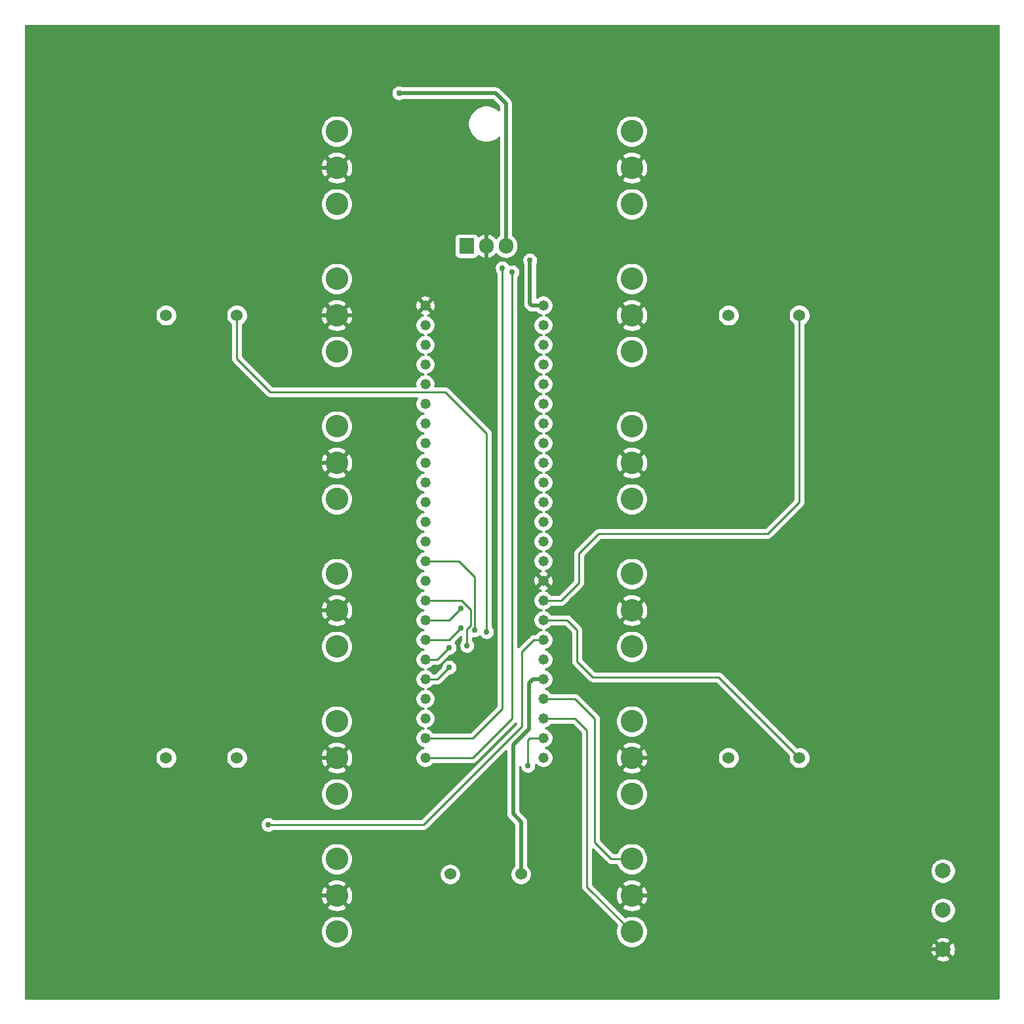
<source format=gbl>
%TF.GenerationSoftware,KiCad,Pcbnew,(5.1.6)-1*%
%TF.CreationDate,2020-09-21T22:47:23-04:00*%
%TF.ProjectId,Launchbox,4c61756e-6368-4626-9f78-2e6b69636164,Launchbox*%
%TF.SameCoordinates,Original*%
%TF.FileFunction,Copper,L2,Bot*%
%TF.FilePolarity,Positive*%
%FSLAX46Y46*%
G04 Gerber Fmt 4.6, Leading zero omitted, Abs format (unit mm)*
G04 Created by KiCad (PCBNEW (5.1.6)-1) date 2020-09-21 22:47:23*
%MOMM*%
%LPD*%
G01*
G04 APERTURE LIST*
%TA.AperFunction,ComponentPad*%
%ADD10C,1.320800*%
%TD*%
%TA.AperFunction,ComponentPad*%
%ADD11C,2.921000*%
%TD*%
%TA.AperFunction,ComponentPad*%
%ADD12C,1.524000*%
%TD*%
%TA.AperFunction,ComponentPad*%
%ADD13R,1.905000X2.000000*%
%TD*%
%TA.AperFunction,ComponentPad*%
%ADD14O,1.905000X2.000000*%
%TD*%
%TA.AperFunction,ComponentPad*%
%ADD15C,2.000000*%
%TD*%
%TA.AperFunction,ViaPad*%
%ADD16C,0.762000*%
%TD*%
%TA.AperFunction,Conductor*%
%ADD17C,0.508000*%
%TD*%
%TA.AperFunction,Conductor*%
%ADD18C,0.254000*%
%TD*%
G04 APERTURE END LIST*
D10*
%TO.P,U1,32*%
%TO.N,Net-(SW11-Pad3)*%
X96095000Y-130795000D03*
%TO.P,U1,31*%
%TO.N,Net-(SW11-Pad1)*%
X96095000Y-128255000D03*
%TO.P,U1,30*%
%TO.N,Net-(SW10-Pad3)*%
X96095000Y-125715000D03*
%TO.P,U1,29*%
%TO.N,Net-(SW10-Pad1)*%
X96095000Y-123175000D03*
%TO.P,U1,28*%
%TO.N,Net-(SW9-Pad3)*%
X96095000Y-120635000D03*
%TO.P,U1,27*%
%TO.N,Net-(SW9-Pad1)*%
X96095000Y-118095000D03*
%TO.P,U1,26*%
%TO.N,Net-(SW8-Pad3)*%
X96095000Y-115555000D03*
%TO.P,U1,25*%
%TO.N,Net-(SW8-Pad1)*%
X96095000Y-113015000D03*
%TO.P,U1,24*%
%TO.N,Net-(SW7-Pad3)*%
X96095000Y-110475000D03*
%TO.P,U1,47*%
%TO.N,Net-(U1-Pad47)*%
X96095000Y-107935000D03*
%TO.P,U1,12*%
%TO.N,Net-(SW7-Pad1)*%
X96095000Y-105395000D03*
%TO.P,U1,11*%
%TO.N,Net-(SW6-Pad3)*%
X96095000Y-102855000D03*
%TO.P,U1,10*%
%TO.N,Net-(SW6-Pad1)*%
X96095000Y-100315000D03*
%TO.P,U1,9*%
%TO.N,Net-(SW5-Pad3)*%
X96095000Y-97775000D03*
%TO.P,U1,8*%
%TO.N,Net-(SW5-Pad1)*%
X96095000Y-95235000D03*
%TO.P,U1,7*%
%TO.N,Net-(SW4-Pad3)*%
X96095000Y-92695000D03*
%TO.P,U1,6*%
%TO.N,Net-(SW4-Pad1)*%
X96095000Y-90155000D03*
%TO.P,U1,5*%
%TO.N,Net-(SW3-Pad3)*%
X96095000Y-87615000D03*
%TO.P,U1,4*%
%TO.N,Net-(SW3-Pad1)*%
X96095000Y-85075000D03*
%TO.P,U1,3*%
%TO.N,Net-(SW2-Pad3)*%
X96095000Y-82535000D03*
%TO.P,U1,2*%
%TO.N,Net-(SW2-Pad1)*%
X96095000Y-79995000D03*
%TO.P,U1,1*%
%TO.N,Net-(SW1-Pad3)*%
X96095000Y-77455000D03*
%TO.P,U1,0*%
%TO.N,Net-(SW1-Pad1)*%
X96095000Y-74915000D03*
%TO.P,U1,46*%
%TO.N,GND*%
X96095000Y-72375000D03*
%TO.P,U1,33*%
%TO.N,Net-(U1-Pad33)*%
X111335000Y-130795000D03*
%TO.P,U1,34*%
%TO.N,Net-(U1-Pad34)*%
X111335000Y-128255000D03*
%TO.P,U1,35*%
%TO.N,Net-(SW12-Pad1)*%
X111335000Y-125715000D03*
%TO.P,U1,36*%
%TO.N,Net-(SW12-Pad3)*%
X111335000Y-123175000D03*
%TO.P,U1,37*%
%TO.N,Net-(SW13-Pad2)*%
X111335000Y-120635000D03*
%TO.P,U1,38*%
%TO.N,Net-(SW14-Pad2)*%
X111335000Y-118095000D03*
%TO.P,U1,39*%
%TO.N,Net-(SW15-Pad2)*%
X111335000Y-115555000D03*
%TO.P,U1,45*%
%TO.N,Net-(SW16-Pad2)*%
X111335000Y-113015000D03*
%TO.P,U1,44*%
%TO.N,Net-(SW17-Pad2)*%
X111335000Y-110475000D03*
%TO.P,U1,43*%
%TO.N,GND*%
X111335000Y-107935000D03*
%TO.P,U1,13*%
%TO.N,Net-(U1-Pad13)*%
X111335000Y-105395000D03*
%TO.P,U1,14*%
%TO.N,Net-(U1-Pad14)*%
X111335000Y-102855000D03*
%TO.P,U1,15*%
%TO.N,Net-(U1-Pad15)*%
X111335000Y-100315000D03*
%TO.P,U1,16*%
%TO.N,Net-(U1-Pad16)*%
X111335000Y-97775000D03*
%TO.P,U1,17*%
%TO.N,Net-(U1-Pad17)*%
X111335000Y-95235000D03*
%TO.P,U1,18*%
%TO.N,Net-(U1-Pad18)*%
X111335000Y-92695000D03*
%TO.P,U1,19*%
%TO.N,Net-(U1-Pad19)*%
X111335000Y-90155000D03*
%TO.P,U1,20*%
%TO.N,Net-(U1-Pad20)*%
X111335000Y-87615000D03*
%TO.P,U1,21*%
%TO.N,Net-(U1-Pad21)*%
X111335000Y-85075000D03*
%TO.P,U1,22*%
%TO.N,Net-(U1-Pad22)*%
X111335000Y-82535000D03*
%TO.P,U1,23*%
%TO.N,Net-(U1-Pad23)*%
X111335000Y-79995000D03*
%TO.P,U1,42*%
%TO.N,Net-(U1-Pad42)*%
X111335000Y-77455000D03*
%TO.P,U1,41*%
%TO.N,Net-(U1-Pad41)*%
X111335000Y-74915000D03*
%TO.P,U1,40*%
%TO.N,Net-(SW13-Pad1)*%
X111335000Y-72375000D03*
%TD*%
D11*
%TO.P,SW10,3*%
%TO.N,Net-(SW10-Pad3)*%
X122765000Y-78344000D03*
%TO.P,SW10,2*%
%TO.N,GND*%
X122765000Y-73645000D03*
%TO.P,SW10,1*%
%TO.N,Net-(SW10-Pad1)*%
X122765000Y-68946000D03*
%TD*%
%TO.P,SW1,1*%
%TO.N,Net-(SW1-Pad1)*%
X84665000Y-49896000D03*
%TO.P,SW1,2*%
%TO.N,GND*%
X84665000Y-54595000D03*
%TO.P,SW1,3*%
%TO.N,Net-(SW1-Pad3)*%
X84665000Y-59294000D03*
%TD*%
%TO.P,SW2,3*%
%TO.N,Net-(SW2-Pad3)*%
X84665000Y-78344000D03*
%TO.P,SW2,2*%
%TO.N,GND*%
X84665000Y-73645000D03*
%TO.P,SW2,1*%
%TO.N,Net-(SW2-Pad1)*%
X84665000Y-68946000D03*
%TD*%
%TO.P,SW3,1*%
%TO.N,Net-(SW3-Pad1)*%
X84665000Y-87996000D03*
%TO.P,SW3,2*%
%TO.N,GND*%
X84665000Y-92695000D03*
%TO.P,SW3,3*%
%TO.N,Net-(SW3-Pad3)*%
X84665000Y-97394000D03*
%TD*%
%TO.P,SW4,3*%
%TO.N,Net-(SW4-Pad3)*%
X84665000Y-116444000D03*
%TO.P,SW4,2*%
%TO.N,GND*%
X84665000Y-111745000D03*
%TO.P,SW4,1*%
%TO.N,Net-(SW4-Pad1)*%
X84665000Y-107046000D03*
%TD*%
%TO.P,SW5,1*%
%TO.N,Net-(SW5-Pad1)*%
X84665000Y-126096000D03*
%TO.P,SW5,2*%
%TO.N,GND*%
X84665000Y-130795000D03*
%TO.P,SW5,3*%
%TO.N,Net-(SW5-Pad3)*%
X84665000Y-135494000D03*
%TD*%
%TO.P,SW6,3*%
%TO.N,Net-(SW6-Pad3)*%
X84665000Y-153274000D03*
%TO.P,SW6,2*%
%TO.N,GND*%
X84665000Y-148575000D03*
%TO.P,SW6,1*%
%TO.N,Net-(SW6-Pad1)*%
X84665000Y-143876000D03*
%TD*%
%TO.P,SW7,3*%
%TO.N,Net-(SW7-Pad3)*%
X122765000Y-135494000D03*
%TO.P,SW7,2*%
%TO.N,GND*%
X122765000Y-130795000D03*
%TO.P,SW7,1*%
%TO.N,Net-(SW7-Pad1)*%
X122765000Y-126096000D03*
%TD*%
%TO.P,SW8,1*%
%TO.N,Net-(SW8-Pad1)*%
X122765000Y-107046000D03*
%TO.P,SW8,2*%
%TO.N,GND*%
X122765000Y-111745000D03*
%TO.P,SW8,3*%
%TO.N,Net-(SW8-Pad3)*%
X122765000Y-116444000D03*
%TD*%
%TO.P,SW9,1*%
%TO.N,Net-(SW9-Pad1)*%
X122765000Y-87996000D03*
%TO.P,SW9,2*%
%TO.N,GND*%
X122765000Y-92695000D03*
%TO.P,SW9,3*%
%TO.N,Net-(SW9-Pad3)*%
X122765000Y-97394000D03*
%TD*%
%TO.P,SW11,1*%
%TO.N,Net-(SW11-Pad1)*%
X122765000Y-49896000D03*
%TO.P,SW11,2*%
%TO.N,GND*%
X122765000Y-54595000D03*
%TO.P,SW11,3*%
%TO.N,Net-(SW11-Pad3)*%
X122765000Y-59294000D03*
%TD*%
%TO.P,SW12,3*%
%TO.N,Net-(SW12-Pad3)*%
X122765000Y-143876000D03*
%TO.P,SW12,2*%
%TO.N,GND*%
X122765000Y-148575000D03*
%TO.P,SW12,1*%
%TO.N,Net-(SW12-Pad1)*%
X122765000Y-153274000D03*
%TD*%
D12*
%TO.P,SW13,1*%
%TO.N,Net-(SW13-Pad1)*%
X99321000Y-145835000D03*
%TO.P,SW13,2*%
%TO.N,Net-(SW13-Pad2)*%
X108465000Y-145835000D03*
%TD*%
%TO.P,SW14,1*%
%TO.N,Net-(SW13-Pad1)*%
X62611000Y-73660000D03*
%TO.P,SW14,2*%
%TO.N,Net-(SW14-Pad2)*%
X71755000Y-73660000D03*
%TD*%
%TO.P,SW15,2*%
%TO.N,Net-(SW15-Pad2)*%
X71755000Y-130810000D03*
%TO.P,SW15,1*%
%TO.N,Net-(SW13-Pad1)*%
X62611000Y-130810000D03*
%TD*%
%TO.P,SW16,2*%
%TO.N,Net-(SW16-Pad2)*%
X144399000Y-130810000D03*
%TO.P,SW16,1*%
%TO.N,Net-(SW13-Pad1)*%
X135255000Y-130810000D03*
%TD*%
%TO.P,SW17,1*%
%TO.N,Net-(SW13-Pad1)*%
X135255000Y-73660000D03*
%TO.P,SW17,2*%
%TO.N,Net-(SW17-Pad2)*%
X144399000Y-73660000D03*
%TD*%
D13*
%TO.P,U2,1*%
%TO.N,Net-(BT1-Pad1)*%
X101440000Y-64710000D03*
D14*
%TO.P,U2,2*%
%TO.N,GND*%
X103980000Y-64710000D03*
%TO.P,U2,3*%
%TO.N,Net-(SW13-Pad1)*%
X106520000Y-64710000D03*
%TD*%
D15*
%TO.P,U3,1*%
%TO.N,Net-(U1-Pad34)*%
X162965000Y-145400000D03*
%TO.P,U3,2*%
%TO.N,Net-(U1-Pad33)*%
X162965000Y-150480000D03*
%TO.P,U3,3*%
%TO.N,GND*%
X162965000Y-155560000D03*
%TD*%
D16*
%TO.N,GND*%
X128016000Y-123571000D03*
%TO.N,Net-(SW7-Pad3)*%
X101473000Y-116332000D03*
%TO.N,Net-(SW7-Pad1)*%
X102489000Y-114300000D03*
%TO.N,Net-(SW8-Pad1)*%
X100711001Y-111506000D03*
%TO.N,Net-(SW8-Pad3)*%
X100711001Y-114046000D03*
%TO.N,Net-(SW9-Pad3)*%
X99187000Y-119126000D03*
%TO.N,Net-(SW9-Pad1)*%
X99187000Y-116586000D03*
%TO.N,Net-(SW11-Pad1)*%
X106045000Y-67564000D03*
%TO.N,Net-(SW11-Pad3)*%
X107315000Y-68072000D03*
%TO.N,Net-(SW13-Pad1)*%
X109601000Y-66548000D03*
X92710000Y-44958000D03*
%TO.N,Net-(SW14-Pad2)*%
X104013000Y-114554000D03*
%TO.N,Net-(SW15-Pad2)*%
X75819000Y-139446000D03*
%TO.N,Net-(U1-Pad34)*%
X109347000Y-131826000D03*
%TD*%
D17*
%TO.N,GND*%
X76947000Y-143266398D02*
X69215000Y-135534398D01*
X79502000Y-47752000D02*
X80899000Y-46355000D01*
X80899000Y-46355000D02*
X97282000Y-46355000D01*
X103980000Y-53053000D02*
X103980000Y-64710000D01*
X97282000Y-46355000D02*
X103980000Y-53053000D01*
X79771000Y-54595000D02*
X79502000Y-54864000D01*
X84665000Y-54595000D02*
X79771000Y-54595000D01*
X79502000Y-55626000D02*
X79502000Y-54864000D01*
X79502000Y-54864000D02*
X79502000Y-47752000D01*
X94825000Y-73645000D02*
X96095000Y-72375000D01*
X84665000Y-73645000D02*
X94825000Y-73645000D01*
X81773000Y-73645000D02*
X71628000Y-63500000D01*
X84665000Y-73645000D02*
X81773000Y-73645000D01*
X69215000Y-65913000D02*
X71628000Y-63500000D01*
X71628000Y-63500000D02*
X79502000Y-55626000D01*
X77582000Y-130795000D02*
X69215000Y-122428000D01*
X84665000Y-130795000D02*
X77582000Y-130795000D01*
X69215000Y-135534398D02*
X69215000Y-122428000D01*
X84665000Y-148575000D02*
X77171000Y-148575000D01*
X76947000Y-155560000D02*
X76947000Y-148351000D01*
X77171000Y-148575000D02*
X76947000Y-148351000D01*
X76947000Y-148351000D02*
X76947000Y-143266398D01*
X122765000Y-148575000D02*
X127874000Y-148575000D01*
X129809000Y-150510000D02*
X129809000Y-155560000D01*
X127874000Y-148575000D02*
X129809000Y-150510000D01*
X162965000Y-155560000D02*
X129809000Y-155560000D01*
X129809000Y-155560000D02*
X76947000Y-155560000D01*
X127874000Y-123713000D02*
X128016000Y-123571000D01*
X127747000Y-130795000D02*
X127874000Y-130668000D01*
X122765000Y-130795000D02*
X127747000Y-130795000D01*
X127874000Y-148575000D02*
X127874000Y-130668000D01*
X127874000Y-130668000D02*
X127874000Y-123713000D01*
X69738000Y-111745000D02*
X69215000Y-112268000D01*
X84665000Y-111745000D02*
X69738000Y-111745000D01*
X69215000Y-122428000D02*
X69215000Y-112268000D01*
X84665000Y-92695000D02*
X69992000Y-92695000D01*
X69215000Y-112268000D02*
X69215000Y-93472000D01*
X69992000Y-92695000D02*
X69215000Y-93472000D01*
X69215000Y-93472000D02*
X69215000Y-65913000D01*
D18*
%TO.N,Net-(SW7-Pad3)*%
X101473000Y-114188238D02*
X101980990Y-113680248D01*
X101473000Y-116332000D02*
X101473000Y-114188238D01*
X100807763Y-110475000D02*
X96095000Y-110475000D01*
X101980990Y-111648227D02*
X100807763Y-110475000D01*
X101980990Y-113680248D02*
X101980990Y-111648227D01*
%TO.N,Net-(SW7-Pad1)*%
X102489000Y-114300000D02*
X102489000Y-107442000D01*
X100442000Y-105395000D02*
X96095000Y-105395000D01*
X102489000Y-107442000D02*
X100442000Y-105395000D01*
%TO.N,Net-(SW8-Pad1)*%
X99202001Y-113015000D02*
X96095000Y-113015000D01*
X100711001Y-111506000D02*
X99202001Y-113015000D01*
%TO.N,Net-(SW8-Pad3)*%
X99202001Y-115555000D02*
X96095000Y-115555000D01*
X100711001Y-114046000D02*
X99202001Y-115555000D01*
%TO.N,Net-(SW9-Pad3)*%
X97678000Y-120635000D02*
X96095000Y-120635000D01*
X99187000Y-119126000D02*
X97678000Y-120635000D01*
%TO.N,Net-(SW9-Pad1)*%
X96110000Y-118110000D02*
X96095000Y-118095000D01*
X97678000Y-118095000D02*
X96095000Y-118095000D01*
X99187000Y-116586000D02*
X97678000Y-118095000D01*
%TO.N,Net-(SW11-Pad1)*%
X106045000Y-67564000D02*
X106045000Y-124460000D01*
X102250000Y-128255000D02*
X96095000Y-128255000D01*
X106045000Y-124460000D02*
X102250000Y-128255000D01*
%TO.N,Net-(SW11-Pad3)*%
X107315000Y-68072000D02*
X107315000Y-125730000D01*
X102250000Y-130795000D02*
X96095000Y-130795000D01*
X107315000Y-125730000D02*
X102250000Y-130795000D01*
%TO.N,Net-(SW12-Pad1)*%
X122765000Y-153274000D02*
X116967000Y-147476000D01*
X116967000Y-147476000D02*
X116967000Y-127254000D01*
X115428000Y-125715000D02*
X111335000Y-125715000D01*
X116967000Y-127254000D02*
X115428000Y-125715000D01*
%TO.N,Net-(SW12-Pad3)*%
X122765000Y-143876000D02*
X120127000Y-143876000D01*
X120127000Y-143876000D02*
X117983000Y-141732000D01*
X117983000Y-141732000D02*
X117983000Y-125730000D01*
X115428000Y-123175000D02*
X111335000Y-123175000D01*
X117983000Y-125730000D02*
X115428000Y-123175000D01*
D17*
%TO.N,Net-(SW13-Pad1)*%
X109840000Y-72375000D02*
X111335000Y-72375000D01*
X109601000Y-66548000D02*
X109601000Y-72136000D01*
X109601000Y-72136000D02*
X109840000Y-72375000D01*
X92710000Y-44958000D02*
X105156000Y-44958000D01*
X106520000Y-46322000D02*
X106520000Y-64710000D01*
X105156000Y-44958000D02*
X106520000Y-46322000D01*
D18*
%TO.N,Net-(SW14-Pad2)*%
X71755000Y-73660000D02*
X71755000Y-79248000D01*
X76083401Y-83576401D02*
X98689401Y-83576401D01*
X71755000Y-79248000D02*
X76083401Y-83576401D01*
X98689401Y-83576401D02*
X104013000Y-88900000D01*
X104013000Y-88900000D02*
X104013000Y-114554000D01*
%TO.N,Net-(SW15-Pad2)*%
X110124000Y-115555000D02*
X111335000Y-115555000D01*
X108585000Y-117094000D02*
X110124000Y-115555000D01*
X108585000Y-126746000D02*
X108585000Y-117094000D01*
X75819000Y-139446000D02*
X95885000Y-139446000D01*
X95885000Y-139446000D02*
X108585000Y-126746000D01*
%TO.N,Net-(SW16-Pad2)*%
X144399000Y-130810000D02*
X133985000Y-120396000D01*
X133985000Y-120396000D02*
X117729000Y-120396000D01*
X117729000Y-120396000D02*
X115697000Y-118364000D01*
X115697000Y-118364000D02*
X115697000Y-114300000D01*
X114412000Y-113015000D02*
X111335000Y-113015000D01*
X115697000Y-114300000D02*
X114412000Y-113015000D01*
%TO.N,Net-(SW17-Pad2)*%
X144399000Y-73660000D02*
X144399000Y-97790000D01*
X144399000Y-97790000D02*
X140335000Y-101854000D01*
X140335000Y-101854000D02*
X118491000Y-101854000D01*
X118491000Y-101854000D02*
X115951000Y-104394000D01*
X115951000Y-104394000D02*
X115951000Y-108204000D01*
X113680000Y-110475000D02*
X111335000Y-110475000D01*
X115951000Y-108204000D02*
X113680000Y-110475000D01*
%TO.N,Net-(U1-Pad34)*%
X109347000Y-131826000D02*
X109347000Y-128524000D01*
X109616000Y-128255000D02*
X111335000Y-128255000D01*
X109347000Y-128524000D02*
X109616000Y-128255000D01*
D17*
%TO.N,Net-(SW13-Pad2)*%
X108465000Y-145835000D02*
X108465000Y-139072000D01*
X108465000Y-139072000D02*
X107442000Y-138049000D01*
X107442000Y-138049000D02*
X107442000Y-129159000D01*
X107442000Y-129159000D02*
X109474000Y-127127000D01*
X109474000Y-127127000D02*
X109474000Y-121158000D01*
X109997000Y-120635000D02*
X111335000Y-120635000D01*
X109474000Y-121158000D02*
X109997000Y-120635000D01*
%TD*%
D18*
%TO.N,GND*%
G36*
X170167301Y-161912300D02*
G01*
X44462700Y-161912300D01*
X44462700Y-156695413D01*
X162009192Y-156695413D01*
X162104956Y-156959814D01*
X162394571Y-157100704D01*
X162706108Y-157182384D01*
X163027595Y-157201718D01*
X163346675Y-157157961D01*
X163651088Y-157052795D01*
X163825044Y-156959814D01*
X163920808Y-156695413D01*
X162965000Y-155739605D01*
X162009192Y-156695413D01*
X44462700Y-156695413D01*
X44462700Y-155622595D01*
X161323282Y-155622595D01*
X161367039Y-155941675D01*
X161472205Y-156246088D01*
X161565186Y-156420044D01*
X161829587Y-156515808D01*
X162785395Y-155560000D01*
X163144605Y-155560000D01*
X164100413Y-156515808D01*
X164364814Y-156420044D01*
X164505704Y-156130429D01*
X164587384Y-155818892D01*
X164606718Y-155497405D01*
X164562961Y-155178325D01*
X164457795Y-154873912D01*
X164364814Y-154699956D01*
X164100413Y-154604192D01*
X163144605Y-155560000D01*
X162785395Y-155560000D01*
X161829587Y-154604192D01*
X161565186Y-154699956D01*
X161424296Y-154989571D01*
X161342616Y-155301108D01*
X161323282Y-155622595D01*
X44462700Y-155622595D01*
X44462700Y-153067611D01*
X82569500Y-153067611D01*
X82569500Y-153480389D01*
X82650029Y-153885235D01*
X82807992Y-154266591D01*
X83037319Y-154609803D01*
X83329197Y-154901681D01*
X83672409Y-155131008D01*
X84053765Y-155288971D01*
X84458611Y-155369500D01*
X84871389Y-155369500D01*
X85276235Y-155288971D01*
X85657591Y-155131008D01*
X86000803Y-154901681D01*
X86292681Y-154609803D01*
X86522008Y-154266591D01*
X86679971Y-153885235D01*
X86760500Y-153480389D01*
X86760500Y-153067611D01*
X86679971Y-152662765D01*
X86522008Y-152281409D01*
X86292681Y-151938197D01*
X86000803Y-151646319D01*
X85657591Y-151416992D01*
X85276235Y-151259029D01*
X84871389Y-151178500D01*
X84458611Y-151178500D01*
X84053765Y-151259029D01*
X83672409Y-151416992D01*
X83329197Y-151646319D01*
X83037319Y-151938197D01*
X82807992Y-152281409D01*
X82650029Y-152662765D01*
X82569500Y-153067611D01*
X44462700Y-153067611D01*
X44462700Y-150038529D01*
X83381077Y-150038529D01*
X83532334Y-150350045D01*
X83900393Y-150536910D01*
X84297834Y-150648381D01*
X84709386Y-150680172D01*
X85119231Y-150631063D01*
X85511621Y-150502940D01*
X85797666Y-150350045D01*
X85948923Y-150038529D01*
X84665000Y-148754605D01*
X83381077Y-150038529D01*
X44462700Y-150038529D01*
X44462700Y-148619386D01*
X82559828Y-148619386D01*
X82608937Y-149029231D01*
X82737060Y-149421621D01*
X82889955Y-149707666D01*
X83201471Y-149858923D01*
X84485395Y-148575000D01*
X84844605Y-148575000D01*
X86128529Y-149858923D01*
X86440045Y-149707666D01*
X86626910Y-149339607D01*
X86738381Y-148942166D01*
X86770172Y-148530614D01*
X86721063Y-148120769D01*
X86592940Y-147728379D01*
X86440045Y-147442334D01*
X86128529Y-147291077D01*
X84844605Y-148575000D01*
X84485395Y-148575000D01*
X83201471Y-147291077D01*
X82889955Y-147442334D01*
X82703090Y-147810393D01*
X82591619Y-148207834D01*
X82559828Y-148619386D01*
X44462700Y-148619386D01*
X44462700Y-147111471D01*
X83381077Y-147111471D01*
X84665000Y-148395395D01*
X85948923Y-147111471D01*
X85797666Y-146799955D01*
X85429607Y-146613090D01*
X85032166Y-146501619D01*
X84620614Y-146469828D01*
X84210769Y-146518937D01*
X83818379Y-146647060D01*
X83532334Y-146799955D01*
X83381077Y-147111471D01*
X44462700Y-147111471D01*
X44462700Y-143669611D01*
X82569500Y-143669611D01*
X82569500Y-144082389D01*
X82650029Y-144487235D01*
X82807992Y-144868591D01*
X83037319Y-145211803D01*
X83329197Y-145503681D01*
X83672409Y-145733008D01*
X84053765Y-145890971D01*
X84458611Y-145971500D01*
X84871389Y-145971500D01*
X85276235Y-145890971D01*
X85657591Y-145733008D01*
X85710870Y-145697408D01*
X97924000Y-145697408D01*
X97924000Y-145972592D01*
X97977686Y-146242490D01*
X98082995Y-146496727D01*
X98235880Y-146725535D01*
X98430465Y-146920120D01*
X98659273Y-147073005D01*
X98913510Y-147178314D01*
X99183408Y-147232000D01*
X99458592Y-147232000D01*
X99728490Y-147178314D01*
X99982727Y-147073005D01*
X100211535Y-146920120D01*
X100406120Y-146725535D01*
X100559005Y-146496727D01*
X100664314Y-146242490D01*
X100718000Y-145972592D01*
X100718000Y-145697408D01*
X100664314Y-145427510D01*
X100559005Y-145173273D01*
X100406120Y-144944465D01*
X100211535Y-144749880D01*
X99982727Y-144596995D01*
X99728490Y-144491686D01*
X99458592Y-144438000D01*
X99183408Y-144438000D01*
X98913510Y-144491686D01*
X98659273Y-144596995D01*
X98430465Y-144749880D01*
X98235880Y-144944465D01*
X98082995Y-145173273D01*
X97977686Y-145427510D01*
X97924000Y-145697408D01*
X85710870Y-145697408D01*
X86000803Y-145503681D01*
X86292681Y-145211803D01*
X86522008Y-144868591D01*
X86679971Y-144487235D01*
X86760500Y-144082389D01*
X86760500Y-143669611D01*
X86679971Y-143264765D01*
X86522008Y-142883409D01*
X86292681Y-142540197D01*
X86000803Y-142248319D01*
X85657591Y-142018992D01*
X85276235Y-141861029D01*
X84871389Y-141780500D01*
X84458611Y-141780500D01*
X84053765Y-141861029D01*
X83672409Y-142018992D01*
X83329197Y-142248319D01*
X83037319Y-142540197D01*
X82807992Y-142883409D01*
X82650029Y-143264765D01*
X82569500Y-143669611D01*
X44462700Y-143669611D01*
X44462700Y-135287611D01*
X82569500Y-135287611D01*
X82569500Y-135700389D01*
X82650029Y-136105235D01*
X82807992Y-136486591D01*
X83037319Y-136829803D01*
X83329197Y-137121681D01*
X83672409Y-137351008D01*
X84053765Y-137508971D01*
X84458611Y-137589500D01*
X84871389Y-137589500D01*
X85276235Y-137508971D01*
X85657591Y-137351008D01*
X86000803Y-137121681D01*
X86292681Y-136829803D01*
X86522008Y-136486591D01*
X86679971Y-136105235D01*
X86760500Y-135700389D01*
X86760500Y-135287611D01*
X86679971Y-134882765D01*
X86522008Y-134501409D01*
X86292681Y-134158197D01*
X86000803Y-133866319D01*
X85657591Y-133636992D01*
X85276235Y-133479029D01*
X84871389Y-133398500D01*
X84458611Y-133398500D01*
X84053765Y-133479029D01*
X83672409Y-133636992D01*
X83329197Y-133866319D01*
X83037319Y-134158197D01*
X82807992Y-134501409D01*
X82650029Y-134882765D01*
X82569500Y-135287611D01*
X44462700Y-135287611D01*
X44462700Y-132258529D01*
X83381077Y-132258529D01*
X83532334Y-132570045D01*
X83900393Y-132756910D01*
X84297834Y-132868381D01*
X84709386Y-132900172D01*
X85119231Y-132851063D01*
X85511621Y-132722940D01*
X85797666Y-132570045D01*
X85948923Y-132258529D01*
X84665000Y-130974605D01*
X83381077Y-132258529D01*
X44462700Y-132258529D01*
X44462700Y-130672408D01*
X61214000Y-130672408D01*
X61214000Y-130947592D01*
X61267686Y-131217490D01*
X61372995Y-131471727D01*
X61525880Y-131700535D01*
X61720465Y-131895120D01*
X61949273Y-132048005D01*
X62203510Y-132153314D01*
X62473408Y-132207000D01*
X62748592Y-132207000D01*
X63018490Y-132153314D01*
X63272727Y-132048005D01*
X63501535Y-131895120D01*
X63696120Y-131700535D01*
X63849005Y-131471727D01*
X63954314Y-131217490D01*
X64008000Y-130947592D01*
X64008000Y-130672408D01*
X70358000Y-130672408D01*
X70358000Y-130947592D01*
X70411686Y-131217490D01*
X70516995Y-131471727D01*
X70669880Y-131700535D01*
X70864465Y-131895120D01*
X71093273Y-132048005D01*
X71347510Y-132153314D01*
X71617408Y-132207000D01*
X71892592Y-132207000D01*
X72162490Y-132153314D01*
X72416727Y-132048005D01*
X72645535Y-131895120D01*
X72840120Y-131700535D01*
X72993005Y-131471727D01*
X73098314Y-131217490D01*
X73152000Y-130947592D01*
X73152000Y-130839386D01*
X82559828Y-130839386D01*
X82608937Y-131249231D01*
X82737060Y-131641621D01*
X82889955Y-131927666D01*
X83201471Y-132078923D01*
X84485395Y-130795000D01*
X84844605Y-130795000D01*
X86128529Y-132078923D01*
X86440045Y-131927666D01*
X86626910Y-131559607D01*
X86738381Y-131162166D01*
X86770172Y-130750614D01*
X86721063Y-130340769D01*
X86592940Y-129948379D01*
X86440045Y-129662334D01*
X86128529Y-129511077D01*
X84844605Y-130795000D01*
X84485395Y-130795000D01*
X83201471Y-129511077D01*
X82889955Y-129662334D01*
X82703090Y-130030393D01*
X82591619Y-130427834D01*
X82559828Y-130839386D01*
X73152000Y-130839386D01*
X73152000Y-130672408D01*
X73098314Y-130402510D01*
X72993005Y-130148273D01*
X72840120Y-129919465D01*
X72645535Y-129724880D01*
X72416727Y-129571995D01*
X72162490Y-129466686D01*
X71892592Y-129413000D01*
X71617408Y-129413000D01*
X71347510Y-129466686D01*
X71093273Y-129571995D01*
X70864465Y-129724880D01*
X70669880Y-129919465D01*
X70516995Y-130148273D01*
X70411686Y-130402510D01*
X70358000Y-130672408D01*
X64008000Y-130672408D01*
X63954314Y-130402510D01*
X63849005Y-130148273D01*
X63696120Y-129919465D01*
X63501535Y-129724880D01*
X63272727Y-129571995D01*
X63018490Y-129466686D01*
X62748592Y-129413000D01*
X62473408Y-129413000D01*
X62203510Y-129466686D01*
X61949273Y-129571995D01*
X61720465Y-129724880D01*
X61525880Y-129919465D01*
X61372995Y-130148273D01*
X61267686Y-130402510D01*
X61214000Y-130672408D01*
X44462700Y-130672408D01*
X44462700Y-129331471D01*
X83381077Y-129331471D01*
X84665000Y-130615395D01*
X85948923Y-129331471D01*
X85797666Y-129019955D01*
X85429607Y-128833090D01*
X85032166Y-128721619D01*
X84620614Y-128689828D01*
X84210769Y-128738937D01*
X83818379Y-128867060D01*
X83532334Y-129019955D01*
X83381077Y-129331471D01*
X44462700Y-129331471D01*
X44462700Y-125889611D01*
X82569500Y-125889611D01*
X82569500Y-126302389D01*
X82650029Y-126707235D01*
X82807992Y-127088591D01*
X83037319Y-127431803D01*
X83329197Y-127723681D01*
X83672409Y-127953008D01*
X84053765Y-128110971D01*
X84458611Y-128191500D01*
X84871389Y-128191500D01*
X85276235Y-128110971D01*
X85657591Y-127953008D01*
X86000803Y-127723681D01*
X86292681Y-127431803D01*
X86522008Y-127088591D01*
X86679971Y-126707235D01*
X86760500Y-126302389D01*
X86760500Y-125889611D01*
X86679971Y-125484765D01*
X86522008Y-125103409D01*
X86292681Y-124760197D01*
X86000803Y-124468319D01*
X85657591Y-124238992D01*
X85276235Y-124081029D01*
X84871389Y-124000500D01*
X84458611Y-124000500D01*
X84053765Y-124081029D01*
X83672409Y-124238992D01*
X83329197Y-124468319D01*
X83037319Y-124760197D01*
X82807992Y-125103409D01*
X82650029Y-125484765D01*
X82569500Y-125889611D01*
X44462700Y-125889611D01*
X44462700Y-116237611D01*
X82569500Y-116237611D01*
X82569500Y-116650389D01*
X82650029Y-117055235D01*
X82807992Y-117436591D01*
X83037319Y-117779803D01*
X83329197Y-118071681D01*
X83672409Y-118301008D01*
X84053765Y-118458971D01*
X84458611Y-118539500D01*
X84871389Y-118539500D01*
X85276235Y-118458971D01*
X85657591Y-118301008D01*
X86000803Y-118071681D01*
X86292681Y-117779803D01*
X86522008Y-117436591D01*
X86679971Y-117055235D01*
X86760500Y-116650389D01*
X86760500Y-116237611D01*
X86679971Y-115832765D01*
X86522008Y-115451409D01*
X86292681Y-115108197D01*
X86000803Y-114816319D01*
X85657591Y-114586992D01*
X85276235Y-114429029D01*
X84871389Y-114348500D01*
X84458611Y-114348500D01*
X84053765Y-114429029D01*
X83672409Y-114586992D01*
X83329197Y-114816319D01*
X83037319Y-115108197D01*
X82807992Y-115451409D01*
X82650029Y-115832765D01*
X82569500Y-116237611D01*
X44462700Y-116237611D01*
X44462700Y-113208529D01*
X83381077Y-113208529D01*
X83532334Y-113520045D01*
X83900393Y-113706910D01*
X84297834Y-113818381D01*
X84709386Y-113850172D01*
X85119231Y-113801063D01*
X85511621Y-113672940D01*
X85797666Y-113520045D01*
X85948923Y-113208529D01*
X84665000Y-111924605D01*
X83381077Y-113208529D01*
X44462700Y-113208529D01*
X44462700Y-111789386D01*
X82559828Y-111789386D01*
X82608937Y-112199231D01*
X82737060Y-112591621D01*
X82889955Y-112877666D01*
X83201471Y-113028923D01*
X84485395Y-111745000D01*
X84844605Y-111745000D01*
X86128529Y-113028923D01*
X86440045Y-112877666D01*
X86626910Y-112509607D01*
X86738381Y-112112166D01*
X86770172Y-111700614D01*
X86721063Y-111290769D01*
X86592940Y-110898379D01*
X86440045Y-110612334D01*
X86128529Y-110461077D01*
X84844605Y-111745000D01*
X84485395Y-111745000D01*
X83201471Y-110461077D01*
X82889955Y-110612334D01*
X82703090Y-110980393D01*
X82591619Y-111377834D01*
X82559828Y-111789386D01*
X44462700Y-111789386D01*
X44462700Y-110281471D01*
X83381077Y-110281471D01*
X84665000Y-111565395D01*
X85948923Y-110281471D01*
X85797666Y-109969955D01*
X85429607Y-109783090D01*
X85032166Y-109671619D01*
X84620614Y-109639828D01*
X84210769Y-109688937D01*
X83818379Y-109817060D01*
X83532334Y-109969955D01*
X83381077Y-110281471D01*
X44462700Y-110281471D01*
X44462700Y-106839611D01*
X82569500Y-106839611D01*
X82569500Y-107252389D01*
X82650029Y-107657235D01*
X82807992Y-108038591D01*
X83037319Y-108381803D01*
X83329197Y-108673681D01*
X83672409Y-108903008D01*
X84053765Y-109060971D01*
X84458611Y-109141500D01*
X84871389Y-109141500D01*
X85276235Y-109060971D01*
X85657591Y-108903008D01*
X86000803Y-108673681D01*
X86292681Y-108381803D01*
X86522008Y-108038591D01*
X86679971Y-107657235D01*
X86760500Y-107252389D01*
X86760500Y-106839611D01*
X86679971Y-106434765D01*
X86522008Y-106053409D01*
X86292681Y-105710197D01*
X86000803Y-105418319D01*
X85657591Y-105188992D01*
X85276235Y-105031029D01*
X84871389Y-104950500D01*
X84458611Y-104950500D01*
X84053765Y-105031029D01*
X83672409Y-105188992D01*
X83329197Y-105418319D01*
X83037319Y-105710197D01*
X82807992Y-106053409D01*
X82650029Y-106434765D01*
X82569500Y-106839611D01*
X44462700Y-106839611D01*
X44462700Y-97187611D01*
X82569500Y-97187611D01*
X82569500Y-97600389D01*
X82650029Y-98005235D01*
X82807992Y-98386591D01*
X83037319Y-98729803D01*
X83329197Y-99021681D01*
X83672409Y-99251008D01*
X84053765Y-99408971D01*
X84458611Y-99489500D01*
X84871389Y-99489500D01*
X85276235Y-99408971D01*
X85657591Y-99251008D01*
X86000803Y-99021681D01*
X86292681Y-98729803D01*
X86522008Y-98386591D01*
X86679971Y-98005235D01*
X86760500Y-97600389D01*
X86760500Y-97187611D01*
X86679971Y-96782765D01*
X86522008Y-96401409D01*
X86292681Y-96058197D01*
X86000803Y-95766319D01*
X85657591Y-95536992D01*
X85276235Y-95379029D01*
X84871389Y-95298500D01*
X84458611Y-95298500D01*
X84053765Y-95379029D01*
X83672409Y-95536992D01*
X83329197Y-95766319D01*
X83037319Y-96058197D01*
X82807992Y-96401409D01*
X82650029Y-96782765D01*
X82569500Y-97187611D01*
X44462700Y-97187611D01*
X44462700Y-94158529D01*
X83381077Y-94158529D01*
X83532334Y-94470045D01*
X83900393Y-94656910D01*
X84297834Y-94768381D01*
X84709386Y-94800172D01*
X85119231Y-94751063D01*
X85511621Y-94622940D01*
X85797666Y-94470045D01*
X85948923Y-94158529D01*
X84665000Y-92874605D01*
X83381077Y-94158529D01*
X44462700Y-94158529D01*
X44462700Y-92739386D01*
X82559828Y-92739386D01*
X82608937Y-93149231D01*
X82737060Y-93541621D01*
X82889955Y-93827666D01*
X83201471Y-93978923D01*
X84485395Y-92695000D01*
X84844605Y-92695000D01*
X86128529Y-93978923D01*
X86440045Y-93827666D01*
X86626910Y-93459607D01*
X86738381Y-93062166D01*
X86770172Y-92650614D01*
X86721063Y-92240769D01*
X86592940Y-91848379D01*
X86440045Y-91562334D01*
X86128529Y-91411077D01*
X84844605Y-92695000D01*
X84485395Y-92695000D01*
X83201471Y-91411077D01*
X82889955Y-91562334D01*
X82703090Y-91930393D01*
X82591619Y-92327834D01*
X82559828Y-92739386D01*
X44462700Y-92739386D01*
X44462700Y-91231471D01*
X83381077Y-91231471D01*
X84665000Y-92515395D01*
X85948923Y-91231471D01*
X85797666Y-90919955D01*
X85429607Y-90733090D01*
X85032166Y-90621619D01*
X84620614Y-90589828D01*
X84210769Y-90638937D01*
X83818379Y-90767060D01*
X83532334Y-90919955D01*
X83381077Y-91231471D01*
X44462700Y-91231471D01*
X44462700Y-87789611D01*
X82569500Y-87789611D01*
X82569500Y-88202389D01*
X82650029Y-88607235D01*
X82807992Y-88988591D01*
X83037319Y-89331803D01*
X83329197Y-89623681D01*
X83672409Y-89853008D01*
X84053765Y-90010971D01*
X84458611Y-90091500D01*
X84871389Y-90091500D01*
X85276235Y-90010971D01*
X85657591Y-89853008D01*
X86000803Y-89623681D01*
X86292681Y-89331803D01*
X86522008Y-88988591D01*
X86679971Y-88607235D01*
X86760500Y-88202389D01*
X86760500Y-87789611D01*
X86679971Y-87384765D01*
X86522008Y-87003409D01*
X86292681Y-86660197D01*
X86000803Y-86368319D01*
X85657591Y-86138992D01*
X85276235Y-85981029D01*
X84871389Y-85900500D01*
X84458611Y-85900500D01*
X84053765Y-85981029D01*
X83672409Y-86138992D01*
X83329197Y-86368319D01*
X83037319Y-86660197D01*
X82807992Y-87003409D01*
X82650029Y-87384765D01*
X82569500Y-87789611D01*
X44462700Y-87789611D01*
X44462700Y-73522408D01*
X61214000Y-73522408D01*
X61214000Y-73797592D01*
X61267686Y-74067490D01*
X61372995Y-74321727D01*
X61525880Y-74550535D01*
X61720465Y-74745120D01*
X61949273Y-74898005D01*
X62203510Y-75003314D01*
X62473408Y-75057000D01*
X62748592Y-75057000D01*
X63018490Y-75003314D01*
X63272727Y-74898005D01*
X63501535Y-74745120D01*
X63696120Y-74550535D01*
X63849005Y-74321727D01*
X63954314Y-74067490D01*
X64008000Y-73797592D01*
X64008000Y-73522408D01*
X70358000Y-73522408D01*
X70358000Y-73797592D01*
X70411686Y-74067490D01*
X70516995Y-74321727D01*
X70669880Y-74550535D01*
X70864465Y-74745120D01*
X70993000Y-74831005D01*
X70993001Y-79210567D01*
X70989314Y-79248000D01*
X71004027Y-79397378D01*
X71047599Y-79541015D01*
X71118355Y-79673392D01*
X71189721Y-79760351D01*
X71213579Y-79789422D01*
X71242649Y-79813279D01*
X75518121Y-84088752D01*
X75541979Y-84117823D01*
X75658009Y-84213046D01*
X75790386Y-84283803D01*
X75934023Y-84327375D01*
X76045975Y-84338401D01*
X76045977Y-84338401D01*
X76083400Y-84342087D01*
X76120823Y-84338401D01*
X95029215Y-84338401D01*
X94947031Y-84461398D01*
X94849381Y-84697146D01*
X94799600Y-84947414D01*
X94799600Y-85202586D01*
X94849381Y-85452854D01*
X94947031Y-85688602D01*
X95088797Y-85900769D01*
X95269231Y-86081203D01*
X95481398Y-86222969D01*
X95717146Y-86320619D01*
X95839719Y-86345000D01*
X95717146Y-86369381D01*
X95481398Y-86467031D01*
X95269231Y-86608797D01*
X95088797Y-86789231D01*
X94947031Y-87001398D01*
X94849381Y-87237146D01*
X94799600Y-87487414D01*
X94799600Y-87742586D01*
X94849381Y-87992854D01*
X94947031Y-88228602D01*
X95088797Y-88440769D01*
X95269231Y-88621203D01*
X95481398Y-88762969D01*
X95717146Y-88860619D01*
X95839719Y-88885000D01*
X95717146Y-88909381D01*
X95481398Y-89007031D01*
X95269231Y-89148797D01*
X95088797Y-89329231D01*
X94947031Y-89541398D01*
X94849381Y-89777146D01*
X94799600Y-90027414D01*
X94799600Y-90282586D01*
X94849381Y-90532854D01*
X94947031Y-90768602D01*
X95088797Y-90980769D01*
X95269231Y-91161203D01*
X95481398Y-91302969D01*
X95717146Y-91400619D01*
X95839719Y-91425000D01*
X95717146Y-91449381D01*
X95481398Y-91547031D01*
X95269231Y-91688797D01*
X95088797Y-91869231D01*
X94947031Y-92081398D01*
X94849381Y-92317146D01*
X94799600Y-92567414D01*
X94799600Y-92822586D01*
X94849381Y-93072854D01*
X94947031Y-93308602D01*
X95088797Y-93520769D01*
X95269231Y-93701203D01*
X95481398Y-93842969D01*
X95717146Y-93940619D01*
X95839719Y-93965000D01*
X95717146Y-93989381D01*
X95481398Y-94087031D01*
X95269231Y-94228797D01*
X95088797Y-94409231D01*
X94947031Y-94621398D01*
X94849381Y-94857146D01*
X94799600Y-95107414D01*
X94799600Y-95362586D01*
X94849381Y-95612854D01*
X94947031Y-95848602D01*
X95088797Y-96060769D01*
X95269231Y-96241203D01*
X95481398Y-96382969D01*
X95717146Y-96480619D01*
X95839719Y-96505000D01*
X95717146Y-96529381D01*
X95481398Y-96627031D01*
X95269231Y-96768797D01*
X95088797Y-96949231D01*
X94947031Y-97161398D01*
X94849381Y-97397146D01*
X94799600Y-97647414D01*
X94799600Y-97902586D01*
X94849381Y-98152854D01*
X94947031Y-98388602D01*
X95088797Y-98600769D01*
X95269231Y-98781203D01*
X95481398Y-98922969D01*
X95717146Y-99020619D01*
X95839719Y-99045000D01*
X95717146Y-99069381D01*
X95481398Y-99167031D01*
X95269231Y-99308797D01*
X95088797Y-99489231D01*
X94947031Y-99701398D01*
X94849381Y-99937146D01*
X94799600Y-100187414D01*
X94799600Y-100442586D01*
X94849381Y-100692854D01*
X94947031Y-100928602D01*
X95088797Y-101140769D01*
X95269231Y-101321203D01*
X95481398Y-101462969D01*
X95717146Y-101560619D01*
X95839719Y-101585000D01*
X95717146Y-101609381D01*
X95481398Y-101707031D01*
X95269231Y-101848797D01*
X95088797Y-102029231D01*
X94947031Y-102241398D01*
X94849381Y-102477146D01*
X94799600Y-102727414D01*
X94799600Y-102982586D01*
X94849381Y-103232854D01*
X94947031Y-103468602D01*
X95088797Y-103680769D01*
X95269231Y-103861203D01*
X95481398Y-104002969D01*
X95717146Y-104100619D01*
X95839719Y-104125000D01*
X95717146Y-104149381D01*
X95481398Y-104247031D01*
X95269231Y-104388797D01*
X95088797Y-104569231D01*
X94947031Y-104781398D01*
X94849381Y-105017146D01*
X94799600Y-105267414D01*
X94799600Y-105522586D01*
X94849381Y-105772854D01*
X94947031Y-106008602D01*
X95088797Y-106220769D01*
X95269231Y-106401203D01*
X95481398Y-106542969D01*
X95717146Y-106640619D01*
X95839719Y-106665000D01*
X95717146Y-106689381D01*
X95481398Y-106787031D01*
X95269231Y-106928797D01*
X95088797Y-107109231D01*
X94947031Y-107321398D01*
X94849381Y-107557146D01*
X94799600Y-107807414D01*
X94799600Y-108062586D01*
X94849381Y-108312854D01*
X94947031Y-108548602D01*
X95088797Y-108760769D01*
X95269231Y-108941203D01*
X95481398Y-109082969D01*
X95717146Y-109180619D01*
X95839719Y-109205000D01*
X95717146Y-109229381D01*
X95481398Y-109327031D01*
X95269231Y-109468797D01*
X95088797Y-109649231D01*
X94947031Y-109861398D01*
X94849381Y-110097146D01*
X94799600Y-110347414D01*
X94799600Y-110602586D01*
X94849381Y-110852854D01*
X94947031Y-111088602D01*
X95088797Y-111300769D01*
X95269231Y-111481203D01*
X95481398Y-111622969D01*
X95717146Y-111720619D01*
X95839719Y-111745000D01*
X95717146Y-111769381D01*
X95481398Y-111867031D01*
X95269231Y-112008797D01*
X95088797Y-112189231D01*
X94947031Y-112401398D01*
X94849381Y-112637146D01*
X94799600Y-112887414D01*
X94799600Y-113142586D01*
X94849381Y-113392854D01*
X94947031Y-113628602D01*
X95088797Y-113840769D01*
X95269231Y-114021203D01*
X95481398Y-114162969D01*
X95717146Y-114260619D01*
X95839719Y-114285000D01*
X95717146Y-114309381D01*
X95481398Y-114407031D01*
X95269231Y-114548797D01*
X95088797Y-114729231D01*
X94947031Y-114941398D01*
X94849381Y-115177146D01*
X94799600Y-115427414D01*
X94799600Y-115682586D01*
X94849381Y-115932854D01*
X94947031Y-116168602D01*
X95088797Y-116380769D01*
X95269231Y-116561203D01*
X95481398Y-116702969D01*
X95717146Y-116800619D01*
X95839719Y-116825000D01*
X95717146Y-116849381D01*
X95481398Y-116947031D01*
X95269231Y-117088797D01*
X95088797Y-117269231D01*
X94947031Y-117481398D01*
X94849381Y-117717146D01*
X94799600Y-117967414D01*
X94799600Y-118222586D01*
X94849381Y-118472854D01*
X94947031Y-118708602D01*
X95088797Y-118920769D01*
X95269231Y-119101203D01*
X95481398Y-119242969D01*
X95717146Y-119340619D01*
X95839719Y-119365000D01*
X95717146Y-119389381D01*
X95481398Y-119487031D01*
X95269231Y-119628797D01*
X95088797Y-119809231D01*
X94947031Y-120021398D01*
X94849381Y-120257146D01*
X94799600Y-120507414D01*
X94799600Y-120762586D01*
X94849381Y-121012854D01*
X94947031Y-121248602D01*
X95088797Y-121460769D01*
X95269231Y-121641203D01*
X95481398Y-121782969D01*
X95717146Y-121880619D01*
X95839719Y-121905000D01*
X95717146Y-121929381D01*
X95481398Y-122027031D01*
X95269231Y-122168797D01*
X95088797Y-122349231D01*
X94947031Y-122561398D01*
X94849381Y-122797146D01*
X94799600Y-123047414D01*
X94799600Y-123302586D01*
X94849381Y-123552854D01*
X94947031Y-123788602D01*
X95088797Y-124000769D01*
X95269231Y-124181203D01*
X95481398Y-124322969D01*
X95717146Y-124420619D01*
X95839719Y-124445000D01*
X95717146Y-124469381D01*
X95481398Y-124567031D01*
X95269231Y-124708797D01*
X95088797Y-124889231D01*
X94947031Y-125101398D01*
X94849381Y-125337146D01*
X94799600Y-125587414D01*
X94799600Y-125842586D01*
X94849381Y-126092854D01*
X94947031Y-126328602D01*
X95088797Y-126540769D01*
X95269231Y-126721203D01*
X95481398Y-126862969D01*
X95717146Y-126960619D01*
X95839719Y-126985000D01*
X95717146Y-127009381D01*
X95481398Y-127107031D01*
X95269231Y-127248797D01*
X95088797Y-127429231D01*
X94947031Y-127641398D01*
X94849381Y-127877146D01*
X94799600Y-128127414D01*
X94799600Y-128382586D01*
X94849381Y-128632854D01*
X94947031Y-128868602D01*
X95088797Y-129080769D01*
X95269231Y-129261203D01*
X95481398Y-129402969D01*
X95717146Y-129500619D01*
X95839719Y-129525000D01*
X95717146Y-129549381D01*
X95481398Y-129647031D01*
X95269231Y-129788797D01*
X95088797Y-129969231D01*
X94947031Y-130181398D01*
X94849381Y-130417146D01*
X94799600Y-130667414D01*
X94799600Y-130922586D01*
X94849381Y-131172854D01*
X94947031Y-131408602D01*
X95088797Y-131620769D01*
X95269231Y-131801203D01*
X95481398Y-131942969D01*
X95717146Y-132040619D01*
X95967414Y-132090400D01*
X96222586Y-132090400D01*
X96472854Y-132040619D01*
X96708602Y-131942969D01*
X96920769Y-131801203D01*
X97101203Y-131620769D01*
X97143812Y-131557000D01*
X102212577Y-131557000D01*
X102250000Y-131560686D01*
X102287423Y-131557000D01*
X102287426Y-131557000D01*
X102399378Y-131545974D01*
X102543015Y-131502402D01*
X102675392Y-131431645D01*
X102791422Y-131336422D01*
X102815284Y-131307346D01*
X107823000Y-126299630D01*
X107823000Y-126430369D01*
X95569370Y-138684000D01*
X76493841Y-138684000D01*
X76466662Y-138656821D01*
X76300256Y-138545632D01*
X76115356Y-138469044D01*
X75919067Y-138430000D01*
X75718933Y-138430000D01*
X75522644Y-138469044D01*
X75337744Y-138545632D01*
X75171338Y-138656821D01*
X75029821Y-138798338D01*
X74918632Y-138964744D01*
X74842044Y-139149644D01*
X74803000Y-139345933D01*
X74803000Y-139546067D01*
X74842044Y-139742356D01*
X74918632Y-139927256D01*
X75029821Y-140093662D01*
X75171338Y-140235179D01*
X75337744Y-140346368D01*
X75522644Y-140422956D01*
X75718933Y-140462000D01*
X75919067Y-140462000D01*
X76115356Y-140422956D01*
X76300256Y-140346368D01*
X76466662Y-140235179D01*
X76493841Y-140208000D01*
X95847577Y-140208000D01*
X95885000Y-140211686D01*
X95922423Y-140208000D01*
X95922426Y-140208000D01*
X96034378Y-140196974D01*
X96178015Y-140153402D01*
X96310392Y-140082645D01*
X96426422Y-139987422D01*
X96450284Y-139958346D01*
X106553001Y-129855630D01*
X106553000Y-138005340D01*
X106548700Y-138049000D01*
X106553000Y-138092660D01*
X106553000Y-138092666D01*
X106565864Y-138223273D01*
X106616697Y-138390850D01*
X106699247Y-138545290D01*
X106810341Y-138680659D01*
X106844264Y-138708499D01*
X107576001Y-139440237D01*
X107576000Y-144748854D01*
X107574465Y-144749880D01*
X107379880Y-144944465D01*
X107226995Y-145173273D01*
X107121686Y-145427510D01*
X107068000Y-145697408D01*
X107068000Y-145972592D01*
X107121686Y-146242490D01*
X107226995Y-146496727D01*
X107379880Y-146725535D01*
X107574465Y-146920120D01*
X107803273Y-147073005D01*
X108057510Y-147178314D01*
X108327408Y-147232000D01*
X108602592Y-147232000D01*
X108872490Y-147178314D01*
X109126727Y-147073005D01*
X109355535Y-146920120D01*
X109550120Y-146725535D01*
X109703005Y-146496727D01*
X109808314Y-146242490D01*
X109862000Y-145972592D01*
X109862000Y-145697408D01*
X109808314Y-145427510D01*
X109703005Y-145173273D01*
X109550120Y-144944465D01*
X109355535Y-144749880D01*
X109354000Y-144748854D01*
X109354000Y-139115659D01*
X109358300Y-139071999D01*
X109354000Y-139028339D01*
X109354000Y-139028333D01*
X109341136Y-138897726D01*
X109341136Y-138897724D01*
X109290302Y-138730147D01*
X109271529Y-138695026D01*
X109207753Y-138575709D01*
X109096659Y-138440341D01*
X109062741Y-138412505D01*
X108331000Y-137680765D01*
X108331000Y-131926067D01*
X108370044Y-132122356D01*
X108446632Y-132307256D01*
X108557821Y-132473662D01*
X108699338Y-132615179D01*
X108865744Y-132726368D01*
X109050644Y-132802956D01*
X109246933Y-132842000D01*
X109447067Y-132842000D01*
X109643356Y-132802956D01*
X109828256Y-132726368D01*
X109994662Y-132615179D01*
X110136179Y-132473662D01*
X110247368Y-132307256D01*
X110323956Y-132122356D01*
X110363000Y-131926067D01*
X110363000Y-131725933D01*
X110345380Y-131637352D01*
X110509231Y-131801203D01*
X110721398Y-131942969D01*
X110957146Y-132040619D01*
X111207414Y-132090400D01*
X111462586Y-132090400D01*
X111712854Y-132040619D01*
X111948602Y-131942969D01*
X112160769Y-131801203D01*
X112341203Y-131620769D01*
X112482969Y-131408602D01*
X112580619Y-131172854D01*
X112630400Y-130922586D01*
X112630400Y-130667414D01*
X112580619Y-130417146D01*
X112482969Y-130181398D01*
X112341203Y-129969231D01*
X112160769Y-129788797D01*
X111948602Y-129647031D01*
X111712854Y-129549381D01*
X111590281Y-129525000D01*
X111712854Y-129500619D01*
X111948602Y-129402969D01*
X112160769Y-129261203D01*
X112341203Y-129080769D01*
X112482969Y-128868602D01*
X112580619Y-128632854D01*
X112630400Y-128382586D01*
X112630400Y-128127414D01*
X112580619Y-127877146D01*
X112482969Y-127641398D01*
X112341203Y-127429231D01*
X112160769Y-127248797D01*
X111948602Y-127107031D01*
X111712854Y-127009381D01*
X111590281Y-126985000D01*
X111712854Y-126960619D01*
X111948602Y-126862969D01*
X112160769Y-126721203D01*
X112341203Y-126540769D01*
X112383812Y-126477000D01*
X115112370Y-126477000D01*
X116205001Y-127569631D01*
X116205000Y-147438577D01*
X116201314Y-147476000D01*
X116205000Y-147513423D01*
X116205000Y-147513425D01*
X116216026Y-147625377D01*
X116259598Y-147769014D01*
X116259599Y-147769015D01*
X116330355Y-147901392D01*
X116369983Y-147949678D01*
X116425578Y-148017422D01*
X116454654Y-148041284D01*
X120845543Y-152432174D01*
X120750029Y-152662765D01*
X120669500Y-153067611D01*
X120669500Y-153480389D01*
X120750029Y-153885235D01*
X120907992Y-154266591D01*
X121137319Y-154609803D01*
X121429197Y-154901681D01*
X121772409Y-155131008D01*
X122153765Y-155288971D01*
X122558611Y-155369500D01*
X122971389Y-155369500D01*
X123376235Y-155288971D01*
X123757591Y-155131008D01*
X124100803Y-154901681D01*
X124392681Y-154609803D01*
X124516438Y-154424587D01*
X162009192Y-154424587D01*
X162965000Y-155380395D01*
X163920808Y-154424587D01*
X163825044Y-154160186D01*
X163535429Y-154019296D01*
X163223892Y-153937616D01*
X162902405Y-153918282D01*
X162583325Y-153962039D01*
X162278912Y-154067205D01*
X162104956Y-154160186D01*
X162009192Y-154424587D01*
X124516438Y-154424587D01*
X124622008Y-154266591D01*
X124779971Y-153885235D01*
X124860500Y-153480389D01*
X124860500Y-153067611D01*
X124779971Y-152662765D01*
X124622008Y-152281409D01*
X124392681Y-151938197D01*
X124100803Y-151646319D01*
X123757591Y-151416992D01*
X123376235Y-151259029D01*
X122971389Y-151178500D01*
X122558611Y-151178500D01*
X122153765Y-151259029D01*
X121923174Y-151354543D01*
X120607160Y-150038529D01*
X121481077Y-150038529D01*
X121632334Y-150350045D01*
X122000393Y-150536910D01*
X122397834Y-150648381D01*
X122809386Y-150680172D01*
X123219231Y-150631063D01*
X123611621Y-150502940D01*
X123897666Y-150350045D01*
X123912755Y-150318967D01*
X161330000Y-150318967D01*
X161330000Y-150641033D01*
X161392832Y-150956912D01*
X161516082Y-151254463D01*
X161695013Y-151522252D01*
X161922748Y-151749987D01*
X162190537Y-151928918D01*
X162488088Y-152052168D01*
X162803967Y-152115000D01*
X163126033Y-152115000D01*
X163441912Y-152052168D01*
X163739463Y-151928918D01*
X164007252Y-151749987D01*
X164234987Y-151522252D01*
X164413918Y-151254463D01*
X164537168Y-150956912D01*
X164600000Y-150641033D01*
X164600000Y-150318967D01*
X164537168Y-150003088D01*
X164413918Y-149705537D01*
X164234987Y-149437748D01*
X164007252Y-149210013D01*
X163739463Y-149031082D01*
X163441912Y-148907832D01*
X163126033Y-148845000D01*
X162803967Y-148845000D01*
X162488088Y-148907832D01*
X162190537Y-149031082D01*
X161922748Y-149210013D01*
X161695013Y-149437748D01*
X161516082Y-149705537D01*
X161392832Y-150003088D01*
X161330000Y-150318967D01*
X123912755Y-150318967D01*
X124048923Y-150038529D01*
X122765000Y-148754605D01*
X121481077Y-150038529D01*
X120607160Y-150038529D01*
X119188017Y-148619386D01*
X120659828Y-148619386D01*
X120708937Y-149029231D01*
X120837060Y-149421621D01*
X120989955Y-149707666D01*
X121301471Y-149858923D01*
X122585395Y-148575000D01*
X122944605Y-148575000D01*
X124228529Y-149858923D01*
X124540045Y-149707666D01*
X124726910Y-149339607D01*
X124838381Y-148942166D01*
X124870172Y-148530614D01*
X124821063Y-148120769D01*
X124692940Y-147728379D01*
X124540045Y-147442334D01*
X124228529Y-147291077D01*
X122944605Y-148575000D01*
X122585395Y-148575000D01*
X121301471Y-147291077D01*
X120989955Y-147442334D01*
X120803090Y-147810393D01*
X120691619Y-148207834D01*
X120659828Y-148619386D01*
X119188017Y-148619386D01*
X117729000Y-147160370D01*
X117729000Y-147111471D01*
X121481077Y-147111471D01*
X122765000Y-148395395D01*
X124048923Y-147111471D01*
X123897666Y-146799955D01*
X123529607Y-146613090D01*
X123132166Y-146501619D01*
X122720614Y-146469828D01*
X122310769Y-146518937D01*
X121918379Y-146647060D01*
X121632334Y-146799955D01*
X121481077Y-147111471D01*
X117729000Y-147111471D01*
X117729000Y-142555630D01*
X119561721Y-144388352D01*
X119585578Y-144417422D01*
X119614648Y-144441279D01*
X119701607Y-144512645D01*
X119772364Y-144550465D01*
X119833985Y-144583402D01*
X119977622Y-144626974D01*
X120089574Y-144638000D01*
X120089577Y-144638000D01*
X120127000Y-144641686D01*
X120164423Y-144638000D01*
X120812478Y-144638000D01*
X120907992Y-144868591D01*
X121137319Y-145211803D01*
X121429197Y-145503681D01*
X121772409Y-145733008D01*
X122153765Y-145890971D01*
X122558611Y-145971500D01*
X122971389Y-145971500D01*
X123376235Y-145890971D01*
X123757591Y-145733008D01*
X124100803Y-145503681D01*
X124365517Y-145238967D01*
X161330000Y-145238967D01*
X161330000Y-145561033D01*
X161392832Y-145876912D01*
X161516082Y-146174463D01*
X161695013Y-146442252D01*
X161922748Y-146669987D01*
X162190537Y-146848918D01*
X162488088Y-146972168D01*
X162803967Y-147035000D01*
X163126033Y-147035000D01*
X163441912Y-146972168D01*
X163739463Y-146848918D01*
X164007252Y-146669987D01*
X164234987Y-146442252D01*
X164413918Y-146174463D01*
X164537168Y-145876912D01*
X164600000Y-145561033D01*
X164600000Y-145238967D01*
X164537168Y-144923088D01*
X164413918Y-144625537D01*
X164234987Y-144357748D01*
X164007252Y-144130013D01*
X163739463Y-143951082D01*
X163441912Y-143827832D01*
X163126033Y-143765000D01*
X162803967Y-143765000D01*
X162488088Y-143827832D01*
X162190537Y-143951082D01*
X161922748Y-144130013D01*
X161695013Y-144357748D01*
X161516082Y-144625537D01*
X161392832Y-144923088D01*
X161330000Y-145238967D01*
X124365517Y-145238967D01*
X124392681Y-145211803D01*
X124622008Y-144868591D01*
X124779971Y-144487235D01*
X124860500Y-144082389D01*
X124860500Y-143669611D01*
X124779971Y-143264765D01*
X124622008Y-142883409D01*
X124392681Y-142540197D01*
X124100803Y-142248319D01*
X123757591Y-142018992D01*
X123376235Y-141861029D01*
X122971389Y-141780500D01*
X122558611Y-141780500D01*
X122153765Y-141861029D01*
X121772409Y-142018992D01*
X121429197Y-142248319D01*
X121137319Y-142540197D01*
X120907992Y-142883409D01*
X120812478Y-143114000D01*
X120442631Y-143114000D01*
X118745000Y-141416370D01*
X118745000Y-135287611D01*
X120669500Y-135287611D01*
X120669500Y-135700389D01*
X120750029Y-136105235D01*
X120907992Y-136486591D01*
X121137319Y-136829803D01*
X121429197Y-137121681D01*
X121772409Y-137351008D01*
X122153765Y-137508971D01*
X122558611Y-137589500D01*
X122971389Y-137589500D01*
X123376235Y-137508971D01*
X123757591Y-137351008D01*
X124100803Y-137121681D01*
X124392681Y-136829803D01*
X124622008Y-136486591D01*
X124779971Y-136105235D01*
X124860500Y-135700389D01*
X124860500Y-135287611D01*
X124779971Y-134882765D01*
X124622008Y-134501409D01*
X124392681Y-134158197D01*
X124100803Y-133866319D01*
X123757591Y-133636992D01*
X123376235Y-133479029D01*
X122971389Y-133398500D01*
X122558611Y-133398500D01*
X122153765Y-133479029D01*
X121772409Y-133636992D01*
X121429197Y-133866319D01*
X121137319Y-134158197D01*
X120907992Y-134501409D01*
X120750029Y-134882765D01*
X120669500Y-135287611D01*
X118745000Y-135287611D01*
X118745000Y-132258529D01*
X121481077Y-132258529D01*
X121632334Y-132570045D01*
X122000393Y-132756910D01*
X122397834Y-132868381D01*
X122809386Y-132900172D01*
X123219231Y-132851063D01*
X123611621Y-132722940D01*
X123897666Y-132570045D01*
X124048923Y-132258529D01*
X122765000Y-130974605D01*
X121481077Y-132258529D01*
X118745000Y-132258529D01*
X118745000Y-130839386D01*
X120659828Y-130839386D01*
X120708937Y-131249231D01*
X120837060Y-131641621D01*
X120989955Y-131927666D01*
X121301471Y-132078923D01*
X122585395Y-130795000D01*
X122944605Y-130795000D01*
X124228529Y-132078923D01*
X124540045Y-131927666D01*
X124726910Y-131559607D01*
X124838381Y-131162166D01*
X124870172Y-130750614D01*
X124860802Y-130672408D01*
X133858000Y-130672408D01*
X133858000Y-130947592D01*
X133911686Y-131217490D01*
X134016995Y-131471727D01*
X134169880Y-131700535D01*
X134364465Y-131895120D01*
X134593273Y-132048005D01*
X134847510Y-132153314D01*
X135117408Y-132207000D01*
X135392592Y-132207000D01*
X135662490Y-132153314D01*
X135916727Y-132048005D01*
X136145535Y-131895120D01*
X136340120Y-131700535D01*
X136493005Y-131471727D01*
X136598314Y-131217490D01*
X136652000Y-130947592D01*
X136652000Y-130672408D01*
X136598314Y-130402510D01*
X136493005Y-130148273D01*
X136340120Y-129919465D01*
X136145535Y-129724880D01*
X135916727Y-129571995D01*
X135662490Y-129466686D01*
X135392592Y-129413000D01*
X135117408Y-129413000D01*
X134847510Y-129466686D01*
X134593273Y-129571995D01*
X134364465Y-129724880D01*
X134169880Y-129919465D01*
X134016995Y-130148273D01*
X133911686Y-130402510D01*
X133858000Y-130672408D01*
X124860802Y-130672408D01*
X124821063Y-130340769D01*
X124692940Y-129948379D01*
X124540045Y-129662334D01*
X124228529Y-129511077D01*
X122944605Y-130795000D01*
X122585395Y-130795000D01*
X121301471Y-129511077D01*
X120989955Y-129662334D01*
X120803090Y-130030393D01*
X120691619Y-130427834D01*
X120659828Y-130839386D01*
X118745000Y-130839386D01*
X118745000Y-129331471D01*
X121481077Y-129331471D01*
X122765000Y-130615395D01*
X124048923Y-129331471D01*
X123897666Y-129019955D01*
X123529607Y-128833090D01*
X123132166Y-128721619D01*
X122720614Y-128689828D01*
X122310769Y-128738937D01*
X121918379Y-128867060D01*
X121632334Y-129019955D01*
X121481077Y-129331471D01*
X118745000Y-129331471D01*
X118745000Y-125889611D01*
X120669500Y-125889611D01*
X120669500Y-126302389D01*
X120750029Y-126707235D01*
X120907992Y-127088591D01*
X121137319Y-127431803D01*
X121429197Y-127723681D01*
X121772409Y-127953008D01*
X122153765Y-128110971D01*
X122558611Y-128191500D01*
X122971389Y-128191500D01*
X123376235Y-128110971D01*
X123757591Y-127953008D01*
X124100803Y-127723681D01*
X124392681Y-127431803D01*
X124622008Y-127088591D01*
X124779971Y-126707235D01*
X124860500Y-126302389D01*
X124860500Y-125889611D01*
X124779971Y-125484765D01*
X124622008Y-125103409D01*
X124392681Y-124760197D01*
X124100803Y-124468319D01*
X123757591Y-124238992D01*
X123376235Y-124081029D01*
X122971389Y-124000500D01*
X122558611Y-124000500D01*
X122153765Y-124081029D01*
X121772409Y-124238992D01*
X121429197Y-124468319D01*
X121137319Y-124760197D01*
X120907992Y-125103409D01*
X120750029Y-125484765D01*
X120669500Y-125889611D01*
X118745000Y-125889611D01*
X118745000Y-125767423D01*
X118748686Y-125730000D01*
X118745000Y-125692574D01*
X118733974Y-125580622D01*
X118690402Y-125436985D01*
X118637037Y-125337146D01*
X118619645Y-125304607D01*
X118584857Y-125262219D01*
X118524422Y-125188578D01*
X118495346Y-125164716D01*
X115993284Y-122662654D01*
X115969422Y-122633578D01*
X115853392Y-122538355D01*
X115721015Y-122467598D01*
X115577378Y-122424026D01*
X115465426Y-122413000D01*
X115465423Y-122413000D01*
X115428000Y-122409314D01*
X115390577Y-122413000D01*
X112383812Y-122413000D01*
X112341203Y-122349231D01*
X112160769Y-122168797D01*
X111948602Y-122027031D01*
X111712854Y-121929381D01*
X111590281Y-121905000D01*
X111712854Y-121880619D01*
X111948602Y-121782969D01*
X112160769Y-121641203D01*
X112341203Y-121460769D01*
X112482969Y-121248602D01*
X112580619Y-121012854D01*
X112630400Y-120762586D01*
X112630400Y-120507414D01*
X112580619Y-120257146D01*
X112482969Y-120021398D01*
X112341203Y-119809231D01*
X112160769Y-119628797D01*
X111948602Y-119487031D01*
X111712854Y-119389381D01*
X111590281Y-119365000D01*
X111712854Y-119340619D01*
X111948602Y-119242969D01*
X112160769Y-119101203D01*
X112341203Y-118920769D01*
X112482969Y-118708602D01*
X112580619Y-118472854D01*
X112630400Y-118222586D01*
X112630400Y-117967414D01*
X112580619Y-117717146D01*
X112482969Y-117481398D01*
X112341203Y-117269231D01*
X112160769Y-117088797D01*
X111948602Y-116947031D01*
X111712854Y-116849381D01*
X111590281Y-116825000D01*
X111712854Y-116800619D01*
X111948602Y-116702969D01*
X112160769Y-116561203D01*
X112341203Y-116380769D01*
X112482969Y-116168602D01*
X112580619Y-115932854D01*
X112630400Y-115682586D01*
X112630400Y-115427414D01*
X112580619Y-115177146D01*
X112482969Y-114941398D01*
X112341203Y-114729231D01*
X112160769Y-114548797D01*
X111948602Y-114407031D01*
X111712854Y-114309381D01*
X111590281Y-114285000D01*
X111712854Y-114260619D01*
X111948602Y-114162969D01*
X112160769Y-114021203D01*
X112341203Y-113840769D01*
X112383812Y-113777000D01*
X114096370Y-113777000D01*
X114935001Y-114615632D01*
X114935000Y-118326577D01*
X114931314Y-118364000D01*
X114935000Y-118401423D01*
X114935000Y-118401425D01*
X114946026Y-118513377D01*
X114989598Y-118657014D01*
X115017172Y-118708602D01*
X115060355Y-118789392D01*
X115083342Y-118817401D01*
X115155578Y-118905422D01*
X115184654Y-118929284D01*
X117163720Y-120908351D01*
X117187578Y-120937422D01*
X117216648Y-120961279D01*
X117303607Y-121032645D01*
X117355519Y-121060392D01*
X117435985Y-121103402D01*
X117579622Y-121146974D01*
X117691574Y-121158000D01*
X117691577Y-121158000D01*
X117729000Y-121161686D01*
X117766423Y-121158000D01*
X133669370Y-121158000D01*
X143032159Y-130520790D01*
X143002000Y-130672408D01*
X143002000Y-130947592D01*
X143055686Y-131217490D01*
X143160995Y-131471727D01*
X143313880Y-131700535D01*
X143508465Y-131895120D01*
X143737273Y-132048005D01*
X143991510Y-132153314D01*
X144261408Y-132207000D01*
X144536592Y-132207000D01*
X144806490Y-132153314D01*
X145060727Y-132048005D01*
X145289535Y-131895120D01*
X145484120Y-131700535D01*
X145637005Y-131471727D01*
X145742314Y-131217490D01*
X145796000Y-130947592D01*
X145796000Y-130672408D01*
X145742314Y-130402510D01*
X145637005Y-130148273D01*
X145484120Y-129919465D01*
X145289535Y-129724880D01*
X145060727Y-129571995D01*
X144806490Y-129466686D01*
X144536592Y-129413000D01*
X144261408Y-129413000D01*
X144109790Y-129443159D01*
X134550284Y-119883654D01*
X134526422Y-119854578D01*
X134410392Y-119759355D01*
X134278015Y-119688598D01*
X134134378Y-119645026D01*
X134022426Y-119634000D01*
X134022423Y-119634000D01*
X133985000Y-119630314D01*
X133947577Y-119634000D01*
X118044631Y-119634000D01*
X116459000Y-118048370D01*
X116459000Y-116237611D01*
X120669500Y-116237611D01*
X120669500Y-116650389D01*
X120750029Y-117055235D01*
X120907992Y-117436591D01*
X121137319Y-117779803D01*
X121429197Y-118071681D01*
X121772409Y-118301008D01*
X122153765Y-118458971D01*
X122558611Y-118539500D01*
X122971389Y-118539500D01*
X123376235Y-118458971D01*
X123757591Y-118301008D01*
X124100803Y-118071681D01*
X124392681Y-117779803D01*
X124622008Y-117436591D01*
X124779971Y-117055235D01*
X124860500Y-116650389D01*
X124860500Y-116237611D01*
X124779971Y-115832765D01*
X124622008Y-115451409D01*
X124392681Y-115108197D01*
X124100803Y-114816319D01*
X123757591Y-114586992D01*
X123376235Y-114429029D01*
X122971389Y-114348500D01*
X122558611Y-114348500D01*
X122153765Y-114429029D01*
X121772409Y-114586992D01*
X121429197Y-114816319D01*
X121137319Y-115108197D01*
X120907992Y-115451409D01*
X120750029Y-115832765D01*
X120669500Y-116237611D01*
X116459000Y-116237611D01*
X116459000Y-114337422D01*
X116462686Y-114299999D01*
X116454971Y-114221670D01*
X116447974Y-114150622D01*
X116404402Y-114006985D01*
X116333645Y-113874608D01*
X116238422Y-113758578D01*
X116209352Y-113734721D01*
X115683160Y-113208529D01*
X121481077Y-113208529D01*
X121632334Y-113520045D01*
X122000393Y-113706910D01*
X122397834Y-113818381D01*
X122809386Y-113850172D01*
X123219231Y-113801063D01*
X123611621Y-113672940D01*
X123897666Y-113520045D01*
X124048923Y-113208529D01*
X122765000Y-111924605D01*
X121481077Y-113208529D01*
X115683160Y-113208529D01*
X114977284Y-112502654D01*
X114953422Y-112473578D01*
X114837392Y-112378355D01*
X114705015Y-112307598D01*
X114561378Y-112264026D01*
X114449426Y-112253000D01*
X114449423Y-112253000D01*
X114412000Y-112249314D01*
X114374577Y-112253000D01*
X112383812Y-112253000D01*
X112341203Y-112189231D01*
X112160769Y-112008797D01*
X111948602Y-111867031D01*
X111761151Y-111789386D01*
X120659828Y-111789386D01*
X120708937Y-112199231D01*
X120837060Y-112591621D01*
X120989955Y-112877666D01*
X121301471Y-113028923D01*
X122585395Y-111745000D01*
X122944605Y-111745000D01*
X124228529Y-113028923D01*
X124540045Y-112877666D01*
X124726910Y-112509607D01*
X124838381Y-112112166D01*
X124870172Y-111700614D01*
X124821063Y-111290769D01*
X124692940Y-110898379D01*
X124540045Y-110612334D01*
X124228529Y-110461077D01*
X122944605Y-111745000D01*
X122585395Y-111745000D01*
X121301471Y-110461077D01*
X120989955Y-110612334D01*
X120803090Y-110980393D01*
X120691619Y-111377834D01*
X120659828Y-111789386D01*
X111761151Y-111789386D01*
X111712854Y-111769381D01*
X111590281Y-111745000D01*
X111712854Y-111720619D01*
X111948602Y-111622969D01*
X112160769Y-111481203D01*
X112341203Y-111300769D01*
X112383812Y-111237000D01*
X113642577Y-111237000D01*
X113680000Y-111240686D01*
X113717423Y-111237000D01*
X113717426Y-111237000D01*
X113829378Y-111225974D01*
X113973015Y-111182402D01*
X114105392Y-111111645D01*
X114221422Y-111016422D01*
X114245284Y-110987346D01*
X114951159Y-110281471D01*
X121481077Y-110281471D01*
X122765000Y-111565395D01*
X124048923Y-110281471D01*
X123897666Y-109969955D01*
X123529607Y-109783090D01*
X123132166Y-109671619D01*
X122720614Y-109639828D01*
X122310769Y-109688937D01*
X121918379Y-109817060D01*
X121632334Y-109969955D01*
X121481077Y-110281471D01*
X114951159Y-110281471D01*
X116463352Y-108769279D01*
X116492422Y-108745422D01*
X116551298Y-108673681D01*
X116587645Y-108629393D01*
X116658401Y-108497016D01*
X116658402Y-108497015D01*
X116701974Y-108353378D01*
X116713000Y-108241426D01*
X116713000Y-108241424D01*
X116716686Y-108204001D01*
X116713000Y-108166578D01*
X116713000Y-106839611D01*
X120669500Y-106839611D01*
X120669500Y-107252389D01*
X120750029Y-107657235D01*
X120907992Y-108038591D01*
X121137319Y-108381803D01*
X121429197Y-108673681D01*
X121772409Y-108903008D01*
X122153765Y-109060971D01*
X122558611Y-109141500D01*
X122971389Y-109141500D01*
X123376235Y-109060971D01*
X123757591Y-108903008D01*
X124100803Y-108673681D01*
X124392681Y-108381803D01*
X124622008Y-108038591D01*
X124779971Y-107657235D01*
X124860500Y-107252389D01*
X124860500Y-106839611D01*
X124779971Y-106434765D01*
X124622008Y-106053409D01*
X124392681Y-105710197D01*
X124100803Y-105418319D01*
X123757591Y-105188992D01*
X123376235Y-105031029D01*
X122971389Y-104950500D01*
X122558611Y-104950500D01*
X122153765Y-105031029D01*
X121772409Y-105188992D01*
X121429197Y-105418319D01*
X121137319Y-105710197D01*
X120907992Y-106053409D01*
X120750029Y-106434765D01*
X120669500Y-106839611D01*
X116713000Y-106839611D01*
X116713000Y-104709630D01*
X118806631Y-102616000D01*
X140297577Y-102616000D01*
X140335000Y-102619686D01*
X140372423Y-102616000D01*
X140372426Y-102616000D01*
X140484378Y-102604974D01*
X140628015Y-102561402D01*
X140760392Y-102490645D01*
X140876422Y-102395422D01*
X140900284Y-102366346D01*
X144911352Y-98355279D01*
X144940422Y-98331422D01*
X144967772Y-98298096D01*
X145035645Y-98215393D01*
X145106401Y-98083016D01*
X145106402Y-98083015D01*
X145149974Y-97939378D01*
X145161000Y-97827426D01*
X145161000Y-97827423D01*
X145164686Y-97790000D01*
X145161000Y-97752577D01*
X145161000Y-74831005D01*
X145289535Y-74745120D01*
X145484120Y-74550535D01*
X145637005Y-74321727D01*
X145742314Y-74067490D01*
X145796000Y-73797592D01*
X145796000Y-73522408D01*
X145742314Y-73252510D01*
X145637005Y-72998273D01*
X145484120Y-72769465D01*
X145289535Y-72574880D01*
X145060727Y-72421995D01*
X144806490Y-72316686D01*
X144536592Y-72263000D01*
X144261408Y-72263000D01*
X143991510Y-72316686D01*
X143737273Y-72421995D01*
X143508465Y-72574880D01*
X143313880Y-72769465D01*
X143160995Y-72998273D01*
X143055686Y-73252510D01*
X143002000Y-73522408D01*
X143002000Y-73797592D01*
X143055686Y-74067490D01*
X143160995Y-74321727D01*
X143313880Y-74550535D01*
X143508465Y-74745120D01*
X143637000Y-74831005D01*
X143637001Y-97474368D01*
X140019370Y-101092000D01*
X118528422Y-101092000D01*
X118490999Y-101088314D01*
X118453576Y-101092000D01*
X118453574Y-101092000D01*
X118341622Y-101103026D01*
X118197985Y-101146598D01*
X118065608Y-101217355D01*
X117949578Y-101312578D01*
X117925721Y-101341648D01*
X115438654Y-103828716D01*
X115409578Y-103852578D01*
X115353983Y-103920322D01*
X115314355Y-103968608D01*
X115295989Y-104002969D01*
X115243598Y-104100986D01*
X115200026Y-104244623D01*
X115189000Y-104356574D01*
X115185314Y-104394000D01*
X115189000Y-104431423D01*
X115189001Y-107888368D01*
X113364370Y-109713000D01*
X112383812Y-109713000D01*
X112341203Y-109649231D01*
X112160769Y-109468797D01*
X111948602Y-109327031D01*
X111712854Y-109229381D01*
X111593475Y-109205635D01*
X111663092Y-109194641D01*
X111902532Y-109106431D01*
X111993706Y-109057697D01*
X112048358Y-108827963D01*
X111335000Y-108114605D01*
X110621642Y-108827963D01*
X110676294Y-109057697D01*
X110907978Y-109164632D01*
X111077569Y-109205428D01*
X110957146Y-109229381D01*
X110721398Y-109327031D01*
X110509231Y-109468797D01*
X110328797Y-109649231D01*
X110187031Y-109861398D01*
X110089381Y-110097146D01*
X110039600Y-110347414D01*
X110039600Y-110602586D01*
X110089381Y-110852854D01*
X110187031Y-111088602D01*
X110328797Y-111300769D01*
X110509231Y-111481203D01*
X110721398Y-111622969D01*
X110957146Y-111720619D01*
X111079719Y-111745000D01*
X110957146Y-111769381D01*
X110721398Y-111867031D01*
X110509231Y-112008797D01*
X110328797Y-112189231D01*
X110187031Y-112401398D01*
X110089381Y-112637146D01*
X110039600Y-112887414D01*
X110039600Y-113142586D01*
X110089381Y-113392854D01*
X110187031Y-113628602D01*
X110328797Y-113840769D01*
X110509231Y-114021203D01*
X110721398Y-114162969D01*
X110957146Y-114260619D01*
X111079719Y-114285000D01*
X110957146Y-114309381D01*
X110721398Y-114407031D01*
X110509231Y-114548797D01*
X110328797Y-114729231D01*
X110286188Y-114793000D01*
X110161423Y-114793000D01*
X110124000Y-114789314D01*
X110086577Y-114793000D01*
X110086574Y-114793000D01*
X109974622Y-114804026D01*
X109830985Y-114847598D01*
X109769364Y-114880535D01*
X109698607Y-114918355D01*
X109670530Y-114941398D01*
X109582578Y-115013578D01*
X109558716Y-115042654D01*
X108077000Y-116524370D01*
X108077000Y-108011044D01*
X110035554Y-108011044D01*
X110075359Y-108263092D01*
X110163569Y-108502532D01*
X110212303Y-108593706D01*
X110442037Y-108648358D01*
X111155395Y-107935000D01*
X111514605Y-107935000D01*
X112227963Y-108648358D01*
X112457697Y-108593706D01*
X112564632Y-108362022D01*
X112624312Y-108113927D01*
X112634446Y-107858956D01*
X112594641Y-107606908D01*
X112506431Y-107367468D01*
X112457697Y-107276294D01*
X112227963Y-107221642D01*
X111514605Y-107935000D01*
X111155395Y-107935000D01*
X110442037Y-107221642D01*
X110212303Y-107276294D01*
X110105368Y-107507978D01*
X110045688Y-107756073D01*
X110035554Y-108011044D01*
X108077000Y-108011044D01*
X108077000Y-68746841D01*
X108104179Y-68719662D01*
X108215368Y-68553256D01*
X108291956Y-68368356D01*
X108331000Y-68172067D01*
X108331000Y-67971933D01*
X108291956Y-67775644D01*
X108215368Y-67590744D01*
X108104179Y-67424338D01*
X107962662Y-67282821D01*
X107796256Y-67171632D01*
X107611356Y-67095044D01*
X107415067Y-67056000D01*
X107214933Y-67056000D01*
X107018644Y-67095044D01*
X106960448Y-67119150D01*
X106945368Y-67082744D01*
X106834179Y-66916338D01*
X106692662Y-66774821D01*
X106526256Y-66663632D01*
X106341356Y-66587044D01*
X106145067Y-66548000D01*
X105944933Y-66548000D01*
X105748644Y-66587044D01*
X105563744Y-66663632D01*
X105397338Y-66774821D01*
X105255821Y-66916338D01*
X105144632Y-67082744D01*
X105068044Y-67267644D01*
X105029000Y-67463933D01*
X105029000Y-67664067D01*
X105068044Y-67860356D01*
X105144632Y-68045256D01*
X105255821Y-68211662D01*
X105283000Y-68238841D01*
X105283001Y-124144368D01*
X101934370Y-127493000D01*
X97143812Y-127493000D01*
X97101203Y-127429231D01*
X96920769Y-127248797D01*
X96708602Y-127107031D01*
X96472854Y-127009381D01*
X96350281Y-126985000D01*
X96472854Y-126960619D01*
X96708602Y-126862969D01*
X96920769Y-126721203D01*
X97101203Y-126540769D01*
X97242969Y-126328602D01*
X97340619Y-126092854D01*
X97390400Y-125842586D01*
X97390400Y-125587414D01*
X97340619Y-125337146D01*
X97242969Y-125101398D01*
X97101203Y-124889231D01*
X96920769Y-124708797D01*
X96708602Y-124567031D01*
X96472854Y-124469381D01*
X96350281Y-124445000D01*
X96472854Y-124420619D01*
X96708602Y-124322969D01*
X96920769Y-124181203D01*
X97101203Y-124000769D01*
X97242969Y-123788602D01*
X97340619Y-123552854D01*
X97390400Y-123302586D01*
X97390400Y-123047414D01*
X97340619Y-122797146D01*
X97242969Y-122561398D01*
X97101203Y-122349231D01*
X96920769Y-122168797D01*
X96708602Y-122027031D01*
X96472854Y-121929381D01*
X96350281Y-121905000D01*
X96472854Y-121880619D01*
X96708602Y-121782969D01*
X96920769Y-121641203D01*
X97101203Y-121460769D01*
X97143812Y-121397000D01*
X97640577Y-121397000D01*
X97678000Y-121400686D01*
X97715423Y-121397000D01*
X97715426Y-121397000D01*
X97827378Y-121385974D01*
X97971015Y-121342402D01*
X98103392Y-121271645D01*
X98219422Y-121176422D01*
X98243284Y-121147346D01*
X99248631Y-120142000D01*
X99287067Y-120142000D01*
X99483356Y-120102956D01*
X99668256Y-120026368D01*
X99834662Y-119915179D01*
X99976179Y-119773662D01*
X100087368Y-119607256D01*
X100163956Y-119422356D01*
X100203000Y-119226067D01*
X100203000Y-119025933D01*
X100163956Y-118829644D01*
X100087368Y-118644744D01*
X99976179Y-118478338D01*
X99834662Y-118336821D01*
X99668256Y-118225632D01*
X99483356Y-118149044D01*
X99287067Y-118110000D01*
X99086933Y-118110000D01*
X98890644Y-118149044D01*
X98705744Y-118225632D01*
X98539338Y-118336821D01*
X98397821Y-118478338D01*
X98286632Y-118644744D01*
X98210044Y-118829644D01*
X98171000Y-119025933D01*
X98171000Y-119064369D01*
X97362370Y-119873000D01*
X97143812Y-119873000D01*
X97101203Y-119809231D01*
X96920769Y-119628797D01*
X96708602Y-119487031D01*
X96472854Y-119389381D01*
X96350281Y-119365000D01*
X96472854Y-119340619D01*
X96708602Y-119242969D01*
X96920769Y-119101203D01*
X97101203Y-118920769D01*
X97143812Y-118857000D01*
X97640577Y-118857000D01*
X97678000Y-118860686D01*
X97715423Y-118857000D01*
X97715426Y-118857000D01*
X97827378Y-118845974D01*
X97971015Y-118802402D01*
X98103392Y-118731645D01*
X98219422Y-118636422D01*
X98243284Y-118607346D01*
X99248631Y-117602000D01*
X99287067Y-117602000D01*
X99483356Y-117562956D01*
X99668256Y-117486368D01*
X99834662Y-117375179D01*
X99976179Y-117233662D01*
X100087368Y-117067256D01*
X100163956Y-116882356D01*
X100203000Y-116686067D01*
X100203000Y-116485933D01*
X100163956Y-116289644D01*
X100087368Y-116104744D01*
X99976179Y-115938338D01*
X99936236Y-115898395D01*
X100711001Y-115123631D01*
X100711000Y-115657159D01*
X100683821Y-115684338D01*
X100572632Y-115850744D01*
X100496044Y-116035644D01*
X100457000Y-116231933D01*
X100457000Y-116432067D01*
X100496044Y-116628356D01*
X100572632Y-116813256D01*
X100683821Y-116979662D01*
X100825338Y-117121179D01*
X100991744Y-117232368D01*
X101176644Y-117308956D01*
X101372933Y-117348000D01*
X101573067Y-117348000D01*
X101769356Y-117308956D01*
X101954256Y-117232368D01*
X102120662Y-117121179D01*
X102262179Y-116979662D01*
X102373368Y-116813256D01*
X102449956Y-116628356D01*
X102489000Y-116432067D01*
X102489000Y-116231933D01*
X102449956Y-116035644D01*
X102373368Y-115850744D01*
X102262179Y-115684338D01*
X102235000Y-115657159D01*
X102235000Y-115285381D01*
X102388933Y-115316000D01*
X102589067Y-115316000D01*
X102785356Y-115276956D01*
X102970256Y-115200368D01*
X103136662Y-115089179D01*
X103143856Y-115081985D01*
X103223821Y-115201662D01*
X103365338Y-115343179D01*
X103531744Y-115454368D01*
X103716644Y-115530956D01*
X103912933Y-115570000D01*
X104113067Y-115570000D01*
X104309356Y-115530956D01*
X104494256Y-115454368D01*
X104660662Y-115343179D01*
X104802179Y-115201662D01*
X104913368Y-115035256D01*
X104989956Y-114850356D01*
X105029000Y-114654067D01*
X105029000Y-114453933D01*
X104989956Y-114257644D01*
X104913368Y-114072744D01*
X104802179Y-113906338D01*
X104775000Y-113879159D01*
X104775000Y-88937423D01*
X104778686Y-88900000D01*
X104774707Y-88859600D01*
X104763974Y-88750622D01*
X104720402Y-88606985D01*
X104649646Y-88474609D01*
X104649645Y-88474607D01*
X104578279Y-88387648D01*
X104554422Y-88358578D01*
X104525353Y-88334722D01*
X99254685Y-83064055D01*
X99230823Y-83034979D01*
X99114793Y-82939756D01*
X98982416Y-82868999D01*
X98838779Y-82825427D01*
X98726827Y-82814401D01*
X98726824Y-82814401D01*
X98689401Y-82810715D01*
X98651978Y-82814401D01*
X97360202Y-82814401D01*
X97390400Y-82662586D01*
X97390400Y-82407414D01*
X97340619Y-82157146D01*
X97242969Y-81921398D01*
X97101203Y-81709231D01*
X96920769Y-81528797D01*
X96708602Y-81387031D01*
X96472854Y-81289381D01*
X96350281Y-81265000D01*
X96472854Y-81240619D01*
X96708602Y-81142969D01*
X96920769Y-81001203D01*
X97101203Y-80820769D01*
X97242969Y-80608602D01*
X97340619Y-80372854D01*
X97390400Y-80122586D01*
X97390400Y-79867414D01*
X97340619Y-79617146D01*
X97242969Y-79381398D01*
X97101203Y-79169231D01*
X96920769Y-78988797D01*
X96708602Y-78847031D01*
X96472854Y-78749381D01*
X96350281Y-78725000D01*
X96472854Y-78700619D01*
X96708602Y-78602969D01*
X96920769Y-78461203D01*
X97101203Y-78280769D01*
X97242969Y-78068602D01*
X97340619Y-77832854D01*
X97390400Y-77582586D01*
X97390400Y-77327414D01*
X97340619Y-77077146D01*
X97242969Y-76841398D01*
X97101203Y-76629231D01*
X96920769Y-76448797D01*
X96708602Y-76307031D01*
X96472854Y-76209381D01*
X96350281Y-76185000D01*
X96472854Y-76160619D01*
X96708602Y-76062969D01*
X96920769Y-75921203D01*
X97101203Y-75740769D01*
X97242969Y-75528602D01*
X97340619Y-75292854D01*
X97390400Y-75042586D01*
X97390400Y-74787414D01*
X97340619Y-74537146D01*
X97242969Y-74301398D01*
X97101203Y-74089231D01*
X96920769Y-73908797D01*
X96708602Y-73767031D01*
X96472854Y-73669381D01*
X96353475Y-73645635D01*
X96423092Y-73634641D01*
X96662532Y-73546431D01*
X96753706Y-73497697D01*
X96808358Y-73267963D01*
X96095000Y-72554605D01*
X95381642Y-73267963D01*
X95436294Y-73497697D01*
X95667978Y-73604632D01*
X95837569Y-73645428D01*
X95717146Y-73669381D01*
X95481398Y-73767031D01*
X95269231Y-73908797D01*
X95088797Y-74089231D01*
X94947031Y-74301398D01*
X94849381Y-74537146D01*
X94799600Y-74787414D01*
X94799600Y-75042586D01*
X94849381Y-75292854D01*
X94947031Y-75528602D01*
X95088797Y-75740769D01*
X95269231Y-75921203D01*
X95481398Y-76062969D01*
X95717146Y-76160619D01*
X95839719Y-76185000D01*
X95717146Y-76209381D01*
X95481398Y-76307031D01*
X95269231Y-76448797D01*
X95088797Y-76629231D01*
X94947031Y-76841398D01*
X94849381Y-77077146D01*
X94799600Y-77327414D01*
X94799600Y-77582586D01*
X94849381Y-77832854D01*
X94947031Y-78068602D01*
X95088797Y-78280769D01*
X95269231Y-78461203D01*
X95481398Y-78602969D01*
X95717146Y-78700619D01*
X95839719Y-78725000D01*
X95717146Y-78749381D01*
X95481398Y-78847031D01*
X95269231Y-78988797D01*
X95088797Y-79169231D01*
X94947031Y-79381398D01*
X94849381Y-79617146D01*
X94799600Y-79867414D01*
X94799600Y-80122586D01*
X94849381Y-80372854D01*
X94947031Y-80608602D01*
X95088797Y-80820769D01*
X95269231Y-81001203D01*
X95481398Y-81142969D01*
X95717146Y-81240619D01*
X95839719Y-81265000D01*
X95717146Y-81289381D01*
X95481398Y-81387031D01*
X95269231Y-81528797D01*
X95088797Y-81709231D01*
X94947031Y-81921398D01*
X94849381Y-82157146D01*
X94799600Y-82407414D01*
X94799600Y-82662586D01*
X94829798Y-82814401D01*
X76399032Y-82814401D01*
X72517000Y-78932370D01*
X72517000Y-78137611D01*
X82569500Y-78137611D01*
X82569500Y-78550389D01*
X82650029Y-78955235D01*
X82807992Y-79336591D01*
X83037319Y-79679803D01*
X83329197Y-79971681D01*
X83672409Y-80201008D01*
X84053765Y-80358971D01*
X84458611Y-80439500D01*
X84871389Y-80439500D01*
X85276235Y-80358971D01*
X85657591Y-80201008D01*
X86000803Y-79971681D01*
X86292681Y-79679803D01*
X86522008Y-79336591D01*
X86679971Y-78955235D01*
X86760500Y-78550389D01*
X86760500Y-78137611D01*
X86679971Y-77732765D01*
X86522008Y-77351409D01*
X86292681Y-77008197D01*
X86000803Y-76716319D01*
X85657591Y-76486992D01*
X85276235Y-76329029D01*
X84871389Y-76248500D01*
X84458611Y-76248500D01*
X84053765Y-76329029D01*
X83672409Y-76486992D01*
X83329197Y-76716319D01*
X83037319Y-77008197D01*
X82807992Y-77351409D01*
X82650029Y-77732765D01*
X82569500Y-78137611D01*
X72517000Y-78137611D01*
X72517000Y-75108529D01*
X83381077Y-75108529D01*
X83532334Y-75420045D01*
X83900393Y-75606910D01*
X84297834Y-75718381D01*
X84709386Y-75750172D01*
X85119231Y-75701063D01*
X85511621Y-75572940D01*
X85797666Y-75420045D01*
X85948923Y-75108529D01*
X84665000Y-73824605D01*
X83381077Y-75108529D01*
X72517000Y-75108529D01*
X72517000Y-74831005D01*
X72645535Y-74745120D01*
X72840120Y-74550535D01*
X72993005Y-74321727D01*
X73098314Y-74067490D01*
X73152000Y-73797592D01*
X73152000Y-73689386D01*
X82559828Y-73689386D01*
X82608937Y-74099231D01*
X82737060Y-74491621D01*
X82889955Y-74777666D01*
X83201471Y-74928923D01*
X84485395Y-73645000D01*
X84844605Y-73645000D01*
X86128529Y-74928923D01*
X86440045Y-74777666D01*
X86626910Y-74409607D01*
X86738381Y-74012166D01*
X86770172Y-73600614D01*
X86721063Y-73190769D01*
X86592940Y-72798379D01*
X86440045Y-72512334D01*
X86313818Y-72451044D01*
X94795554Y-72451044D01*
X94835359Y-72703092D01*
X94923569Y-72942532D01*
X94972303Y-73033706D01*
X95202037Y-73088358D01*
X95915395Y-72375000D01*
X96274605Y-72375000D01*
X96987963Y-73088358D01*
X97217697Y-73033706D01*
X97324632Y-72802022D01*
X97384312Y-72553927D01*
X97394446Y-72298956D01*
X97354641Y-72046908D01*
X97266431Y-71807468D01*
X97217697Y-71716294D01*
X96987963Y-71661642D01*
X96274605Y-72375000D01*
X95915395Y-72375000D01*
X95202037Y-71661642D01*
X94972303Y-71716294D01*
X94865368Y-71947978D01*
X94805688Y-72196073D01*
X94795554Y-72451044D01*
X86313818Y-72451044D01*
X86128529Y-72361077D01*
X84844605Y-73645000D01*
X84485395Y-73645000D01*
X83201471Y-72361077D01*
X82889955Y-72512334D01*
X82703090Y-72880393D01*
X82591619Y-73277834D01*
X82559828Y-73689386D01*
X73152000Y-73689386D01*
X73152000Y-73522408D01*
X73098314Y-73252510D01*
X72993005Y-72998273D01*
X72840120Y-72769465D01*
X72645535Y-72574880D01*
X72416727Y-72421995D01*
X72162490Y-72316686D01*
X71892592Y-72263000D01*
X71617408Y-72263000D01*
X71347510Y-72316686D01*
X71093273Y-72421995D01*
X70864465Y-72574880D01*
X70669880Y-72769465D01*
X70516995Y-72998273D01*
X70411686Y-73252510D01*
X70358000Y-73522408D01*
X64008000Y-73522408D01*
X63954314Y-73252510D01*
X63849005Y-72998273D01*
X63696120Y-72769465D01*
X63501535Y-72574880D01*
X63272727Y-72421995D01*
X63018490Y-72316686D01*
X62748592Y-72263000D01*
X62473408Y-72263000D01*
X62203510Y-72316686D01*
X61949273Y-72421995D01*
X61720465Y-72574880D01*
X61525880Y-72769465D01*
X61372995Y-72998273D01*
X61267686Y-73252510D01*
X61214000Y-73522408D01*
X44462700Y-73522408D01*
X44462700Y-72181471D01*
X83381077Y-72181471D01*
X84665000Y-73465395D01*
X85948923Y-72181471D01*
X85797666Y-71869955D01*
X85429607Y-71683090D01*
X85032166Y-71571619D01*
X84620614Y-71539828D01*
X84210769Y-71588937D01*
X83818379Y-71717060D01*
X83532334Y-71869955D01*
X83381077Y-72181471D01*
X44462700Y-72181471D01*
X44462700Y-71482037D01*
X95381642Y-71482037D01*
X96095000Y-72195395D01*
X96808358Y-71482037D01*
X96753706Y-71252303D01*
X96522022Y-71145368D01*
X96273927Y-71085688D01*
X96018956Y-71075554D01*
X95766908Y-71115359D01*
X95527468Y-71203569D01*
X95436294Y-71252303D01*
X95381642Y-71482037D01*
X44462700Y-71482037D01*
X44462700Y-68739611D01*
X82569500Y-68739611D01*
X82569500Y-69152389D01*
X82650029Y-69557235D01*
X82807992Y-69938591D01*
X83037319Y-70281803D01*
X83329197Y-70573681D01*
X83672409Y-70803008D01*
X84053765Y-70960971D01*
X84458611Y-71041500D01*
X84871389Y-71041500D01*
X85276235Y-70960971D01*
X85657591Y-70803008D01*
X86000803Y-70573681D01*
X86292681Y-70281803D01*
X86522008Y-69938591D01*
X86679971Y-69557235D01*
X86760500Y-69152389D01*
X86760500Y-68739611D01*
X86679971Y-68334765D01*
X86522008Y-67953409D01*
X86292681Y-67610197D01*
X86000803Y-67318319D01*
X85657591Y-67088992D01*
X85276235Y-66931029D01*
X84871389Y-66850500D01*
X84458611Y-66850500D01*
X84053765Y-66931029D01*
X83672409Y-67088992D01*
X83329197Y-67318319D01*
X83037319Y-67610197D01*
X82807992Y-67953409D01*
X82650029Y-68334765D01*
X82569500Y-68739611D01*
X44462700Y-68739611D01*
X44462700Y-66447933D01*
X108585000Y-66447933D01*
X108585000Y-66648067D01*
X108624044Y-66844356D01*
X108700632Y-67029256D01*
X108712000Y-67046270D01*
X108712001Y-72092330D01*
X108707700Y-72136000D01*
X108724864Y-72310274D01*
X108775698Y-72477852D01*
X108858248Y-72632291D01*
X108927646Y-72716852D01*
X108969342Y-72767659D01*
X109003259Y-72795494D01*
X109180501Y-72972736D01*
X109208341Y-73006659D01*
X109343709Y-73117753D01*
X109498149Y-73200303D01*
X109611243Y-73234609D01*
X109665725Y-73251136D01*
X109679676Y-73252510D01*
X109796333Y-73264000D01*
X109796339Y-73264000D01*
X109839999Y-73268300D01*
X109883659Y-73264000D01*
X110392028Y-73264000D01*
X110509231Y-73381203D01*
X110721398Y-73522969D01*
X110957146Y-73620619D01*
X111079719Y-73645000D01*
X110957146Y-73669381D01*
X110721398Y-73767031D01*
X110509231Y-73908797D01*
X110328797Y-74089231D01*
X110187031Y-74301398D01*
X110089381Y-74537146D01*
X110039600Y-74787414D01*
X110039600Y-75042586D01*
X110089381Y-75292854D01*
X110187031Y-75528602D01*
X110328797Y-75740769D01*
X110509231Y-75921203D01*
X110721398Y-76062969D01*
X110957146Y-76160619D01*
X111079719Y-76185000D01*
X110957146Y-76209381D01*
X110721398Y-76307031D01*
X110509231Y-76448797D01*
X110328797Y-76629231D01*
X110187031Y-76841398D01*
X110089381Y-77077146D01*
X110039600Y-77327414D01*
X110039600Y-77582586D01*
X110089381Y-77832854D01*
X110187031Y-78068602D01*
X110328797Y-78280769D01*
X110509231Y-78461203D01*
X110721398Y-78602969D01*
X110957146Y-78700619D01*
X111079719Y-78725000D01*
X110957146Y-78749381D01*
X110721398Y-78847031D01*
X110509231Y-78988797D01*
X110328797Y-79169231D01*
X110187031Y-79381398D01*
X110089381Y-79617146D01*
X110039600Y-79867414D01*
X110039600Y-80122586D01*
X110089381Y-80372854D01*
X110187031Y-80608602D01*
X110328797Y-80820769D01*
X110509231Y-81001203D01*
X110721398Y-81142969D01*
X110957146Y-81240619D01*
X111079719Y-81265000D01*
X110957146Y-81289381D01*
X110721398Y-81387031D01*
X110509231Y-81528797D01*
X110328797Y-81709231D01*
X110187031Y-81921398D01*
X110089381Y-82157146D01*
X110039600Y-82407414D01*
X110039600Y-82662586D01*
X110089381Y-82912854D01*
X110187031Y-83148602D01*
X110328797Y-83360769D01*
X110509231Y-83541203D01*
X110721398Y-83682969D01*
X110957146Y-83780619D01*
X111079719Y-83805000D01*
X110957146Y-83829381D01*
X110721398Y-83927031D01*
X110509231Y-84068797D01*
X110328797Y-84249231D01*
X110187031Y-84461398D01*
X110089381Y-84697146D01*
X110039600Y-84947414D01*
X110039600Y-85202586D01*
X110089381Y-85452854D01*
X110187031Y-85688602D01*
X110328797Y-85900769D01*
X110509231Y-86081203D01*
X110721398Y-86222969D01*
X110957146Y-86320619D01*
X111079719Y-86345000D01*
X110957146Y-86369381D01*
X110721398Y-86467031D01*
X110509231Y-86608797D01*
X110328797Y-86789231D01*
X110187031Y-87001398D01*
X110089381Y-87237146D01*
X110039600Y-87487414D01*
X110039600Y-87742586D01*
X110089381Y-87992854D01*
X110187031Y-88228602D01*
X110328797Y-88440769D01*
X110509231Y-88621203D01*
X110721398Y-88762969D01*
X110957146Y-88860619D01*
X111079719Y-88885000D01*
X110957146Y-88909381D01*
X110721398Y-89007031D01*
X110509231Y-89148797D01*
X110328797Y-89329231D01*
X110187031Y-89541398D01*
X110089381Y-89777146D01*
X110039600Y-90027414D01*
X110039600Y-90282586D01*
X110089381Y-90532854D01*
X110187031Y-90768602D01*
X110328797Y-90980769D01*
X110509231Y-91161203D01*
X110721398Y-91302969D01*
X110957146Y-91400619D01*
X111079719Y-91425000D01*
X110957146Y-91449381D01*
X110721398Y-91547031D01*
X110509231Y-91688797D01*
X110328797Y-91869231D01*
X110187031Y-92081398D01*
X110089381Y-92317146D01*
X110039600Y-92567414D01*
X110039600Y-92822586D01*
X110089381Y-93072854D01*
X110187031Y-93308602D01*
X110328797Y-93520769D01*
X110509231Y-93701203D01*
X110721398Y-93842969D01*
X110957146Y-93940619D01*
X111079719Y-93965000D01*
X110957146Y-93989381D01*
X110721398Y-94087031D01*
X110509231Y-94228797D01*
X110328797Y-94409231D01*
X110187031Y-94621398D01*
X110089381Y-94857146D01*
X110039600Y-95107414D01*
X110039600Y-95362586D01*
X110089381Y-95612854D01*
X110187031Y-95848602D01*
X110328797Y-96060769D01*
X110509231Y-96241203D01*
X110721398Y-96382969D01*
X110957146Y-96480619D01*
X111079719Y-96505000D01*
X110957146Y-96529381D01*
X110721398Y-96627031D01*
X110509231Y-96768797D01*
X110328797Y-96949231D01*
X110187031Y-97161398D01*
X110089381Y-97397146D01*
X110039600Y-97647414D01*
X110039600Y-97902586D01*
X110089381Y-98152854D01*
X110187031Y-98388602D01*
X110328797Y-98600769D01*
X110509231Y-98781203D01*
X110721398Y-98922969D01*
X110957146Y-99020619D01*
X111079719Y-99045000D01*
X110957146Y-99069381D01*
X110721398Y-99167031D01*
X110509231Y-99308797D01*
X110328797Y-99489231D01*
X110187031Y-99701398D01*
X110089381Y-99937146D01*
X110039600Y-100187414D01*
X110039600Y-100442586D01*
X110089381Y-100692854D01*
X110187031Y-100928602D01*
X110328797Y-101140769D01*
X110509231Y-101321203D01*
X110721398Y-101462969D01*
X110957146Y-101560619D01*
X111079719Y-101585000D01*
X110957146Y-101609381D01*
X110721398Y-101707031D01*
X110509231Y-101848797D01*
X110328797Y-102029231D01*
X110187031Y-102241398D01*
X110089381Y-102477146D01*
X110039600Y-102727414D01*
X110039600Y-102982586D01*
X110089381Y-103232854D01*
X110187031Y-103468602D01*
X110328797Y-103680769D01*
X110509231Y-103861203D01*
X110721398Y-104002969D01*
X110957146Y-104100619D01*
X111079719Y-104125000D01*
X110957146Y-104149381D01*
X110721398Y-104247031D01*
X110509231Y-104388797D01*
X110328797Y-104569231D01*
X110187031Y-104781398D01*
X110089381Y-105017146D01*
X110039600Y-105267414D01*
X110039600Y-105522586D01*
X110089381Y-105772854D01*
X110187031Y-106008602D01*
X110328797Y-106220769D01*
X110509231Y-106401203D01*
X110721398Y-106542969D01*
X110957146Y-106640619D01*
X111076525Y-106664365D01*
X111006908Y-106675359D01*
X110767468Y-106763569D01*
X110676294Y-106812303D01*
X110621642Y-107042037D01*
X111335000Y-107755395D01*
X112048358Y-107042037D01*
X111993706Y-106812303D01*
X111762022Y-106705368D01*
X111592431Y-106664572D01*
X111712854Y-106640619D01*
X111948602Y-106542969D01*
X112160769Y-106401203D01*
X112341203Y-106220769D01*
X112482969Y-106008602D01*
X112580619Y-105772854D01*
X112630400Y-105522586D01*
X112630400Y-105267414D01*
X112580619Y-105017146D01*
X112482969Y-104781398D01*
X112341203Y-104569231D01*
X112160769Y-104388797D01*
X111948602Y-104247031D01*
X111712854Y-104149381D01*
X111590281Y-104125000D01*
X111712854Y-104100619D01*
X111948602Y-104002969D01*
X112160769Y-103861203D01*
X112341203Y-103680769D01*
X112482969Y-103468602D01*
X112580619Y-103232854D01*
X112630400Y-102982586D01*
X112630400Y-102727414D01*
X112580619Y-102477146D01*
X112482969Y-102241398D01*
X112341203Y-102029231D01*
X112160769Y-101848797D01*
X111948602Y-101707031D01*
X111712854Y-101609381D01*
X111590281Y-101585000D01*
X111712854Y-101560619D01*
X111948602Y-101462969D01*
X112160769Y-101321203D01*
X112341203Y-101140769D01*
X112482969Y-100928602D01*
X112580619Y-100692854D01*
X112630400Y-100442586D01*
X112630400Y-100187414D01*
X112580619Y-99937146D01*
X112482969Y-99701398D01*
X112341203Y-99489231D01*
X112160769Y-99308797D01*
X111948602Y-99167031D01*
X111712854Y-99069381D01*
X111590281Y-99045000D01*
X111712854Y-99020619D01*
X111948602Y-98922969D01*
X112160769Y-98781203D01*
X112341203Y-98600769D01*
X112482969Y-98388602D01*
X112580619Y-98152854D01*
X112630400Y-97902586D01*
X112630400Y-97647414D01*
X112580619Y-97397146D01*
X112493827Y-97187611D01*
X120669500Y-97187611D01*
X120669500Y-97600389D01*
X120750029Y-98005235D01*
X120907992Y-98386591D01*
X121137319Y-98729803D01*
X121429197Y-99021681D01*
X121772409Y-99251008D01*
X122153765Y-99408971D01*
X122558611Y-99489500D01*
X122971389Y-99489500D01*
X123376235Y-99408971D01*
X123757591Y-99251008D01*
X124100803Y-99021681D01*
X124392681Y-98729803D01*
X124622008Y-98386591D01*
X124779971Y-98005235D01*
X124860500Y-97600389D01*
X124860500Y-97187611D01*
X124779971Y-96782765D01*
X124622008Y-96401409D01*
X124392681Y-96058197D01*
X124100803Y-95766319D01*
X123757591Y-95536992D01*
X123376235Y-95379029D01*
X122971389Y-95298500D01*
X122558611Y-95298500D01*
X122153765Y-95379029D01*
X121772409Y-95536992D01*
X121429197Y-95766319D01*
X121137319Y-96058197D01*
X120907992Y-96401409D01*
X120750029Y-96782765D01*
X120669500Y-97187611D01*
X112493827Y-97187611D01*
X112482969Y-97161398D01*
X112341203Y-96949231D01*
X112160769Y-96768797D01*
X111948602Y-96627031D01*
X111712854Y-96529381D01*
X111590281Y-96505000D01*
X111712854Y-96480619D01*
X111948602Y-96382969D01*
X112160769Y-96241203D01*
X112341203Y-96060769D01*
X112482969Y-95848602D01*
X112580619Y-95612854D01*
X112630400Y-95362586D01*
X112630400Y-95107414D01*
X112580619Y-94857146D01*
X112482969Y-94621398D01*
X112341203Y-94409231D01*
X112160769Y-94228797D01*
X112055606Y-94158529D01*
X121481077Y-94158529D01*
X121632334Y-94470045D01*
X122000393Y-94656910D01*
X122397834Y-94768381D01*
X122809386Y-94800172D01*
X123219231Y-94751063D01*
X123611621Y-94622940D01*
X123897666Y-94470045D01*
X124048923Y-94158529D01*
X122765000Y-92874605D01*
X121481077Y-94158529D01*
X112055606Y-94158529D01*
X111948602Y-94087031D01*
X111712854Y-93989381D01*
X111590281Y-93965000D01*
X111712854Y-93940619D01*
X111948602Y-93842969D01*
X112160769Y-93701203D01*
X112341203Y-93520769D01*
X112482969Y-93308602D01*
X112580619Y-93072854D01*
X112630400Y-92822586D01*
X112630400Y-92739386D01*
X120659828Y-92739386D01*
X120708937Y-93149231D01*
X120837060Y-93541621D01*
X120989955Y-93827666D01*
X121301471Y-93978923D01*
X122585395Y-92695000D01*
X122944605Y-92695000D01*
X124228529Y-93978923D01*
X124540045Y-93827666D01*
X124726910Y-93459607D01*
X124838381Y-93062166D01*
X124870172Y-92650614D01*
X124821063Y-92240769D01*
X124692940Y-91848379D01*
X124540045Y-91562334D01*
X124228529Y-91411077D01*
X122944605Y-92695000D01*
X122585395Y-92695000D01*
X121301471Y-91411077D01*
X120989955Y-91562334D01*
X120803090Y-91930393D01*
X120691619Y-92327834D01*
X120659828Y-92739386D01*
X112630400Y-92739386D01*
X112630400Y-92567414D01*
X112580619Y-92317146D01*
X112482969Y-92081398D01*
X112341203Y-91869231D01*
X112160769Y-91688797D01*
X111948602Y-91547031D01*
X111712854Y-91449381D01*
X111590281Y-91425000D01*
X111712854Y-91400619D01*
X111948602Y-91302969D01*
X112055605Y-91231471D01*
X121481077Y-91231471D01*
X122765000Y-92515395D01*
X124048923Y-91231471D01*
X123897666Y-90919955D01*
X123529607Y-90733090D01*
X123132166Y-90621619D01*
X122720614Y-90589828D01*
X122310769Y-90638937D01*
X121918379Y-90767060D01*
X121632334Y-90919955D01*
X121481077Y-91231471D01*
X112055605Y-91231471D01*
X112160769Y-91161203D01*
X112341203Y-90980769D01*
X112482969Y-90768602D01*
X112580619Y-90532854D01*
X112630400Y-90282586D01*
X112630400Y-90027414D01*
X112580619Y-89777146D01*
X112482969Y-89541398D01*
X112341203Y-89329231D01*
X112160769Y-89148797D01*
X111948602Y-89007031D01*
X111712854Y-88909381D01*
X111590281Y-88885000D01*
X111712854Y-88860619D01*
X111948602Y-88762969D01*
X112160769Y-88621203D01*
X112341203Y-88440769D01*
X112482969Y-88228602D01*
X112580619Y-87992854D01*
X112621046Y-87789611D01*
X120669500Y-87789611D01*
X120669500Y-88202389D01*
X120750029Y-88607235D01*
X120907992Y-88988591D01*
X121137319Y-89331803D01*
X121429197Y-89623681D01*
X121772409Y-89853008D01*
X122153765Y-90010971D01*
X122558611Y-90091500D01*
X122971389Y-90091500D01*
X123376235Y-90010971D01*
X123757591Y-89853008D01*
X124100803Y-89623681D01*
X124392681Y-89331803D01*
X124622008Y-88988591D01*
X124779971Y-88607235D01*
X124860500Y-88202389D01*
X124860500Y-87789611D01*
X124779971Y-87384765D01*
X124622008Y-87003409D01*
X124392681Y-86660197D01*
X124100803Y-86368319D01*
X123757591Y-86138992D01*
X123376235Y-85981029D01*
X122971389Y-85900500D01*
X122558611Y-85900500D01*
X122153765Y-85981029D01*
X121772409Y-86138992D01*
X121429197Y-86368319D01*
X121137319Y-86660197D01*
X120907992Y-87003409D01*
X120750029Y-87384765D01*
X120669500Y-87789611D01*
X112621046Y-87789611D01*
X112630400Y-87742586D01*
X112630400Y-87487414D01*
X112580619Y-87237146D01*
X112482969Y-87001398D01*
X112341203Y-86789231D01*
X112160769Y-86608797D01*
X111948602Y-86467031D01*
X111712854Y-86369381D01*
X111590281Y-86345000D01*
X111712854Y-86320619D01*
X111948602Y-86222969D01*
X112160769Y-86081203D01*
X112341203Y-85900769D01*
X112482969Y-85688602D01*
X112580619Y-85452854D01*
X112630400Y-85202586D01*
X112630400Y-84947414D01*
X112580619Y-84697146D01*
X112482969Y-84461398D01*
X112341203Y-84249231D01*
X112160769Y-84068797D01*
X111948602Y-83927031D01*
X111712854Y-83829381D01*
X111590281Y-83805000D01*
X111712854Y-83780619D01*
X111948602Y-83682969D01*
X112160769Y-83541203D01*
X112341203Y-83360769D01*
X112482969Y-83148602D01*
X112580619Y-82912854D01*
X112630400Y-82662586D01*
X112630400Y-82407414D01*
X112580619Y-82157146D01*
X112482969Y-81921398D01*
X112341203Y-81709231D01*
X112160769Y-81528797D01*
X111948602Y-81387031D01*
X111712854Y-81289381D01*
X111590281Y-81265000D01*
X111712854Y-81240619D01*
X111948602Y-81142969D01*
X112160769Y-81001203D01*
X112341203Y-80820769D01*
X112482969Y-80608602D01*
X112580619Y-80372854D01*
X112630400Y-80122586D01*
X112630400Y-79867414D01*
X112580619Y-79617146D01*
X112482969Y-79381398D01*
X112341203Y-79169231D01*
X112160769Y-78988797D01*
X111948602Y-78847031D01*
X111712854Y-78749381D01*
X111590281Y-78725000D01*
X111712854Y-78700619D01*
X111948602Y-78602969D01*
X112160769Y-78461203D01*
X112341203Y-78280769D01*
X112436858Y-78137611D01*
X120669500Y-78137611D01*
X120669500Y-78550389D01*
X120750029Y-78955235D01*
X120907992Y-79336591D01*
X121137319Y-79679803D01*
X121429197Y-79971681D01*
X121772409Y-80201008D01*
X122153765Y-80358971D01*
X122558611Y-80439500D01*
X122971389Y-80439500D01*
X123376235Y-80358971D01*
X123757591Y-80201008D01*
X124100803Y-79971681D01*
X124392681Y-79679803D01*
X124622008Y-79336591D01*
X124779971Y-78955235D01*
X124860500Y-78550389D01*
X124860500Y-78137611D01*
X124779971Y-77732765D01*
X124622008Y-77351409D01*
X124392681Y-77008197D01*
X124100803Y-76716319D01*
X123757591Y-76486992D01*
X123376235Y-76329029D01*
X122971389Y-76248500D01*
X122558611Y-76248500D01*
X122153765Y-76329029D01*
X121772409Y-76486992D01*
X121429197Y-76716319D01*
X121137319Y-77008197D01*
X120907992Y-77351409D01*
X120750029Y-77732765D01*
X120669500Y-78137611D01*
X112436858Y-78137611D01*
X112482969Y-78068602D01*
X112580619Y-77832854D01*
X112630400Y-77582586D01*
X112630400Y-77327414D01*
X112580619Y-77077146D01*
X112482969Y-76841398D01*
X112341203Y-76629231D01*
X112160769Y-76448797D01*
X111948602Y-76307031D01*
X111712854Y-76209381D01*
X111590281Y-76185000D01*
X111712854Y-76160619D01*
X111948602Y-76062969D01*
X112160769Y-75921203D01*
X112341203Y-75740769D01*
X112482969Y-75528602D01*
X112580619Y-75292854D01*
X112617283Y-75108529D01*
X121481077Y-75108529D01*
X121632334Y-75420045D01*
X122000393Y-75606910D01*
X122397834Y-75718381D01*
X122809386Y-75750172D01*
X123219231Y-75701063D01*
X123611621Y-75572940D01*
X123897666Y-75420045D01*
X124048923Y-75108529D01*
X122765000Y-73824605D01*
X121481077Y-75108529D01*
X112617283Y-75108529D01*
X112630400Y-75042586D01*
X112630400Y-74787414D01*
X112580619Y-74537146D01*
X112482969Y-74301398D01*
X112341203Y-74089231D01*
X112160769Y-73908797D01*
X111948602Y-73767031D01*
X111761151Y-73689386D01*
X120659828Y-73689386D01*
X120708937Y-74099231D01*
X120837060Y-74491621D01*
X120989955Y-74777666D01*
X121301471Y-74928923D01*
X122585395Y-73645000D01*
X122944605Y-73645000D01*
X124228529Y-74928923D01*
X124540045Y-74777666D01*
X124726910Y-74409607D01*
X124838381Y-74012166D01*
X124870172Y-73600614D01*
X124860802Y-73522408D01*
X133858000Y-73522408D01*
X133858000Y-73797592D01*
X133911686Y-74067490D01*
X134016995Y-74321727D01*
X134169880Y-74550535D01*
X134364465Y-74745120D01*
X134593273Y-74898005D01*
X134847510Y-75003314D01*
X135117408Y-75057000D01*
X135392592Y-75057000D01*
X135662490Y-75003314D01*
X135916727Y-74898005D01*
X136145535Y-74745120D01*
X136340120Y-74550535D01*
X136493005Y-74321727D01*
X136598314Y-74067490D01*
X136652000Y-73797592D01*
X136652000Y-73522408D01*
X136598314Y-73252510D01*
X136493005Y-72998273D01*
X136340120Y-72769465D01*
X136145535Y-72574880D01*
X135916727Y-72421995D01*
X135662490Y-72316686D01*
X135392592Y-72263000D01*
X135117408Y-72263000D01*
X134847510Y-72316686D01*
X134593273Y-72421995D01*
X134364465Y-72574880D01*
X134169880Y-72769465D01*
X134016995Y-72998273D01*
X133911686Y-73252510D01*
X133858000Y-73522408D01*
X124860802Y-73522408D01*
X124821063Y-73190769D01*
X124692940Y-72798379D01*
X124540045Y-72512334D01*
X124228529Y-72361077D01*
X122944605Y-73645000D01*
X122585395Y-73645000D01*
X121301471Y-72361077D01*
X120989955Y-72512334D01*
X120803090Y-72880393D01*
X120691619Y-73277834D01*
X120659828Y-73689386D01*
X111761151Y-73689386D01*
X111712854Y-73669381D01*
X111590281Y-73645000D01*
X111712854Y-73620619D01*
X111948602Y-73522969D01*
X112160769Y-73381203D01*
X112341203Y-73200769D01*
X112482969Y-72988602D01*
X112580619Y-72752854D01*
X112630400Y-72502586D01*
X112630400Y-72247414D01*
X112617284Y-72181471D01*
X121481077Y-72181471D01*
X122765000Y-73465395D01*
X124048923Y-72181471D01*
X123897666Y-71869955D01*
X123529607Y-71683090D01*
X123132166Y-71571619D01*
X122720614Y-71539828D01*
X122310769Y-71588937D01*
X121918379Y-71717060D01*
X121632334Y-71869955D01*
X121481077Y-72181471D01*
X112617284Y-72181471D01*
X112580619Y-71997146D01*
X112482969Y-71761398D01*
X112341203Y-71549231D01*
X112160769Y-71368797D01*
X111948602Y-71227031D01*
X111712854Y-71129381D01*
X111462586Y-71079600D01*
X111207414Y-71079600D01*
X110957146Y-71129381D01*
X110721398Y-71227031D01*
X110509231Y-71368797D01*
X110490000Y-71388028D01*
X110490000Y-68739611D01*
X120669500Y-68739611D01*
X120669500Y-69152389D01*
X120750029Y-69557235D01*
X120907992Y-69938591D01*
X121137319Y-70281803D01*
X121429197Y-70573681D01*
X121772409Y-70803008D01*
X122153765Y-70960971D01*
X122558611Y-71041500D01*
X122971389Y-71041500D01*
X123376235Y-70960971D01*
X123757591Y-70803008D01*
X124100803Y-70573681D01*
X124392681Y-70281803D01*
X124622008Y-69938591D01*
X124779971Y-69557235D01*
X124860500Y-69152389D01*
X124860500Y-68739611D01*
X124779971Y-68334765D01*
X124622008Y-67953409D01*
X124392681Y-67610197D01*
X124100803Y-67318319D01*
X123757591Y-67088992D01*
X123376235Y-66931029D01*
X122971389Y-66850500D01*
X122558611Y-66850500D01*
X122153765Y-66931029D01*
X121772409Y-67088992D01*
X121429197Y-67318319D01*
X121137319Y-67610197D01*
X120907992Y-67953409D01*
X120750029Y-68334765D01*
X120669500Y-68739611D01*
X110490000Y-68739611D01*
X110490000Y-67046269D01*
X110501368Y-67029256D01*
X110577956Y-66844356D01*
X110617000Y-66648067D01*
X110617000Y-66447933D01*
X110577956Y-66251644D01*
X110501368Y-66066744D01*
X110390179Y-65900338D01*
X110248662Y-65758821D01*
X110082256Y-65647632D01*
X109897356Y-65571044D01*
X109701067Y-65532000D01*
X109500933Y-65532000D01*
X109304644Y-65571044D01*
X109119744Y-65647632D01*
X108953338Y-65758821D01*
X108811821Y-65900338D01*
X108700632Y-66066744D01*
X108624044Y-66251644D01*
X108585000Y-66447933D01*
X44462700Y-66447933D01*
X44462700Y-63710000D01*
X99849428Y-63710000D01*
X99849428Y-65710000D01*
X99861688Y-65834482D01*
X99897998Y-65954180D01*
X99956963Y-66064494D01*
X100036315Y-66161185D01*
X100133006Y-66240537D01*
X100243320Y-66299502D01*
X100363018Y-66335812D01*
X100487500Y-66348072D01*
X102392500Y-66348072D01*
X102516982Y-66335812D01*
X102636680Y-66299502D01*
X102746994Y-66240537D01*
X102843685Y-66161185D01*
X102923037Y-66064494D01*
X102972059Y-65972781D01*
X103113077Y-66085969D01*
X103388906Y-66229571D01*
X103607020Y-66300563D01*
X103853000Y-66180594D01*
X103853000Y-64837000D01*
X103833000Y-64837000D01*
X103833000Y-64583000D01*
X103853000Y-64583000D01*
X103853000Y-63239406D01*
X103607020Y-63119437D01*
X103388906Y-63190429D01*
X103113077Y-63334031D01*
X102972059Y-63447219D01*
X102923037Y-63355506D01*
X102843685Y-63258815D01*
X102746994Y-63179463D01*
X102636680Y-63120498D01*
X102516982Y-63084188D01*
X102392500Y-63071928D01*
X100487500Y-63071928D01*
X100363018Y-63084188D01*
X100243320Y-63120498D01*
X100133006Y-63179463D01*
X100036315Y-63258815D01*
X99956963Y-63355506D01*
X99897998Y-63465820D01*
X99861688Y-63585518D01*
X99849428Y-63710000D01*
X44462700Y-63710000D01*
X44462700Y-59087611D01*
X82569500Y-59087611D01*
X82569500Y-59500389D01*
X82650029Y-59905235D01*
X82807992Y-60286591D01*
X83037319Y-60629803D01*
X83329197Y-60921681D01*
X83672409Y-61151008D01*
X84053765Y-61308971D01*
X84458611Y-61389500D01*
X84871389Y-61389500D01*
X85276235Y-61308971D01*
X85657591Y-61151008D01*
X86000803Y-60921681D01*
X86292681Y-60629803D01*
X86522008Y-60286591D01*
X86679971Y-59905235D01*
X86760500Y-59500389D01*
X86760500Y-59087611D01*
X86679971Y-58682765D01*
X86522008Y-58301409D01*
X86292681Y-57958197D01*
X86000803Y-57666319D01*
X85657591Y-57436992D01*
X85276235Y-57279029D01*
X84871389Y-57198500D01*
X84458611Y-57198500D01*
X84053765Y-57279029D01*
X83672409Y-57436992D01*
X83329197Y-57666319D01*
X83037319Y-57958197D01*
X82807992Y-58301409D01*
X82650029Y-58682765D01*
X82569500Y-59087611D01*
X44462700Y-59087611D01*
X44462700Y-56058529D01*
X83381077Y-56058529D01*
X83532334Y-56370045D01*
X83900393Y-56556910D01*
X84297834Y-56668381D01*
X84709386Y-56700172D01*
X85119231Y-56651063D01*
X85511621Y-56522940D01*
X85797666Y-56370045D01*
X85948923Y-56058529D01*
X84665000Y-54774605D01*
X83381077Y-56058529D01*
X44462700Y-56058529D01*
X44462700Y-54639386D01*
X82559828Y-54639386D01*
X82608937Y-55049231D01*
X82737060Y-55441621D01*
X82889955Y-55727666D01*
X83201471Y-55878923D01*
X84485395Y-54595000D01*
X84844605Y-54595000D01*
X86128529Y-55878923D01*
X86440045Y-55727666D01*
X86626910Y-55359607D01*
X86738381Y-54962166D01*
X86770172Y-54550614D01*
X86721063Y-54140769D01*
X86592940Y-53748379D01*
X86440045Y-53462334D01*
X86128529Y-53311077D01*
X84844605Y-54595000D01*
X84485395Y-54595000D01*
X83201471Y-53311077D01*
X82889955Y-53462334D01*
X82703090Y-53830393D01*
X82591619Y-54227834D01*
X82559828Y-54639386D01*
X44462700Y-54639386D01*
X44462700Y-53131471D01*
X83381077Y-53131471D01*
X84665000Y-54415395D01*
X85948923Y-53131471D01*
X85797666Y-52819955D01*
X85429607Y-52633090D01*
X85032166Y-52521619D01*
X84620614Y-52489828D01*
X84210769Y-52538937D01*
X83818379Y-52667060D01*
X83532334Y-52819955D01*
X83381077Y-53131471D01*
X44462700Y-53131471D01*
X44462700Y-49689611D01*
X82569500Y-49689611D01*
X82569500Y-50102389D01*
X82650029Y-50507235D01*
X82807992Y-50888591D01*
X83037319Y-51231803D01*
X83329197Y-51523681D01*
X83672409Y-51753008D01*
X84053765Y-51910971D01*
X84458611Y-51991500D01*
X84871389Y-51991500D01*
X85276235Y-51910971D01*
X85657591Y-51753008D01*
X86000803Y-51523681D01*
X86292681Y-51231803D01*
X86522008Y-50888591D01*
X86679971Y-50507235D01*
X86760500Y-50102389D01*
X86760500Y-49689611D01*
X86679971Y-49284765D01*
X86522008Y-48903409D01*
X86292681Y-48560197D01*
X86000803Y-48268319D01*
X85657591Y-48038992D01*
X85276235Y-47881029D01*
X84871389Y-47800500D01*
X84458611Y-47800500D01*
X84053765Y-47881029D01*
X83672409Y-48038992D01*
X83329197Y-48268319D01*
X83037319Y-48560197D01*
X82807992Y-48903409D01*
X82650029Y-49284765D01*
X82569500Y-49689611D01*
X44462700Y-49689611D01*
X44462700Y-44857933D01*
X91694000Y-44857933D01*
X91694000Y-45058067D01*
X91733044Y-45254356D01*
X91809632Y-45439256D01*
X91920821Y-45605662D01*
X92062338Y-45747179D01*
X92228744Y-45858368D01*
X92413644Y-45934956D01*
X92609933Y-45974000D01*
X92810067Y-45974000D01*
X93006356Y-45934956D01*
X93191256Y-45858368D01*
X93208269Y-45847000D01*
X104787765Y-45847000D01*
X105631000Y-46690235D01*
X105631000Y-47188101D01*
X105500349Y-47057450D01*
X105109721Y-46796440D01*
X104675679Y-46616654D01*
X104214902Y-46525000D01*
X103745098Y-46525000D01*
X103284321Y-46616654D01*
X102850279Y-46796440D01*
X102459651Y-47057450D01*
X102127450Y-47389651D01*
X101866440Y-47780279D01*
X101686654Y-48214321D01*
X101595000Y-48675098D01*
X101595000Y-49144902D01*
X101686654Y-49605679D01*
X101866440Y-50039721D01*
X102127450Y-50430349D01*
X102459651Y-50762550D01*
X102850279Y-51023560D01*
X103284321Y-51203346D01*
X103745098Y-51295000D01*
X104214902Y-51295000D01*
X104675679Y-51203346D01*
X105109721Y-51023560D01*
X105500349Y-50762550D01*
X105631000Y-50631899D01*
X105631001Y-63338423D01*
X105392037Y-63534537D01*
X105244838Y-63713900D01*
X105089437Y-63528685D01*
X104846923Y-63334031D01*
X104571094Y-63190429D01*
X104352980Y-63119437D01*
X104107000Y-63239406D01*
X104107000Y-64583000D01*
X104127000Y-64583000D01*
X104127000Y-64837000D01*
X104107000Y-64837000D01*
X104107000Y-66180594D01*
X104352980Y-66300563D01*
X104571094Y-66229571D01*
X104846923Y-66085969D01*
X105089437Y-65891315D01*
X105244837Y-65706101D01*
X105392037Y-65885463D01*
X105633766Y-66083845D01*
X105909552Y-66231255D01*
X106208797Y-66322030D01*
X106520000Y-66352681D01*
X106831204Y-66322030D01*
X107130449Y-66231255D01*
X107406235Y-66083845D01*
X107647963Y-65885463D01*
X107846345Y-65643734D01*
X107993755Y-65367948D01*
X108084530Y-65068703D01*
X108107500Y-64835485D01*
X108107500Y-64584514D01*
X108084530Y-64351296D01*
X107993755Y-64052051D01*
X107846345Y-63776265D01*
X107647963Y-63534537D01*
X107409000Y-63338425D01*
X107409000Y-59087611D01*
X120669500Y-59087611D01*
X120669500Y-59500389D01*
X120750029Y-59905235D01*
X120907992Y-60286591D01*
X121137319Y-60629803D01*
X121429197Y-60921681D01*
X121772409Y-61151008D01*
X122153765Y-61308971D01*
X122558611Y-61389500D01*
X122971389Y-61389500D01*
X123376235Y-61308971D01*
X123757591Y-61151008D01*
X124100803Y-60921681D01*
X124392681Y-60629803D01*
X124622008Y-60286591D01*
X124779971Y-59905235D01*
X124860500Y-59500389D01*
X124860500Y-59087611D01*
X124779971Y-58682765D01*
X124622008Y-58301409D01*
X124392681Y-57958197D01*
X124100803Y-57666319D01*
X123757591Y-57436992D01*
X123376235Y-57279029D01*
X122971389Y-57198500D01*
X122558611Y-57198500D01*
X122153765Y-57279029D01*
X121772409Y-57436992D01*
X121429197Y-57666319D01*
X121137319Y-57958197D01*
X120907992Y-58301409D01*
X120750029Y-58682765D01*
X120669500Y-59087611D01*
X107409000Y-59087611D01*
X107409000Y-56058529D01*
X121481077Y-56058529D01*
X121632334Y-56370045D01*
X122000393Y-56556910D01*
X122397834Y-56668381D01*
X122809386Y-56700172D01*
X123219231Y-56651063D01*
X123611621Y-56522940D01*
X123897666Y-56370045D01*
X124048923Y-56058529D01*
X122765000Y-54774605D01*
X121481077Y-56058529D01*
X107409000Y-56058529D01*
X107409000Y-54639386D01*
X120659828Y-54639386D01*
X120708937Y-55049231D01*
X120837060Y-55441621D01*
X120989955Y-55727666D01*
X121301471Y-55878923D01*
X122585395Y-54595000D01*
X122944605Y-54595000D01*
X124228529Y-55878923D01*
X124540045Y-55727666D01*
X124726910Y-55359607D01*
X124838381Y-54962166D01*
X124870172Y-54550614D01*
X124821063Y-54140769D01*
X124692940Y-53748379D01*
X124540045Y-53462334D01*
X124228529Y-53311077D01*
X122944605Y-54595000D01*
X122585395Y-54595000D01*
X121301471Y-53311077D01*
X120989955Y-53462334D01*
X120803090Y-53830393D01*
X120691619Y-54227834D01*
X120659828Y-54639386D01*
X107409000Y-54639386D01*
X107409000Y-53131471D01*
X121481077Y-53131471D01*
X122765000Y-54415395D01*
X124048923Y-53131471D01*
X123897666Y-52819955D01*
X123529607Y-52633090D01*
X123132166Y-52521619D01*
X122720614Y-52489828D01*
X122310769Y-52538937D01*
X121918379Y-52667060D01*
X121632334Y-52819955D01*
X121481077Y-53131471D01*
X107409000Y-53131471D01*
X107409000Y-49689611D01*
X120669500Y-49689611D01*
X120669500Y-50102389D01*
X120750029Y-50507235D01*
X120907992Y-50888591D01*
X121137319Y-51231803D01*
X121429197Y-51523681D01*
X121772409Y-51753008D01*
X122153765Y-51910971D01*
X122558611Y-51991500D01*
X122971389Y-51991500D01*
X123376235Y-51910971D01*
X123757591Y-51753008D01*
X124100803Y-51523681D01*
X124392681Y-51231803D01*
X124622008Y-50888591D01*
X124779971Y-50507235D01*
X124860500Y-50102389D01*
X124860500Y-49689611D01*
X124779971Y-49284765D01*
X124622008Y-48903409D01*
X124392681Y-48560197D01*
X124100803Y-48268319D01*
X123757591Y-48038992D01*
X123376235Y-47881029D01*
X122971389Y-47800500D01*
X122558611Y-47800500D01*
X122153765Y-47881029D01*
X121772409Y-48038992D01*
X121429197Y-48268319D01*
X121137319Y-48560197D01*
X120907992Y-48903409D01*
X120750029Y-49284765D01*
X120669500Y-49689611D01*
X107409000Y-49689611D01*
X107409000Y-46365659D01*
X107413300Y-46321999D01*
X107409000Y-46278334D01*
X107409000Y-46278333D01*
X107396136Y-46147726D01*
X107396136Y-46147724D01*
X107345302Y-45980147D01*
X107341589Y-45973200D01*
X107262753Y-45825709D01*
X107151659Y-45690341D01*
X107117737Y-45662502D01*
X105815499Y-44360264D01*
X105787659Y-44326341D01*
X105652291Y-44215247D01*
X105497851Y-44132697D01*
X105330274Y-44081864D01*
X105199667Y-44069000D01*
X105199660Y-44069000D01*
X105156000Y-44064700D01*
X105112340Y-44069000D01*
X93208269Y-44069000D01*
X93191256Y-44057632D01*
X93006356Y-43981044D01*
X92810067Y-43942000D01*
X92609933Y-43942000D01*
X92413644Y-43981044D01*
X92228744Y-44057632D01*
X92062338Y-44168821D01*
X91920821Y-44310338D01*
X91809632Y-44476744D01*
X91733044Y-44661644D01*
X91694000Y-44857933D01*
X44462700Y-44857933D01*
X44462700Y-36207700D01*
X170167300Y-36207700D01*
X170167301Y-161912300D01*
G37*
X170167301Y-161912300D02*
X44462700Y-161912300D01*
X44462700Y-156695413D01*
X162009192Y-156695413D01*
X162104956Y-156959814D01*
X162394571Y-157100704D01*
X162706108Y-157182384D01*
X163027595Y-157201718D01*
X163346675Y-157157961D01*
X163651088Y-157052795D01*
X163825044Y-156959814D01*
X163920808Y-156695413D01*
X162965000Y-155739605D01*
X162009192Y-156695413D01*
X44462700Y-156695413D01*
X44462700Y-155622595D01*
X161323282Y-155622595D01*
X161367039Y-155941675D01*
X161472205Y-156246088D01*
X161565186Y-156420044D01*
X161829587Y-156515808D01*
X162785395Y-155560000D01*
X163144605Y-155560000D01*
X164100413Y-156515808D01*
X164364814Y-156420044D01*
X164505704Y-156130429D01*
X164587384Y-155818892D01*
X164606718Y-155497405D01*
X164562961Y-155178325D01*
X164457795Y-154873912D01*
X164364814Y-154699956D01*
X164100413Y-154604192D01*
X163144605Y-155560000D01*
X162785395Y-155560000D01*
X161829587Y-154604192D01*
X161565186Y-154699956D01*
X161424296Y-154989571D01*
X161342616Y-155301108D01*
X161323282Y-155622595D01*
X44462700Y-155622595D01*
X44462700Y-153067611D01*
X82569500Y-153067611D01*
X82569500Y-153480389D01*
X82650029Y-153885235D01*
X82807992Y-154266591D01*
X83037319Y-154609803D01*
X83329197Y-154901681D01*
X83672409Y-155131008D01*
X84053765Y-155288971D01*
X84458611Y-155369500D01*
X84871389Y-155369500D01*
X85276235Y-155288971D01*
X85657591Y-155131008D01*
X86000803Y-154901681D01*
X86292681Y-154609803D01*
X86522008Y-154266591D01*
X86679971Y-153885235D01*
X86760500Y-153480389D01*
X86760500Y-153067611D01*
X86679971Y-152662765D01*
X86522008Y-152281409D01*
X86292681Y-151938197D01*
X86000803Y-151646319D01*
X85657591Y-151416992D01*
X85276235Y-151259029D01*
X84871389Y-151178500D01*
X84458611Y-151178500D01*
X84053765Y-151259029D01*
X83672409Y-151416992D01*
X83329197Y-151646319D01*
X83037319Y-151938197D01*
X82807992Y-152281409D01*
X82650029Y-152662765D01*
X82569500Y-153067611D01*
X44462700Y-153067611D01*
X44462700Y-150038529D01*
X83381077Y-150038529D01*
X83532334Y-150350045D01*
X83900393Y-150536910D01*
X84297834Y-150648381D01*
X84709386Y-150680172D01*
X85119231Y-150631063D01*
X85511621Y-150502940D01*
X85797666Y-150350045D01*
X85948923Y-150038529D01*
X84665000Y-148754605D01*
X83381077Y-150038529D01*
X44462700Y-150038529D01*
X44462700Y-148619386D01*
X82559828Y-148619386D01*
X82608937Y-149029231D01*
X82737060Y-149421621D01*
X82889955Y-149707666D01*
X83201471Y-149858923D01*
X84485395Y-148575000D01*
X84844605Y-148575000D01*
X86128529Y-149858923D01*
X86440045Y-149707666D01*
X86626910Y-149339607D01*
X86738381Y-148942166D01*
X86770172Y-148530614D01*
X86721063Y-148120769D01*
X86592940Y-147728379D01*
X86440045Y-147442334D01*
X86128529Y-147291077D01*
X84844605Y-148575000D01*
X84485395Y-148575000D01*
X83201471Y-147291077D01*
X82889955Y-147442334D01*
X82703090Y-147810393D01*
X82591619Y-148207834D01*
X82559828Y-148619386D01*
X44462700Y-148619386D01*
X44462700Y-147111471D01*
X83381077Y-147111471D01*
X84665000Y-148395395D01*
X85948923Y-147111471D01*
X85797666Y-146799955D01*
X85429607Y-146613090D01*
X85032166Y-146501619D01*
X84620614Y-146469828D01*
X84210769Y-146518937D01*
X83818379Y-146647060D01*
X83532334Y-146799955D01*
X83381077Y-147111471D01*
X44462700Y-147111471D01*
X44462700Y-143669611D01*
X82569500Y-143669611D01*
X82569500Y-144082389D01*
X82650029Y-144487235D01*
X82807992Y-144868591D01*
X83037319Y-145211803D01*
X83329197Y-145503681D01*
X83672409Y-145733008D01*
X84053765Y-145890971D01*
X84458611Y-145971500D01*
X84871389Y-145971500D01*
X85276235Y-145890971D01*
X85657591Y-145733008D01*
X85710870Y-145697408D01*
X97924000Y-145697408D01*
X97924000Y-145972592D01*
X97977686Y-146242490D01*
X98082995Y-146496727D01*
X98235880Y-146725535D01*
X98430465Y-146920120D01*
X98659273Y-147073005D01*
X98913510Y-147178314D01*
X99183408Y-147232000D01*
X99458592Y-147232000D01*
X99728490Y-147178314D01*
X99982727Y-147073005D01*
X100211535Y-146920120D01*
X100406120Y-146725535D01*
X100559005Y-146496727D01*
X100664314Y-146242490D01*
X100718000Y-145972592D01*
X100718000Y-145697408D01*
X100664314Y-145427510D01*
X100559005Y-145173273D01*
X100406120Y-144944465D01*
X100211535Y-144749880D01*
X99982727Y-144596995D01*
X99728490Y-144491686D01*
X99458592Y-144438000D01*
X99183408Y-144438000D01*
X98913510Y-144491686D01*
X98659273Y-144596995D01*
X98430465Y-144749880D01*
X98235880Y-144944465D01*
X98082995Y-145173273D01*
X97977686Y-145427510D01*
X97924000Y-145697408D01*
X85710870Y-145697408D01*
X86000803Y-145503681D01*
X86292681Y-145211803D01*
X86522008Y-144868591D01*
X86679971Y-144487235D01*
X86760500Y-144082389D01*
X86760500Y-143669611D01*
X86679971Y-143264765D01*
X86522008Y-142883409D01*
X86292681Y-142540197D01*
X86000803Y-142248319D01*
X85657591Y-142018992D01*
X85276235Y-141861029D01*
X84871389Y-141780500D01*
X84458611Y-141780500D01*
X84053765Y-141861029D01*
X83672409Y-142018992D01*
X83329197Y-142248319D01*
X83037319Y-142540197D01*
X82807992Y-142883409D01*
X82650029Y-143264765D01*
X82569500Y-143669611D01*
X44462700Y-143669611D01*
X44462700Y-135287611D01*
X82569500Y-135287611D01*
X82569500Y-135700389D01*
X82650029Y-136105235D01*
X82807992Y-136486591D01*
X83037319Y-136829803D01*
X83329197Y-137121681D01*
X83672409Y-137351008D01*
X84053765Y-137508971D01*
X84458611Y-137589500D01*
X84871389Y-137589500D01*
X85276235Y-137508971D01*
X85657591Y-137351008D01*
X86000803Y-137121681D01*
X86292681Y-136829803D01*
X86522008Y-136486591D01*
X86679971Y-136105235D01*
X86760500Y-135700389D01*
X86760500Y-135287611D01*
X86679971Y-134882765D01*
X86522008Y-134501409D01*
X86292681Y-134158197D01*
X86000803Y-133866319D01*
X85657591Y-133636992D01*
X85276235Y-133479029D01*
X84871389Y-133398500D01*
X84458611Y-133398500D01*
X84053765Y-133479029D01*
X83672409Y-133636992D01*
X83329197Y-133866319D01*
X83037319Y-134158197D01*
X82807992Y-134501409D01*
X82650029Y-134882765D01*
X82569500Y-135287611D01*
X44462700Y-135287611D01*
X44462700Y-132258529D01*
X83381077Y-132258529D01*
X83532334Y-132570045D01*
X83900393Y-132756910D01*
X84297834Y-132868381D01*
X84709386Y-132900172D01*
X85119231Y-132851063D01*
X85511621Y-132722940D01*
X85797666Y-132570045D01*
X85948923Y-132258529D01*
X84665000Y-130974605D01*
X83381077Y-132258529D01*
X44462700Y-132258529D01*
X44462700Y-130672408D01*
X61214000Y-130672408D01*
X61214000Y-130947592D01*
X61267686Y-131217490D01*
X61372995Y-131471727D01*
X61525880Y-131700535D01*
X61720465Y-131895120D01*
X61949273Y-132048005D01*
X62203510Y-132153314D01*
X62473408Y-132207000D01*
X62748592Y-132207000D01*
X63018490Y-132153314D01*
X63272727Y-132048005D01*
X63501535Y-131895120D01*
X63696120Y-131700535D01*
X63849005Y-131471727D01*
X63954314Y-131217490D01*
X64008000Y-130947592D01*
X64008000Y-130672408D01*
X70358000Y-130672408D01*
X70358000Y-130947592D01*
X70411686Y-131217490D01*
X70516995Y-131471727D01*
X70669880Y-131700535D01*
X70864465Y-131895120D01*
X71093273Y-132048005D01*
X71347510Y-132153314D01*
X71617408Y-132207000D01*
X71892592Y-132207000D01*
X72162490Y-132153314D01*
X72416727Y-132048005D01*
X72645535Y-131895120D01*
X72840120Y-131700535D01*
X72993005Y-131471727D01*
X73098314Y-131217490D01*
X73152000Y-130947592D01*
X73152000Y-130839386D01*
X82559828Y-130839386D01*
X82608937Y-131249231D01*
X82737060Y-131641621D01*
X82889955Y-131927666D01*
X83201471Y-132078923D01*
X84485395Y-130795000D01*
X84844605Y-130795000D01*
X86128529Y-132078923D01*
X86440045Y-131927666D01*
X86626910Y-131559607D01*
X86738381Y-131162166D01*
X86770172Y-130750614D01*
X86721063Y-130340769D01*
X86592940Y-129948379D01*
X86440045Y-129662334D01*
X86128529Y-129511077D01*
X84844605Y-130795000D01*
X84485395Y-130795000D01*
X83201471Y-129511077D01*
X82889955Y-129662334D01*
X82703090Y-130030393D01*
X82591619Y-130427834D01*
X82559828Y-130839386D01*
X73152000Y-130839386D01*
X73152000Y-130672408D01*
X73098314Y-130402510D01*
X72993005Y-130148273D01*
X72840120Y-129919465D01*
X72645535Y-129724880D01*
X72416727Y-129571995D01*
X72162490Y-129466686D01*
X71892592Y-129413000D01*
X71617408Y-129413000D01*
X71347510Y-129466686D01*
X71093273Y-129571995D01*
X70864465Y-129724880D01*
X70669880Y-129919465D01*
X70516995Y-130148273D01*
X70411686Y-130402510D01*
X70358000Y-130672408D01*
X64008000Y-130672408D01*
X63954314Y-130402510D01*
X63849005Y-130148273D01*
X63696120Y-129919465D01*
X63501535Y-129724880D01*
X63272727Y-129571995D01*
X63018490Y-129466686D01*
X62748592Y-129413000D01*
X62473408Y-129413000D01*
X62203510Y-129466686D01*
X61949273Y-129571995D01*
X61720465Y-129724880D01*
X61525880Y-129919465D01*
X61372995Y-130148273D01*
X61267686Y-130402510D01*
X61214000Y-130672408D01*
X44462700Y-130672408D01*
X44462700Y-129331471D01*
X83381077Y-129331471D01*
X84665000Y-130615395D01*
X85948923Y-129331471D01*
X85797666Y-129019955D01*
X85429607Y-128833090D01*
X85032166Y-128721619D01*
X84620614Y-128689828D01*
X84210769Y-128738937D01*
X83818379Y-128867060D01*
X83532334Y-129019955D01*
X83381077Y-129331471D01*
X44462700Y-129331471D01*
X44462700Y-125889611D01*
X82569500Y-125889611D01*
X82569500Y-126302389D01*
X82650029Y-126707235D01*
X82807992Y-127088591D01*
X83037319Y-127431803D01*
X83329197Y-127723681D01*
X83672409Y-127953008D01*
X84053765Y-128110971D01*
X84458611Y-128191500D01*
X84871389Y-128191500D01*
X85276235Y-128110971D01*
X85657591Y-127953008D01*
X86000803Y-127723681D01*
X86292681Y-127431803D01*
X86522008Y-127088591D01*
X86679971Y-126707235D01*
X86760500Y-126302389D01*
X86760500Y-125889611D01*
X86679971Y-125484765D01*
X86522008Y-125103409D01*
X86292681Y-124760197D01*
X86000803Y-124468319D01*
X85657591Y-124238992D01*
X85276235Y-124081029D01*
X84871389Y-124000500D01*
X84458611Y-124000500D01*
X84053765Y-124081029D01*
X83672409Y-124238992D01*
X83329197Y-124468319D01*
X83037319Y-124760197D01*
X82807992Y-125103409D01*
X82650029Y-125484765D01*
X82569500Y-125889611D01*
X44462700Y-125889611D01*
X44462700Y-116237611D01*
X82569500Y-116237611D01*
X82569500Y-116650389D01*
X82650029Y-117055235D01*
X82807992Y-117436591D01*
X83037319Y-117779803D01*
X83329197Y-118071681D01*
X83672409Y-118301008D01*
X84053765Y-118458971D01*
X84458611Y-118539500D01*
X84871389Y-118539500D01*
X85276235Y-118458971D01*
X85657591Y-118301008D01*
X86000803Y-118071681D01*
X86292681Y-117779803D01*
X86522008Y-117436591D01*
X86679971Y-117055235D01*
X86760500Y-116650389D01*
X86760500Y-116237611D01*
X86679971Y-115832765D01*
X86522008Y-115451409D01*
X86292681Y-115108197D01*
X86000803Y-114816319D01*
X85657591Y-114586992D01*
X85276235Y-114429029D01*
X84871389Y-114348500D01*
X84458611Y-114348500D01*
X84053765Y-114429029D01*
X83672409Y-114586992D01*
X83329197Y-114816319D01*
X83037319Y-115108197D01*
X82807992Y-115451409D01*
X82650029Y-115832765D01*
X82569500Y-116237611D01*
X44462700Y-116237611D01*
X44462700Y-113208529D01*
X83381077Y-113208529D01*
X83532334Y-113520045D01*
X83900393Y-113706910D01*
X84297834Y-113818381D01*
X84709386Y-113850172D01*
X85119231Y-113801063D01*
X85511621Y-113672940D01*
X85797666Y-113520045D01*
X85948923Y-113208529D01*
X84665000Y-111924605D01*
X83381077Y-113208529D01*
X44462700Y-113208529D01*
X44462700Y-111789386D01*
X82559828Y-111789386D01*
X82608937Y-112199231D01*
X82737060Y-112591621D01*
X82889955Y-112877666D01*
X83201471Y-113028923D01*
X84485395Y-111745000D01*
X84844605Y-111745000D01*
X86128529Y-113028923D01*
X86440045Y-112877666D01*
X86626910Y-112509607D01*
X86738381Y-112112166D01*
X86770172Y-111700614D01*
X86721063Y-111290769D01*
X86592940Y-110898379D01*
X86440045Y-110612334D01*
X86128529Y-110461077D01*
X84844605Y-111745000D01*
X84485395Y-111745000D01*
X83201471Y-110461077D01*
X82889955Y-110612334D01*
X82703090Y-110980393D01*
X82591619Y-111377834D01*
X82559828Y-111789386D01*
X44462700Y-111789386D01*
X44462700Y-110281471D01*
X83381077Y-110281471D01*
X84665000Y-111565395D01*
X85948923Y-110281471D01*
X85797666Y-109969955D01*
X85429607Y-109783090D01*
X85032166Y-109671619D01*
X84620614Y-109639828D01*
X84210769Y-109688937D01*
X83818379Y-109817060D01*
X83532334Y-109969955D01*
X83381077Y-110281471D01*
X44462700Y-110281471D01*
X44462700Y-106839611D01*
X82569500Y-106839611D01*
X82569500Y-107252389D01*
X82650029Y-107657235D01*
X82807992Y-108038591D01*
X83037319Y-108381803D01*
X83329197Y-108673681D01*
X83672409Y-108903008D01*
X84053765Y-109060971D01*
X84458611Y-109141500D01*
X84871389Y-109141500D01*
X85276235Y-109060971D01*
X85657591Y-108903008D01*
X86000803Y-108673681D01*
X86292681Y-108381803D01*
X86522008Y-108038591D01*
X86679971Y-107657235D01*
X86760500Y-107252389D01*
X86760500Y-106839611D01*
X86679971Y-106434765D01*
X86522008Y-106053409D01*
X86292681Y-105710197D01*
X86000803Y-105418319D01*
X85657591Y-105188992D01*
X85276235Y-105031029D01*
X84871389Y-104950500D01*
X84458611Y-104950500D01*
X84053765Y-105031029D01*
X83672409Y-105188992D01*
X83329197Y-105418319D01*
X83037319Y-105710197D01*
X82807992Y-106053409D01*
X82650029Y-106434765D01*
X82569500Y-106839611D01*
X44462700Y-106839611D01*
X44462700Y-97187611D01*
X82569500Y-97187611D01*
X82569500Y-97600389D01*
X82650029Y-98005235D01*
X82807992Y-98386591D01*
X83037319Y-98729803D01*
X83329197Y-99021681D01*
X83672409Y-99251008D01*
X84053765Y-99408971D01*
X84458611Y-99489500D01*
X84871389Y-99489500D01*
X85276235Y-99408971D01*
X85657591Y-99251008D01*
X86000803Y-99021681D01*
X86292681Y-98729803D01*
X86522008Y-98386591D01*
X86679971Y-98005235D01*
X86760500Y-97600389D01*
X86760500Y-97187611D01*
X86679971Y-96782765D01*
X86522008Y-96401409D01*
X86292681Y-96058197D01*
X86000803Y-95766319D01*
X85657591Y-95536992D01*
X85276235Y-95379029D01*
X84871389Y-95298500D01*
X84458611Y-95298500D01*
X84053765Y-95379029D01*
X83672409Y-95536992D01*
X83329197Y-95766319D01*
X83037319Y-96058197D01*
X82807992Y-96401409D01*
X82650029Y-96782765D01*
X82569500Y-97187611D01*
X44462700Y-97187611D01*
X44462700Y-94158529D01*
X83381077Y-94158529D01*
X83532334Y-94470045D01*
X83900393Y-94656910D01*
X84297834Y-94768381D01*
X84709386Y-94800172D01*
X85119231Y-94751063D01*
X85511621Y-94622940D01*
X85797666Y-94470045D01*
X85948923Y-94158529D01*
X84665000Y-92874605D01*
X83381077Y-94158529D01*
X44462700Y-94158529D01*
X44462700Y-92739386D01*
X82559828Y-92739386D01*
X82608937Y-93149231D01*
X82737060Y-93541621D01*
X82889955Y-93827666D01*
X83201471Y-93978923D01*
X84485395Y-92695000D01*
X84844605Y-92695000D01*
X86128529Y-93978923D01*
X86440045Y-93827666D01*
X86626910Y-93459607D01*
X86738381Y-93062166D01*
X86770172Y-92650614D01*
X86721063Y-92240769D01*
X86592940Y-91848379D01*
X86440045Y-91562334D01*
X86128529Y-91411077D01*
X84844605Y-92695000D01*
X84485395Y-92695000D01*
X83201471Y-91411077D01*
X82889955Y-91562334D01*
X82703090Y-91930393D01*
X82591619Y-92327834D01*
X82559828Y-92739386D01*
X44462700Y-92739386D01*
X44462700Y-91231471D01*
X83381077Y-91231471D01*
X84665000Y-92515395D01*
X85948923Y-91231471D01*
X85797666Y-90919955D01*
X85429607Y-90733090D01*
X85032166Y-90621619D01*
X84620614Y-90589828D01*
X84210769Y-90638937D01*
X83818379Y-90767060D01*
X83532334Y-90919955D01*
X83381077Y-91231471D01*
X44462700Y-91231471D01*
X44462700Y-87789611D01*
X82569500Y-87789611D01*
X82569500Y-88202389D01*
X82650029Y-88607235D01*
X82807992Y-88988591D01*
X83037319Y-89331803D01*
X83329197Y-89623681D01*
X83672409Y-89853008D01*
X84053765Y-90010971D01*
X84458611Y-90091500D01*
X84871389Y-90091500D01*
X85276235Y-90010971D01*
X85657591Y-89853008D01*
X86000803Y-89623681D01*
X86292681Y-89331803D01*
X86522008Y-88988591D01*
X86679971Y-88607235D01*
X86760500Y-88202389D01*
X86760500Y-87789611D01*
X86679971Y-87384765D01*
X86522008Y-87003409D01*
X86292681Y-86660197D01*
X86000803Y-86368319D01*
X85657591Y-86138992D01*
X85276235Y-85981029D01*
X84871389Y-85900500D01*
X84458611Y-85900500D01*
X84053765Y-85981029D01*
X83672409Y-86138992D01*
X83329197Y-86368319D01*
X83037319Y-86660197D01*
X82807992Y-87003409D01*
X82650029Y-87384765D01*
X82569500Y-87789611D01*
X44462700Y-87789611D01*
X44462700Y-73522408D01*
X61214000Y-73522408D01*
X61214000Y-73797592D01*
X61267686Y-74067490D01*
X61372995Y-74321727D01*
X61525880Y-74550535D01*
X61720465Y-74745120D01*
X61949273Y-74898005D01*
X62203510Y-75003314D01*
X62473408Y-75057000D01*
X62748592Y-75057000D01*
X63018490Y-75003314D01*
X63272727Y-74898005D01*
X63501535Y-74745120D01*
X63696120Y-74550535D01*
X63849005Y-74321727D01*
X63954314Y-74067490D01*
X64008000Y-73797592D01*
X64008000Y-73522408D01*
X70358000Y-73522408D01*
X70358000Y-73797592D01*
X70411686Y-74067490D01*
X70516995Y-74321727D01*
X70669880Y-74550535D01*
X70864465Y-74745120D01*
X70993000Y-74831005D01*
X70993001Y-79210567D01*
X70989314Y-79248000D01*
X71004027Y-79397378D01*
X71047599Y-79541015D01*
X71118355Y-79673392D01*
X71189721Y-79760351D01*
X71213579Y-79789422D01*
X71242649Y-79813279D01*
X75518121Y-84088752D01*
X75541979Y-84117823D01*
X75658009Y-84213046D01*
X75790386Y-84283803D01*
X75934023Y-84327375D01*
X76045975Y-84338401D01*
X76045977Y-84338401D01*
X76083400Y-84342087D01*
X76120823Y-84338401D01*
X95029215Y-84338401D01*
X94947031Y-84461398D01*
X94849381Y-84697146D01*
X94799600Y-84947414D01*
X94799600Y-85202586D01*
X94849381Y-85452854D01*
X94947031Y-85688602D01*
X95088797Y-85900769D01*
X95269231Y-86081203D01*
X95481398Y-86222969D01*
X95717146Y-86320619D01*
X95839719Y-86345000D01*
X95717146Y-86369381D01*
X95481398Y-86467031D01*
X95269231Y-86608797D01*
X95088797Y-86789231D01*
X94947031Y-87001398D01*
X94849381Y-87237146D01*
X94799600Y-87487414D01*
X94799600Y-87742586D01*
X94849381Y-87992854D01*
X94947031Y-88228602D01*
X95088797Y-88440769D01*
X95269231Y-88621203D01*
X95481398Y-88762969D01*
X95717146Y-88860619D01*
X95839719Y-88885000D01*
X95717146Y-88909381D01*
X95481398Y-89007031D01*
X95269231Y-89148797D01*
X95088797Y-89329231D01*
X94947031Y-89541398D01*
X94849381Y-89777146D01*
X94799600Y-90027414D01*
X94799600Y-90282586D01*
X94849381Y-90532854D01*
X94947031Y-90768602D01*
X95088797Y-90980769D01*
X95269231Y-91161203D01*
X95481398Y-91302969D01*
X95717146Y-91400619D01*
X95839719Y-91425000D01*
X95717146Y-91449381D01*
X95481398Y-91547031D01*
X95269231Y-91688797D01*
X95088797Y-91869231D01*
X94947031Y-92081398D01*
X94849381Y-92317146D01*
X94799600Y-92567414D01*
X94799600Y-92822586D01*
X94849381Y-93072854D01*
X94947031Y-93308602D01*
X95088797Y-93520769D01*
X95269231Y-93701203D01*
X95481398Y-93842969D01*
X95717146Y-93940619D01*
X95839719Y-93965000D01*
X95717146Y-93989381D01*
X95481398Y-94087031D01*
X95269231Y-94228797D01*
X95088797Y-94409231D01*
X94947031Y-94621398D01*
X94849381Y-94857146D01*
X94799600Y-95107414D01*
X94799600Y-95362586D01*
X94849381Y-95612854D01*
X94947031Y-95848602D01*
X95088797Y-96060769D01*
X95269231Y-96241203D01*
X95481398Y-96382969D01*
X95717146Y-96480619D01*
X95839719Y-96505000D01*
X95717146Y-96529381D01*
X95481398Y-96627031D01*
X95269231Y-96768797D01*
X95088797Y-96949231D01*
X94947031Y-97161398D01*
X94849381Y-97397146D01*
X94799600Y-97647414D01*
X94799600Y-97902586D01*
X94849381Y-98152854D01*
X94947031Y-98388602D01*
X95088797Y-98600769D01*
X95269231Y-98781203D01*
X95481398Y-98922969D01*
X95717146Y-99020619D01*
X95839719Y-99045000D01*
X95717146Y-99069381D01*
X95481398Y-99167031D01*
X95269231Y-99308797D01*
X95088797Y-99489231D01*
X94947031Y-99701398D01*
X94849381Y-99937146D01*
X94799600Y-100187414D01*
X94799600Y-100442586D01*
X94849381Y-100692854D01*
X94947031Y-100928602D01*
X95088797Y-101140769D01*
X95269231Y-101321203D01*
X95481398Y-101462969D01*
X95717146Y-101560619D01*
X95839719Y-101585000D01*
X95717146Y-101609381D01*
X95481398Y-101707031D01*
X95269231Y-101848797D01*
X95088797Y-102029231D01*
X94947031Y-102241398D01*
X94849381Y-102477146D01*
X94799600Y-102727414D01*
X94799600Y-102982586D01*
X94849381Y-103232854D01*
X94947031Y-103468602D01*
X95088797Y-103680769D01*
X95269231Y-103861203D01*
X95481398Y-104002969D01*
X95717146Y-104100619D01*
X95839719Y-104125000D01*
X95717146Y-104149381D01*
X95481398Y-104247031D01*
X95269231Y-104388797D01*
X95088797Y-104569231D01*
X94947031Y-104781398D01*
X94849381Y-105017146D01*
X94799600Y-105267414D01*
X94799600Y-105522586D01*
X94849381Y-105772854D01*
X94947031Y-106008602D01*
X95088797Y-106220769D01*
X95269231Y-106401203D01*
X95481398Y-106542969D01*
X95717146Y-106640619D01*
X95839719Y-106665000D01*
X95717146Y-106689381D01*
X95481398Y-106787031D01*
X95269231Y-106928797D01*
X95088797Y-107109231D01*
X94947031Y-107321398D01*
X94849381Y-107557146D01*
X94799600Y-107807414D01*
X94799600Y-108062586D01*
X94849381Y-108312854D01*
X94947031Y-108548602D01*
X95088797Y-108760769D01*
X95269231Y-108941203D01*
X95481398Y-109082969D01*
X95717146Y-109180619D01*
X95839719Y-109205000D01*
X95717146Y-109229381D01*
X95481398Y-109327031D01*
X95269231Y-109468797D01*
X95088797Y-109649231D01*
X94947031Y-109861398D01*
X94849381Y-110097146D01*
X94799600Y-110347414D01*
X94799600Y-110602586D01*
X94849381Y-110852854D01*
X94947031Y-111088602D01*
X95088797Y-111300769D01*
X95269231Y-111481203D01*
X95481398Y-111622969D01*
X95717146Y-111720619D01*
X95839719Y-111745000D01*
X95717146Y-111769381D01*
X95481398Y-111867031D01*
X95269231Y-112008797D01*
X95088797Y-112189231D01*
X94947031Y-112401398D01*
X94849381Y-112637146D01*
X94799600Y-112887414D01*
X94799600Y-113142586D01*
X94849381Y-113392854D01*
X94947031Y-113628602D01*
X95088797Y-113840769D01*
X95269231Y-114021203D01*
X95481398Y-114162969D01*
X95717146Y-114260619D01*
X95839719Y-114285000D01*
X95717146Y-114309381D01*
X95481398Y-114407031D01*
X95269231Y-114548797D01*
X95088797Y-114729231D01*
X94947031Y-114941398D01*
X94849381Y-115177146D01*
X94799600Y-115427414D01*
X94799600Y-115682586D01*
X94849381Y-115932854D01*
X94947031Y-116168602D01*
X95088797Y-116380769D01*
X95269231Y-116561203D01*
X95481398Y-116702969D01*
X95717146Y-116800619D01*
X95839719Y-116825000D01*
X95717146Y-116849381D01*
X95481398Y-116947031D01*
X95269231Y-117088797D01*
X95088797Y-117269231D01*
X94947031Y-117481398D01*
X94849381Y-117717146D01*
X94799600Y-117967414D01*
X94799600Y-118222586D01*
X94849381Y-118472854D01*
X94947031Y-118708602D01*
X95088797Y-118920769D01*
X95269231Y-119101203D01*
X95481398Y-119242969D01*
X95717146Y-119340619D01*
X95839719Y-119365000D01*
X95717146Y-119389381D01*
X95481398Y-119487031D01*
X95269231Y-119628797D01*
X95088797Y-119809231D01*
X94947031Y-120021398D01*
X94849381Y-120257146D01*
X94799600Y-120507414D01*
X94799600Y-120762586D01*
X94849381Y-121012854D01*
X94947031Y-121248602D01*
X95088797Y-121460769D01*
X95269231Y-121641203D01*
X95481398Y-121782969D01*
X95717146Y-121880619D01*
X95839719Y-121905000D01*
X95717146Y-121929381D01*
X95481398Y-122027031D01*
X95269231Y-122168797D01*
X95088797Y-122349231D01*
X94947031Y-122561398D01*
X94849381Y-122797146D01*
X94799600Y-123047414D01*
X94799600Y-123302586D01*
X94849381Y-123552854D01*
X94947031Y-123788602D01*
X95088797Y-124000769D01*
X95269231Y-124181203D01*
X95481398Y-124322969D01*
X95717146Y-124420619D01*
X95839719Y-124445000D01*
X95717146Y-124469381D01*
X95481398Y-124567031D01*
X95269231Y-124708797D01*
X95088797Y-124889231D01*
X94947031Y-125101398D01*
X94849381Y-125337146D01*
X94799600Y-125587414D01*
X94799600Y-125842586D01*
X94849381Y-126092854D01*
X94947031Y-126328602D01*
X95088797Y-126540769D01*
X95269231Y-126721203D01*
X95481398Y-126862969D01*
X95717146Y-126960619D01*
X95839719Y-126985000D01*
X95717146Y-127009381D01*
X95481398Y-127107031D01*
X95269231Y-127248797D01*
X95088797Y-127429231D01*
X94947031Y-127641398D01*
X94849381Y-127877146D01*
X94799600Y-128127414D01*
X94799600Y-128382586D01*
X94849381Y-128632854D01*
X94947031Y-128868602D01*
X95088797Y-129080769D01*
X95269231Y-129261203D01*
X95481398Y-129402969D01*
X95717146Y-129500619D01*
X95839719Y-129525000D01*
X95717146Y-129549381D01*
X95481398Y-129647031D01*
X95269231Y-129788797D01*
X95088797Y-129969231D01*
X94947031Y-130181398D01*
X94849381Y-130417146D01*
X94799600Y-130667414D01*
X94799600Y-130922586D01*
X94849381Y-131172854D01*
X94947031Y-131408602D01*
X95088797Y-131620769D01*
X95269231Y-131801203D01*
X95481398Y-131942969D01*
X95717146Y-132040619D01*
X95967414Y-132090400D01*
X96222586Y-132090400D01*
X96472854Y-132040619D01*
X96708602Y-131942969D01*
X96920769Y-131801203D01*
X97101203Y-131620769D01*
X97143812Y-131557000D01*
X102212577Y-131557000D01*
X102250000Y-131560686D01*
X102287423Y-131557000D01*
X102287426Y-131557000D01*
X102399378Y-131545974D01*
X102543015Y-131502402D01*
X102675392Y-131431645D01*
X102791422Y-131336422D01*
X102815284Y-131307346D01*
X107823000Y-126299630D01*
X107823000Y-126430369D01*
X95569370Y-138684000D01*
X76493841Y-138684000D01*
X76466662Y-138656821D01*
X76300256Y-138545632D01*
X76115356Y-138469044D01*
X75919067Y-138430000D01*
X75718933Y-138430000D01*
X75522644Y-138469044D01*
X75337744Y-138545632D01*
X75171338Y-138656821D01*
X75029821Y-138798338D01*
X74918632Y-138964744D01*
X74842044Y-139149644D01*
X74803000Y-139345933D01*
X74803000Y-139546067D01*
X74842044Y-139742356D01*
X74918632Y-139927256D01*
X75029821Y-140093662D01*
X75171338Y-140235179D01*
X75337744Y-140346368D01*
X75522644Y-140422956D01*
X75718933Y-140462000D01*
X75919067Y-140462000D01*
X76115356Y-140422956D01*
X76300256Y-140346368D01*
X76466662Y-140235179D01*
X76493841Y-140208000D01*
X95847577Y-140208000D01*
X95885000Y-140211686D01*
X95922423Y-140208000D01*
X95922426Y-140208000D01*
X96034378Y-140196974D01*
X96178015Y-140153402D01*
X96310392Y-140082645D01*
X96426422Y-139987422D01*
X96450284Y-139958346D01*
X106553001Y-129855630D01*
X106553000Y-138005340D01*
X106548700Y-138049000D01*
X106553000Y-138092660D01*
X106553000Y-138092666D01*
X106565864Y-138223273D01*
X106616697Y-138390850D01*
X106699247Y-138545290D01*
X106810341Y-138680659D01*
X106844264Y-138708499D01*
X107576001Y-139440237D01*
X107576000Y-144748854D01*
X107574465Y-144749880D01*
X107379880Y-144944465D01*
X107226995Y-145173273D01*
X107121686Y-145427510D01*
X107068000Y-145697408D01*
X107068000Y-145972592D01*
X107121686Y-146242490D01*
X107226995Y-146496727D01*
X107379880Y-146725535D01*
X107574465Y-146920120D01*
X107803273Y-147073005D01*
X108057510Y-147178314D01*
X108327408Y-147232000D01*
X108602592Y-147232000D01*
X108872490Y-147178314D01*
X109126727Y-147073005D01*
X109355535Y-146920120D01*
X109550120Y-146725535D01*
X109703005Y-146496727D01*
X109808314Y-146242490D01*
X109862000Y-145972592D01*
X109862000Y-145697408D01*
X109808314Y-145427510D01*
X109703005Y-145173273D01*
X109550120Y-144944465D01*
X109355535Y-144749880D01*
X109354000Y-144748854D01*
X109354000Y-139115659D01*
X109358300Y-139071999D01*
X109354000Y-139028339D01*
X109354000Y-139028333D01*
X109341136Y-138897726D01*
X109341136Y-138897724D01*
X109290302Y-138730147D01*
X109271529Y-138695026D01*
X109207753Y-138575709D01*
X109096659Y-138440341D01*
X109062741Y-138412505D01*
X108331000Y-137680765D01*
X108331000Y-131926067D01*
X108370044Y-132122356D01*
X108446632Y-132307256D01*
X108557821Y-132473662D01*
X108699338Y-132615179D01*
X108865744Y-132726368D01*
X109050644Y-132802956D01*
X109246933Y-132842000D01*
X109447067Y-132842000D01*
X109643356Y-132802956D01*
X109828256Y-132726368D01*
X109994662Y-132615179D01*
X110136179Y-132473662D01*
X110247368Y-132307256D01*
X110323956Y-132122356D01*
X110363000Y-131926067D01*
X110363000Y-131725933D01*
X110345380Y-131637352D01*
X110509231Y-131801203D01*
X110721398Y-131942969D01*
X110957146Y-132040619D01*
X111207414Y-132090400D01*
X111462586Y-132090400D01*
X111712854Y-132040619D01*
X111948602Y-131942969D01*
X112160769Y-131801203D01*
X112341203Y-131620769D01*
X112482969Y-131408602D01*
X112580619Y-131172854D01*
X112630400Y-130922586D01*
X112630400Y-130667414D01*
X112580619Y-130417146D01*
X112482969Y-130181398D01*
X112341203Y-129969231D01*
X112160769Y-129788797D01*
X111948602Y-129647031D01*
X111712854Y-129549381D01*
X111590281Y-129525000D01*
X111712854Y-129500619D01*
X111948602Y-129402969D01*
X112160769Y-129261203D01*
X112341203Y-129080769D01*
X112482969Y-128868602D01*
X112580619Y-128632854D01*
X112630400Y-128382586D01*
X112630400Y-128127414D01*
X112580619Y-127877146D01*
X112482969Y-127641398D01*
X112341203Y-127429231D01*
X112160769Y-127248797D01*
X111948602Y-127107031D01*
X111712854Y-127009381D01*
X111590281Y-126985000D01*
X111712854Y-126960619D01*
X111948602Y-126862969D01*
X112160769Y-126721203D01*
X112341203Y-126540769D01*
X112383812Y-126477000D01*
X115112370Y-126477000D01*
X116205001Y-127569631D01*
X116205000Y-147438577D01*
X116201314Y-147476000D01*
X116205000Y-147513423D01*
X116205000Y-147513425D01*
X116216026Y-147625377D01*
X116259598Y-147769014D01*
X116259599Y-147769015D01*
X116330355Y-147901392D01*
X116369983Y-147949678D01*
X116425578Y-148017422D01*
X116454654Y-148041284D01*
X120845543Y-152432174D01*
X120750029Y-152662765D01*
X120669500Y-153067611D01*
X120669500Y-153480389D01*
X120750029Y-153885235D01*
X120907992Y-154266591D01*
X121137319Y-154609803D01*
X121429197Y-154901681D01*
X121772409Y-155131008D01*
X122153765Y-155288971D01*
X122558611Y-155369500D01*
X122971389Y-155369500D01*
X123376235Y-155288971D01*
X123757591Y-155131008D01*
X124100803Y-154901681D01*
X124392681Y-154609803D01*
X124516438Y-154424587D01*
X162009192Y-154424587D01*
X162965000Y-155380395D01*
X163920808Y-154424587D01*
X163825044Y-154160186D01*
X163535429Y-154019296D01*
X163223892Y-153937616D01*
X162902405Y-153918282D01*
X162583325Y-153962039D01*
X162278912Y-154067205D01*
X162104956Y-154160186D01*
X162009192Y-154424587D01*
X124516438Y-154424587D01*
X124622008Y-154266591D01*
X124779971Y-153885235D01*
X124860500Y-153480389D01*
X124860500Y-153067611D01*
X124779971Y-152662765D01*
X124622008Y-152281409D01*
X124392681Y-151938197D01*
X124100803Y-151646319D01*
X123757591Y-151416992D01*
X123376235Y-151259029D01*
X122971389Y-151178500D01*
X122558611Y-151178500D01*
X122153765Y-151259029D01*
X121923174Y-151354543D01*
X120607160Y-150038529D01*
X121481077Y-150038529D01*
X121632334Y-150350045D01*
X122000393Y-150536910D01*
X122397834Y-150648381D01*
X122809386Y-150680172D01*
X123219231Y-150631063D01*
X123611621Y-150502940D01*
X123897666Y-150350045D01*
X123912755Y-150318967D01*
X161330000Y-150318967D01*
X161330000Y-150641033D01*
X161392832Y-150956912D01*
X161516082Y-151254463D01*
X161695013Y-151522252D01*
X161922748Y-151749987D01*
X162190537Y-151928918D01*
X162488088Y-152052168D01*
X162803967Y-152115000D01*
X163126033Y-152115000D01*
X163441912Y-152052168D01*
X163739463Y-151928918D01*
X164007252Y-151749987D01*
X164234987Y-151522252D01*
X164413918Y-151254463D01*
X164537168Y-150956912D01*
X164600000Y-150641033D01*
X164600000Y-150318967D01*
X164537168Y-150003088D01*
X164413918Y-149705537D01*
X164234987Y-149437748D01*
X164007252Y-149210013D01*
X163739463Y-149031082D01*
X163441912Y-148907832D01*
X163126033Y-148845000D01*
X162803967Y-148845000D01*
X162488088Y-148907832D01*
X162190537Y-149031082D01*
X161922748Y-149210013D01*
X161695013Y-149437748D01*
X161516082Y-149705537D01*
X161392832Y-150003088D01*
X161330000Y-150318967D01*
X123912755Y-150318967D01*
X124048923Y-150038529D01*
X122765000Y-148754605D01*
X121481077Y-150038529D01*
X120607160Y-150038529D01*
X119188017Y-148619386D01*
X120659828Y-148619386D01*
X120708937Y-149029231D01*
X120837060Y-149421621D01*
X120989955Y-149707666D01*
X121301471Y-149858923D01*
X122585395Y-148575000D01*
X122944605Y-148575000D01*
X124228529Y-149858923D01*
X124540045Y-149707666D01*
X124726910Y-149339607D01*
X124838381Y-148942166D01*
X124870172Y-148530614D01*
X124821063Y-148120769D01*
X124692940Y-147728379D01*
X124540045Y-147442334D01*
X124228529Y-147291077D01*
X122944605Y-148575000D01*
X122585395Y-148575000D01*
X121301471Y-147291077D01*
X120989955Y-147442334D01*
X120803090Y-147810393D01*
X120691619Y-148207834D01*
X120659828Y-148619386D01*
X119188017Y-148619386D01*
X117729000Y-147160370D01*
X117729000Y-147111471D01*
X121481077Y-147111471D01*
X122765000Y-148395395D01*
X124048923Y-147111471D01*
X123897666Y-146799955D01*
X123529607Y-146613090D01*
X123132166Y-146501619D01*
X122720614Y-146469828D01*
X122310769Y-146518937D01*
X121918379Y-146647060D01*
X121632334Y-146799955D01*
X121481077Y-147111471D01*
X117729000Y-147111471D01*
X117729000Y-142555630D01*
X119561721Y-144388352D01*
X119585578Y-144417422D01*
X119614648Y-144441279D01*
X119701607Y-144512645D01*
X119772364Y-144550465D01*
X119833985Y-144583402D01*
X119977622Y-144626974D01*
X120089574Y-144638000D01*
X120089577Y-144638000D01*
X120127000Y-144641686D01*
X120164423Y-144638000D01*
X120812478Y-144638000D01*
X120907992Y-144868591D01*
X121137319Y-145211803D01*
X121429197Y-145503681D01*
X121772409Y-145733008D01*
X122153765Y-145890971D01*
X122558611Y-145971500D01*
X122971389Y-145971500D01*
X123376235Y-145890971D01*
X123757591Y-145733008D01*
X124100803Y-145503681D01*
X124365517Y-145238967D01*
X161330000Y-145238967D01*
X161330000Y-145561033D01*
X161392832Y-145876912D01*
X161516082Y-146174463D01*
X161695013Y-146442252D01*
X161922748Y-146669987D01*
X162190537Y-146848918D01*
X162488088Y-146972168D01*
X162803967Y-147035000D01*
X163126033Y-147035000D01*
X163441912Y-146972168D01*
X163739463Y-146848918D01*
X164007252Y-146669987D01*
X164234987Y-146442252D01*
X164413918Y-146174463D01*
X164537168Y-145876912D01*
X164600000Y-145561033D01*
X164600000Y-145238967D01*
X164537168Y-144923088D01*
X164413918Y-144625537D01*
X164234987Y-144357748D01*
X164007252Y-144130013D01*
X163739463Y-143951082D01*
X163441912Y-143827832D01*
X163126033Y-143765000D01*
X162803967Y-143765000D01*
X162488088Y-143827832D01*
X162190537Y-143951082D01*
X161922748Y-144130013D01*
X161695013Y-144357748D01*
X161516082Y-144625537D01*
X161392832Y-144923088D01*
X161330000Y-145238967D01*
X124365517Y-145238967D01*
X124392681Y-145211803D01*
X124622008Y-144868591D01*
X124779971Y-144487235D01*
X124860500Y-144082389D01*
X124860500Y-143669611D01*
X124779971Y-143264765D01*
X124622008Y-142883409D01*
X124392681Y-142540197D01*
X124100803Y-142248319D01*
X123757591Y-142018992D01*
X123376235Y-141861029D01*
X122971389Y-141780500D01*
X122558611Y-141780500D01*
X122153765Y-141861029D01*
X121772409Y-142018992D01*
X121429197Y-142248319D01*
X121137319Y-142540197D01*
X120907992Y-142883409D01*
X120812478Y-143114000D01*
X120442631Y-143114000D01*
X118745000Y-141416370D01*
X118745000Y-135287611D01*
X120669500Y-135287611D01*
X120669500Y-135700389D01*
X120750029Y-136105235D01*
X120907992Y-136486591D01*
X121137319Y-136829803D01*
X121429197Y-137121681D01*
X121772409Y-137351008D01*
X122153765Y-137508971D01*
X122558611Y-137589500D01*
X122971389Y-137589500D01*
X123376235Y-137508971D01*
X123757591Y-137351008D01*
X124100803Y-137121681D01*
X124392681Y-136829803D01*
X124622008Y-136486591D01*
X124779971Y-136105235D01*
X124860500Y-135700389D01*
X124860500Y-135287611D01*
X124779971Y-134882765D01*
X124622008Y-134501409D01*
X124392681Y-134158197D01*
X124100803Y-133866319D01*
X123757591Y-133636992D01*
X123376235Y-133479029D01*
X122971389Y-133398500D01*
X122558611Y-133398500D01*
X122153765Y-133479029D01*
X121772409Y-133636992D01*
X121429197Y-133866319D01*
X121137319Y-134158197D01*
X120907992Y-134501409D01*
X120750029Y-134882765D01*
X120669500Y-135287611D01*
X118745000Y-135287611D01*
X118745000Y-132258529D01*
X121481077Y-132258529D01*
X121632334Y-132570045D01*
X122000393Y-132756910D01*
X122397834Y-132868381D01*
X122809386Y-132900172D01*
X123219231Y-132851063D01*
X123611621Y-132722940D01*
X123897666Y-132570045D01*
X124048923Y-132258529D01*
X122765000Y-130974605D01*
X121481077Y-132258529D01*
X118745000Y-132258529D01*
X118745000Y-130839386D01*
X120659828Y-130839386D01*
X120708937Y-131249231D01*
X120837060Y-131641621D01*
X120989955Y-131927666D01*
X121301471Y-132078923D01*
X122585395Y-130795000D01*
X122944605Y-130795000D01*
X124228529Y-132078923D01*
X124540045Y-131927666D01*
X124726910Y-131559607D01*
X124838381Y-131162166D01*
X124870172Y-130750614D01*
X124860802Y-130672408D01*
X133858000Y-130672408D01*
X133858000Y-130947592D01*
X133911686Y-131217490D01*
X134016995Y-131471727D01*
X134169880Y-131700535D01*
X134364465Y-131895120D01*
X134593273Y-132048005D01*
X134847510Y-132153314D01*
X135117408Y-132207000D01*
X135392592Y-132207000D01*
X135662490Y-132153314D01*
X135916727Y-132048005D01*
X136145535Y-131895120D01*
X136340120Y-131700535D01*
X136493005Y-131471727D01*
X136598314Y-131217490D01*
X136652000Y-130947592D01*
X136652000Y-130672408D01*
X136598314Y-130402510D01*
X136493005Y-130148273D01*
X136340120Y-129919465D01*
X136145535Y-129724880D01*
X135916727Y-129571995D01*
X135662490Y-129466686D01*
X135392592Y-129413000D01*
X135117408Y-129413000D01*
X134847510Y-129466686D01*
X134593273Y-129571995D01*
X134364465Y-129724880D01*
X134169880Y-129919465D01*
X134016995Y-130148273D01*
X133911686Y-130402510D01*
X133858000Y-130672408D01*
X124860802Y-130672408D01*
X124821063Y-130340769D01*
X124692940Y-129948379D01*
X124540045Y-129662334D01*
X124228529Y-129511077D01*
X122944605Y-130795000D01*
X122585395Y-130795000D01*
X121301471Y-129511077D01*
X120989955Y-129662334D01*
X120803090Y-130030393D01*
X120691619Y-130427834D01*
X120659828Y-130839386D01*
X118745000Y-130839386D01*
X118745000Y-129331471D01*
X121481077Y-129331471D01*
X122765000Y-130615395D01*
X124048923Y-129331471D01*
X123897666Y-129019955D01*
X123529607Y-128833090D01*
X123132166Y-128721619D01*
X122720614Y-128689828D01*
X122310769Y-128738937D01*
X121918379Y-128867060D01*
X121632334Y-129019955D01*
X121481077Y-129331471D01*
X118745000Y-129331471D01*
X118745000Y-125889611D01*
X120669500Y-125889611D01*
X120669500Y-126302389D01*
X120750029Y-126707235D01*
X120907992Y-127088591D01*
X121137319Y-127431803D01*
X121429197Y-127723681D01*
X121772409Y-127953008D01*
X122153765Y-128110971D01*
X122558611Y-128191500D01*
X122971389Y-128191500D01*
X123376235Y-128110971D01*
X123757591Y-127953008D01*
X124100803Y-127723681D01*
X124392681Y-127431803D01*
X124622008Y-127088591D01*
X124779971Y-126707235D01*
X124860500Y-126302389D01*
X124860500Y-125889611D01*
X124779971Y-125484765D01*
X124622008Y-125103409D01*
X124392681Y-124760197D01*
X124100803Y-124468319D01*
X123757591Y-124238992D01*
X123376235Y-124081029D01*
X122971389Y-124000500D01*
X122558611Y-124000500D01*
X122153765Y-124081029D01*
X121772409Y-124238992D01*
X121429197Y-124468319D01*
X121137319Y-124760197D01*
X120907992Y-125103409D01*
X120750029Y-125484765D01*
X120669500Y-125889611D01*
X118745000Y-125889611D01*
X118745000Y-125767423D01*
X118748686Y-125730000D01*
X118745000Y-125692574D01*
X118733974Y-125580622D01*
X118690402Y-125436985D01*
X118637037Y-125337146D01*
X118619645Y-125304607D01*
X118584857Y-125262219D01*
X118524422Y-125188578D01*
X118495346Y-125164716D01*
X115993284Y-122662654D01*
X115969422Y-122633578D01*
X115853392Y-122538355D01*
X115721015Y-122467598D01*
X115577378Y-122424026D01*
X115465426Y-122413000D01*
X115465423Y-122413000D01*
X115428000Y-122409314D01*
X115390577Y-122413000D01*
X112383812Y-122413000D01*
X112341203Y-122349231D01*
X112160769Y-122168797D01*
X111948602Y-122027031D01*
X111712854Y-121929381D01*
X111590281Y-121905000D01*
X111712854Y-121880619D01*
X111948602Y-121782969D01*
X112160769Y-121641203D01*
X112341203Y-121460769D01*
X112482969Y-121248602D01*
X112580619Y-121012854D01*
X112630400Y-120762586D01*
X112630400Y-120507414D01*
X112580619Y-120257146D01*
X112482969Y-120021398D01*
X112341203Y-119809231D01*
X112160769Y-119628797D01*
X111948602Y-119487031D01*
X111712854Y-119389381D01*
X111590281Y-119365000D01*
X111712854Y-119340619D01*
X111948602Y-119242969D01*
X112160769Y-119101203D01*
X112341203Y-118920769D01*
X112482969Y-118708602D01*
X112580619Y-118472854D01*
X112630400Y-118222586D01*
X112630400Y-117967414D01*
X112580619Y-117717146D01*
X112482969Y-117481398D01*
X112341203Y-117269231D01*
X112160769Y-117088797D01*
X111948602Y-116947031D01*
X111712854Y-116849381D01*
X111590281Y-116825000D01*
X111712854Y-116800619D01*
X111948602Y-116702969D01*
X112160769Y-116561203D01*
X112341203Y-116380769D01*
X112482969Y-116168602D01*
X112580619Y-115932854D01*
X112630400Y-115682586D01*
X112630400Y-115427414D01*
X112580619Y-115177146D01*
X112482969Y-114941398D01*
X112341203Y-114729231D01*
X112160769Y-114548797D01*
X111948602Y-114407031D01*
X111712854Y-114309381D01*
X111590281Y-114285000D01*
X111712854Y-114260619D01*
X111948602Y-114162969D01*
X112160769Y-114021203D01*
X112341203Y-113840769D01*
X112383812Y-113777000D01*
X114096370Y-113777000D01*
X114935001Y-114615632D01*
X114935000Y-118326577D01*
X114931314Y-118364000D01*
X114935000Y-118401423D01*
X114935000Y-118401425D01*
X114946026Y-118513377D01*
X114989598Y-118657014D01*
X115017172Y-118708602D01*
X115060355Y-118789392D01*
X115083342Y-118817401D01*
X115155578Y-118905422D01*
X115184654Y-118929284D01*
X117163720Y-120908351D01*
X117187578Y-120937422D01*
X117216648Y-120961279D01*
X117303607Y-121032645D01*
X117355519Y-121060392D01*
X117435985Y-121103402D01*
X117579622Y-121146974D01*
X117691574Y-121158000D01*
X117691577Y-121158000D01*
X117729000Y-121161686D01*
X117766423Y-121158000D01*
X133669370Y-121158000D01*
X143032159Y-130520790D01*
X143002000Y-130672408D01*
X143002000Y-130947592D01*
X143055686Y-131217490D01*
X143160995Y-131471727D01*
X143313880Y-131700535D01*
X143508465Y-131895120D01*
X143737273Y-132048005D01*
X143991510Y-132153314D01*
X144261408Y-132207000D01*
X144536592Y-132207000D01*
X144806490Y-132153314D01*
X145060727Y-132048005D01*
X145289535Y-131895120D01*
X145484120Y-131700535D01*
X145637005Y-131471727D01*
X145742314Y-131217490D01*
X145796000Y-130947592D01*
X145796000Y-130672408D01*
X145742314Y-130402510D01*
X145637005Y-130148273D01*
X145484120Y-129919465D01*
X145289535Y-129724880D01*
X145060727Y-129571995D01*
X144806490Y-129466686D01*
X144536592Y-129413000D01*
X144261408Y-129413000D01*
X144109790Y-129443159D01*
X134550284Y-119883654D01*
X134526422Y-119854578D01*
X134410392Y-119759355D01*
X134278015Y-119688598D01*
X134134378Y-119645026D01*
X134022426Y-119634000D01*
X134022423Y-119634000D01*
X133985000Y-119630314D01*
X133947577Y-119634000D01*
X118044631Y-119634000D01*
X116459000Y-118048370D01*
X116459000Y-116237611D01*
X120669500Y-116237611D01*
X120669500Y-116650389D01*
X120750029Y-117055235D01*
X120907992Y-117436591D01*
X121137319Y-117779803D01*
X121429197Y-118071681D01*
X121772409Y-118301008D01*
X122153765Y-118458971D01*
X122558611Y-118539500D01*
X122971389Y-118539500D01*
X123376235Y-118458971D01*
X123757591Y-118301008D01*
X124100803Y-118071681D01*
X124392681Y-117779803D01*
X124622008Y-117436591D01*
X124779971Y-117055235D01*
X124860500Y-116650389D01*
X124860500Y-116237611D01*
X124779971Y-115832765D01*
X124622008Y-115451409D01*
X124392681Y-115108197D01*
X124100803Y-114816319D01*
X123757591Y-114586992D01*
X123376235Y-114429029D01*
X122971389Y-114348500D01*
X122558611Y-114348500D01*
X122153765Y-114429029D01*
X121772409Y-114586992D01*
X121429197Y-114816319D01*
X121137319Y-115108197D01*
X120907992Y-115451409D01*
X120750029Y-115832765D01*
X120669500Y-116237611D01*
X116459000Y-116237611D01*
X116459000Y-114337422D01*
X116462686Y-114299999D01*
X116454971Y-114221670D01*
X116447974Y-114150622D01*
X116404402Y-114006985D01*
X116333645Y-113874608D01*
X116238422Y-113758578D01*
X116209352Y-113734721D01*
X115683160Y-113208529D01*
X121481077Y-113208529D01*
X121632334Y-113520045D01*
X122000393Y-113706910D01*
X122397834Y-113818381D01*
X122809386Y-113850172D01*
X123219231Y-113801063D01*
X123611621Y-113672940D01*
X123897666Y-113520045D01*
X124048923Y-113208529D01*
X122765000Y-111924605D01*
X121481077Y-113208529D01*
X115683160Y-113208529D01*
X114977284Y-112502654D01*
X114953422Y-112473578D01*
X114837392Y-112378355D01*
X114705015Y-112307598D01*
X114561378Y-112264026D01*
X114449426Y-112253000D01*
X114449423Y-112253000D01*
X114412000Y-112249314D01*
X114374577Y-112253000D01*
X112383812Y-112253000D01*
X112341203Y-112189231D01*
X112160769Y-112008797D01*
X111948602Y-111867031D01*
X111761151Y-111789386D01*
X120659828Y-111789386D01*
X120708937Y-112199231D01*
X120837060Y-112591621D01*
X120989955Y-112877666D01*
X121301471Y-113028923D01*
X122585395Y-111745000D01*
X122944605Y-111745000D01*
X124228529Y-113028923D01*
X124540045Y-112877666D01*
X124726910Y-112509607D01*
X124838381Y-112112166D01*
X124870172Y-111700614D01*
X124821063Y-111290769D01*
X124692940Y-110898379D01*
X124540045Y-110612334D01*
X124228529Y-110461077D01*
X122944605Y-111745000D01*
X122585395Y-111745000D01*
X121301471Y-110461077D01*
X120989955Y-110612334D01*
X120803090Y-110980393D01*
X120691619Y-111377834D01*
X120659828Y-111789386D01*
X111761151Y-111789386D01*
X111712854Y-111769381D01*
X111590281Y-111745000D01*
X111712854Y-111720619D01*
X111948602Y-111622969D01*
X112160769Y-111481203D01*
X112341203Y-111300769D01*
X112383812Y-111237000D01*
X113642577Y-111237000D01*
X113680000Y-111240686D01*
X113717423Y-111237000D01*
X113717426Y-111237000D01*
X113829378Y-111225974D01*
X113973015Y-111182402D01*
X114105392Y-111111645D01*
X114221422Y-111016422D01*
X114245284Y-110987346D01*
X114951159Y-110281471D01*
X121481077Y-110281471D01*
X122765000Y-111565395D01*
X124048923Y-110281471D01*
X123897666Y-109969955D01*
X123529607Y-109783090D01*
X123132166Y-109671619D01*
X122720614Y-109639828D01*
X122310769Y-109688937D01*
X121918379Y-109817060D01*
X121632334Y-109969955D01*
X121481077Y-110281471D01*
X114951159Y-110281471D01*
X116463352Y-108769279D01*
X116492422Y-108745422D01*
X116551298Y-108673681D01*
X116587645Y-108629393D01*
X116658401Y-108497016D01*
X116658402Y-108497015D01*
X116701974Y-108353378D01*
X116713000Y-108241426D01*
X116713000Y-108241424D01*
X116716686Y-108204001D01*
X116713000Y-108166578D01*
X116713000Y-106839611D01*
X120669500Y-106839611D01*
X120669500Y-107252389D01*
X120750029Y-107657235D01*
X120907992Y-108038591D01*
X121137319Y-108381803D01*
X121429197Y-108673681D01*
X121772409Y-108903008D01*
X122153765Y-109060971D01*
X122558611Y-109141500D01*
X122971389Y-109141500D01*
X123376235Y-109060971D01*
X123757591Y-108903008D01*
X124100803Y-108673681D01*
X124392681Y-108381803D01*
X124622008Y-108038591D01*
X124779971Y-107657235D01*
X124860500Y-107252389D01*
X124860500Y-106839611D01*
X124779971Y-106434765D01*
X124622008Y-106053409D01*
X124392681Y-105710197D01*
X124100803Y-105418319D01*
X123757591Y-105188992D01*
X123376235Y-105031029D01*
X122971389Y-104950500D01*
X122558611Y-104950500D01*
X122153765Y-105031029D01*
X121772409Y-105188992D01*
X121429197Y-105418319D01*
X121137319Y-105710197D01*
X120907992Y-106053409D01*
X120750029Y-106434765D01*
X120669500Y-106839611D01*
X116713000Y-106839611D01*
X116713000Y-104709630D01*
X118806631Y-102616000D01*
X140297577Y-102616000D01*
X140335000Y-102619686D01*
X140372423Y-102616000D01*
X140372426Y-102616000D01*
X140484378Y-102604974D01*
X140628015Y-102561402D01*
X140760392Y-102490645D01*
X140876422Y-102395422D01*
X140900284Y-102366346D01*
X144911352Y-98355279D01*
X144940422Y-98331422D01*
X144967772Y-98298096D01*
X145035645Y-98215393D01*
X145106401Y-98083016D01*
X145106402Y-98083015D01*
X145149974Y-97939378D01*
X145161000Y-97827426D01*
X145161000Y-97827423D01*
X145164686Y-97790000D01*
X145161000Y-97752577D01*
X145161000Y-74831005D01*
X145289535Y-74745120D01*
X145484120Y-74550535D01*
X145637005Y-74321727D01*
X145742314Y-74067490D01*
X145796000Y-73797592D01*
X145796000Y-73522408D01*
X145742314Y-73252510D01*
X145637005Y-72998273D01*
X145484120Y-72769465D01*
X145289535Y-72574880D01*
X145060727Y-72421995D01*
X144806490Y-72316686D01*
X144536592Y-72263000D01*
X144261408Y-72263000D01*
X143991510Y-72316686D01*
X143737273Y-72421995D01*
X143508465Y-72574880D01*
X143313880Y-72769465D01*
X143160995Y-72998273D01*
X143055686Y-73252510D01*
X143002000Y-73522408D01*
X143002000Y-73797592D01*
X143055686Y-74067490D01*
X143160995Y-74321727D01*
X143313880Y-74550535D01*
X143508465Y-74745120D01*
X143637000Y-74831005D01*
X143637001Y-97474368D01*
X140019370Y-101092000D01*
X118528422Y-101092000D01*
X118490999Y-101088314D01*
X118453576Y-101092000D01*
X118453574Y-101092000D01*
X118341622Y-101103026D01*
X118197985Y-101146598D01*
X118065608Y-101217355D01*
X117949578Y-101312578D01*
X117925721Y-101341648D01*
X115438654Y-103828716D01*
X115409578Y-103852578D01*
X115353983Y-103920322D01*
X115314355Y-103968608D01*
X115295989Y-104002969D01*
X115243598Y-104100986D01*
X115200026Y-104244623D01*
X115189000Y-104356574D01*
X115185314Y-104394000D01*
X115189000Y-104431423D01*
X115189001Y-107888368D01*
X113364370Y-109713000D01*
X112383812Y-109713000D01*
X112341203Y-109649231D01*
X112160769Y-109468797D01*
X111948602Y-109327031D01*
X111712854Y-109229381D01*
X111593475Y-109205635D01*
X111663092Y-109194641D01*
X111902532Y-109106431D01*
X111993706Y-109057697D01*
X112048358Y-108827963D01*
X111335000Y-108114605D01*
X110621642Y-108827963D01*
X110676294Y-109057697D01*
X110907978Y-109164632D01*
X111077569Y-109205428D01*
X110957146Y-109229381D01*
X110721398Y-109327031D01*
X110509231Y-109468797D01*
X110328797Y-109649231D01*
X110187031Y-109861398D01*
X110089381Y-110097146D01*
X110039600Y-110347414D01*
X110039600Y-110602586D01*
X110089381Y-110852854D01*
X110187031Y-111088602D01*
X110328797Y-111300769D01*
X110509231Y-111481203D01*
X110721398Y-111622969D01*
X110957146Y-111720619D01*
X111079719Y-111745000D01*
X110957146Y-111769381D01*
X110721398Y-111867031D01*
X110509231Y-112008797D01*
X110328797Y-112189231D01*
X110187031Y-112401398D01*
X110089381Y-112637146D01*
X110039600Y-112887414D01*
X110039600Y-113142586D01*
X110089381Y-113392854D01*
X110187031Y-113628602D01*
X110328797Y-113840769D01*
X110509231Y-114021203D01*
X110721398Y-114162969D01*
X110957146Y-114260619D01*
X111079719Y-114285000D01*
X110957146Y-114309381D01*
X110721398Y-114407031D01*
X110509231Y-114548797D01*
X110328797Y-114729231D01*
X110286188Y-114793000D01*
X110161423Y-114793000D01*
X110124000Y-114789314D01*
X110086577Y-114793000D01*
X110086574Y-114793000D01*
X109974622Y-114804026D01*
X109830985Y-114847598D01*
X109769364Y-114880535D01*
X109698607Y-114918355D01*
X109670530Y-114941398D01*
X109582578Y-115013578D01*
X109558716Y-115042654D01*
X108077000Y-116524370D01*
X108077000Y-108011044D01*
X110035554Y-108011044D01*
X110075359Y-108263092D01*
X110163569Y-108502532D01*
X110212303Y-108593706D01*
X110442037Y-108648358D01*
X111155395Y-107935000D01*
X111514605Y-107935000D01*
X112227963Y-108648358D01*
X112457697Y-108593706D01*
X112564632Y-108362022D01*
X112624312Y-108113927D01*
X112634446Y-107858956D01*
X112594641Y-107606908D01*
X112506431Y-107367468D01*
X112457697Y-107276294D01*
X112227963Y-107221642D01*
X111514605Y-107935000D01*
X111155395Y-107935000D01*
X110442037Y-107221642D01*
X110212303Y-107276294D01*
X110105368Y-107507978D01*
X110045688Y-107756073D01*
X110035554Y-108011044D01*
X108077000Y-108011044D01*
X108077000Y-68746841D01*
X108104179Y-68719662D01*
X108215368Y-68553256D01*
X108291956Y-68368356D01*
X108331000Y-68172067D01*
X108331000Y-67971933D01*
X108291956Y-67775644D01*
X108215368Y-67590744D01*
X108104179Y-67424338D01*
X107962662Y-67282821D01*
X107796256Y-67171632D01*
X107611356Y-67095044D01*
X107415067Y-67056000D01*
X107214933Y-67056000D01*
X107018644Y-67095044D01*
X106960448Y-67119150D01*
X106945368Y-67082744D01*
X106834179Y-66916338D01*
X106692662Y-66774821D01*
X106526256Y-66663632D01*
X106341356Y-66587044D01*
X106145067Y-66548000D01*
X105944933Y-66548000D01*
X105748644Y-66587044D01*
X105563744Y-66663632D01*
X105397338Y-66774821D01*
X105255821Y-66916338D01*
X105144632Y-67082744D01*
X105068044Y-67267644D01*
X105029000Y-67463933D01*
X105029000Y-67664067D01*
X105068044Y-67860356D01*
X105144632Y-68045256D01*
X105255821Y-68211662D01*
X105283000Y-68238841D01*
X105283001Y-124144368D01*
X101934370Y-127493000D01*
X97143812Y-127493000D01*
X97101203Y-127429231D01*
X96920769Y-127248797D01*
X96708602Y-127107031D01*
X96472854Y-127009381D01*
X96350281Y-126985000D01*
X96472854Y-126960619D01*
X96708602Y-126862969D01*
X96920769Y-126721203D01*
X97101203Y-126540769D01*
X97242969Y-126328602D01*
X97340619Y-126092854D01*
X97390400Y-125842586D01*
X97390400Y-125587414D01*
X97340619Y-125337146D01*
X97242969Y-125101398D01*
X97101203Y-124889231D01*
X96920769Y-124708797D01*
X96708602Y-124567031D01*
X96472854Y-124469381D01*
X96350281Y-124445000D01*
X96472854Y-124420619D01*
X96708602Y-124322969D01*
X96920769Y-124181203D01*
X97101203Y-124000769D01*
X97242969Y-123788602D01*
X97340619Y-123552854D01*
X97390400Y-123302586D01*
X97390400Y-123047414D01*
X97340619Y-122797146D01*
X97242969Y-122561398D01*
X97101203Y-122349231D01*
X96920769Y-122168797D01*
X96708602Y-122027031D01*
X96472854Y-121929381D01*
X96350281Y-121905000D01*
X96472854Y-121880619D01*
X96708602Y-121782969D01*
X96920769Y-121641203D01*
X97101203Y-121460769D01*
X97143812Y-121397000D01*
X97640577Y-121397000D01*
X97678000Y-121400686D01*
X97715423Y-121397000D01*
X97715426Y-121397000D01*
X97827378Y-121385974D01*
X97971015Y-121342402D01*
X98103392Y-121271645D01*
X98219422Y-121176422D01*
X98243284Y-121147346D01*
X99248631Y-120142000D01*
X99287067Y-120142000D01*
X99483356Y-120102956D01*
X99668256Y-120026368D01*
X99834662Y-119915179D01*
X99976179Y-119773662D01*
X100087368Y-119607256D01*
X100163956Y-119422356D01*
X100203000Y-119226067D01*
X100203000Y-119025933D01*
X100163956Y-118829644D01*
X100087368Y-118644744D01*
X99976179Y-118478338D01*
X99834662Y-118336821D01*
X99668256Y-118225632D01*
X99483356Y-118149044D01*
X99287067Y-118110000D01*
X99086933Y-118110000D01*
X98890644Y-118149044D01*
X98705744Y-118225632D01*
X98539338Y-118336821D01*
X98397821Y-118478338D01*
X98286632Y-118644744D01*
X98210044Y-118829644D01*
X98171000Y-119025933D01*
X98171000Y-119064369D01*
X97362370Y-119873000D01*
X97143812Y-119873000D01*
X97101203Y-119809231D01*
X96920769Y-119628797D01*
X96708602Y-119487031D01*
X96472854Y-119389381D01*
X96350281Y-119365000D01*
X96472854Y-119340619D01*
X96708602Y-119242969D01*
X96920769Y-119101203D01*
X97101203Y-118920769D01*
X97143812Y-118857000D01*
X97640577Y-118857000D01*
X97678000Y-118860686D01*
X97715423Y-118857000D01*
X97715426Y-118857000D01*
X97827378Y-118845974D01*
X97971015Y-118802402D01*
X98103392Y-118731645D01*
X98219422Y-118636422D01*
X98243284Y-118607346D01*
X99248631Y-117602000D01*
X99287067Y-117602000D01*
X99483356Y-117562956D01*
X99668256Y-117486368D01*
X99834662Y-117375179D01*
X99976179Y-117233662D01*
X100087368Y-117067256D01*
X100163956Y-116882356D01*
X100203000Y-116686067D01*
X100203000Y-116485933D01*
X100163956Y-116289644D01*
X100087368Y-116104744D01*
X99976179Y-115938338D01*
X99936236Y-115898395D01*
X100711001Y-115123631D01*
X100711000Y-115657159D01*
X100683821Y-115684338D01*
X100572632Y-115850744D01*
X100496044Y-116035644D01*
X100457000Y-116231933D01*
X100457000Y-116432067D01*
X100496044Y-116628356D01*
X100572632Y-116813256D01*
X100683821Y-116979662D01*
X100825338Y-117121179D01*
X100991744Y-117232368D01*
X101176644Y-117308956D01*
X101372933Y-117348000D01*
X101573067Y-117348000D01*
X101769356Y-117308956D01*
X101954256Y-117232368D01*
X102120662Y-117121179D01*
X102262179Y-116979662D01*
X102373368Y-116813256D01*
X102449956Y-116628356D01*
X102489000Y-116432067D01*
X102489000Y-116231933D01*
X102449956Y-116035644D01*
X102373368Y-115850744D01*
X102262179Y-115684338D01*
X102235000Y-115657159D01*
X102235000Y-115285381D01*
X102388933Y-115316000D01*
X102589067Y-115316000D01*
X102785356Y-115276956D01*
X102970256Y-115200368D01*
X103136662Y-115089179D01*
X103143856Y-115081985D01*
X103223821Y-115201662D01*
X103365338Y-115343179D01*
X103531744Y-115454368D01*
X103716644Y-115530956D01*
X103912933Y-115570000D01*
X104113067Y-115570000D01*
X104309356Y-115530956D01*
X104494256Y-115454368D01*
X104660662Y-115343179D01*
X104802179Y-115201662D01*
X104913368Y-115035256D01*
X104989956Y-114850356D01*
X105029000Y-114654067D01*
X105029000Y-114453933D01*
X104989956Y-114257644D01*
X104913368Y-114072744D01*
X104802179Y-113906338D01*
X104775000Y-113879159D01*
X104775000Y-88937423D01*
X104778686Y-88900000D01*
X104774707Y-88859600D01*
X104763974Y-88750622D01*
X104720402Y-88606985D01*
X104649646Y-88474609D01*
X104649645Y-88474607D01*
X104578279Y-88387648D01*
X104554422Y-88358578D01*
X104525353Y-88334722D01*
X99254685Y-83064055D01*
X99230823Y-83034979D01*
X99114793Y-82939756D01*
X98982416Y-82868999D01*
X98838779Y-82825427D01*
X98726827Y-82814401D01*
X98726824Y-82814401D01*
X98689401Y-82810715D01*
X98651978Y-82814401D01*
X97360202Y-82814401D01*
X97390400Y-82662586D01*
X97390400Y-82407414D01*
X97340619Y-82157146D01*
X97242969Y-81921398D01*
X97101203Y-81709231D01*
X96920769Y-81528797D01*
X96708602Y-81387031D01*
X96472854Y-81289381D01*
X96350281Y-81265000D01*
X96472854Y-81240619D01*
X96708602Y-81142969D01*
X96920769Y-81001203D01*
X97101203Y-80820769D01*
X97242969Y-80608602D01*
X97340619Y-80372854D01*
X97390400Y-80122586D01*
X97390400Y-79867414D01*
X97340619Y-79617146D01*
X97242969Y-79381398D01*
X97101203Y-79169231D01*
X96920769Y-78988797D01*
X96708602Y-78847031D01*
X96472854Y-78749381D01*
X96350281Y-78725000D01*
X96472854Y-78700619D01*
X96708602Y-78602969D01*
X96920769Y-78461203D01*
X97101203Y-78280769D01*
X97242969Y-78068602D01*
X97340619Y-77832854D01*
X97390400Y-77582586D01*
X97390400Y-77327414D01*
X97340619Y-77077146D01*
X97242969Y-76841398D01*
X97101203Y-76629231D01*
X96920769Y-76448797D01*
X96708602Y-76307031D01*
X96472854Y-76209381D01*
X96350281Y-76185000D01*
X96472854Y-76160619D01*
X96708602Y-76062969D01*
X96920769Y-75921203D01*
X97101203Y-75740769D01*
X97242969Y-75528602D01*
X97340619Y-75292854D01*
X97390400Y-75042586D01*
X97390400Y-74787414D01*
X97340619Y-74537146D01*
X97242969Y-74301398D01*
X97101203Y-74089231D01*
X96920769Y-73908797D01*
X96708602Y-73767031D01*
X96472854Y-73669381D01*
X96353475Y-73645635D01*
X96423092Y-73634641D01*
X96662532Y-73546431D01*
X96753706Y-73497697D01*
X96808358Y-73267963D01*
X96095000Y-72554605D01*
X95381642Y-73267963D01*
X95436294Y-73497697D01*
X95667978Y-73604632D01*
X95837569Y-73645428D01*
X95717146Y-73669381D01*
X95481398Y-73767031D01*
X95269231Y-73908797D01*
X95088797Y-74089231D01*
X94947031Y-74301398D01*
X94849381Y-74537146D01*
X94799600Y-74787414D01*
X94799600Y-75042586D01*
X94849381Y-75292854D01*
X94947031Y-75528602D01*
X95088797Y-75740769D01*
X95269231Y-75921203D01*
X95481398Y-76062969D01*
X95717146Y-76160619D01*
X95839719Y-76185000D01*
X95717146Y-76209381D01*
X95481398Y-76307031D01*
X95269231Y-76448797D01*
X95088797Y-76629231D01*
X94947031Y-76841398D01*
X94849381Y-77077146D01*
X94799600Y-77327414D01*
X94799600Y-77582586D01*
X94849381Y-77832854D01*
X94947031Y-78068602D01*
X95088797Y-78280769D01*
X95269231Y-78461203D01*
X95481398Y-78602969D01*
X95717146Y-78700619D01*
X95839719Y-78725000D01*
X95717146Y-78749381D01*
X95481398Y-78847031D01*
X95269231Y-78988797D01*
X95088797Y-79169231D01*
X94947031Y-79381398D01*
X94849381Y-79617146D01*
X94799600Y-79867414D01*
X94799600Y-80122586D01*
X94849381Y-80372854D01*
X94947031Y-80608602D01*
X95088797Y-80820769D01*
X95269231Y-81001203D01*
X95481398Y-81142969D01*
X95717146Y-81240619D01*
X95839719Y-81265000D01*
X95717146Y-81289381D01*
X95481398Y-81387031D01*
X95269231Y-81528797D01*
X95088797Y-81709231D01*
X94947031Y-81921398D01*
X94849381Y-82157146D01*
X94799600Y-82407414D01*
X94799600Y-82662586D01*
X94829798Y-82814401D01*
X76399032Y-82814401D01*
X72517000Y-78932370D01*
X72517000Y-78137611D01*
X82569500Y-78137611D01*
X82569500Y-78550389D01*
X82650029Y-78955235D01*
X82807992Y-79336591D01*
X83037319Y-79679803D01*
X83329197Y-79971681D01*
X83672409Y-80201008D01*
X84053765Y-80358971D01*
X84458611Y-80439500D01*
X84871389Y-80439500D01*
X85276235Y-80358971D01*
X85657591Y-80201008D01*
X86000803Y-79971681D01*
X86292681Y-79679803D01*
X86522008Y-79336591D01*
X86679971Y-78955235D01*
X86760500Y-78550389D01*
X86760500Y-78137611D01*
X86679971Y-77732765D01*
X86522008Y-77351409D01*
X86292681Y-77008197D01*
X86000803Y-76716319D01*
X85657591Y-76486992D01*
X85276235Y-76329029D01*
X84871389Y-76248500D01*
X84458611Y-76248500D01*
X84053765Y-76329029D01*
X83672409Y-76486992D01*
X83329197Y-76716319D01*
X83037319Y-77008197D01*
X82807992Y-77351409D01*
X82650029Y-77732765D01*
X82569500Y-78137611D01*
X72517000Y-78137611D01*
X72517000Y-75108529D01*
X83381077Y-75108529D01*
X83532334Y-75420045D01*
X83900393Y-75606910D01*
X84297834Y-75718381D01*
X84709386Y-75750172D01*
X85119231Y-75701063D01*
X85511621Y-75572940D01*
X85797666Y-75420045D01*
X85948923Y-75108529D01*
X84665000Y-73824605D01*
X83381077Y-75108529D01*
X72517000Y-75108529D01*
X72517000Y-74831005D01*
X72645535Y-74745120D01*
X72840120Y-74550535D01*
X72993005Y-74321727D01*
X73098314Y-74067490D01*
X73152000Y-73797592D01*
X73152000Y-73689386D01*
X82559828Y-73689386D01*
X82608937Y-74099231D01*
X82737060Y-74491621D01*
X82889955Y-74777666D01*
X83201471Y-74928923D01*
X84485395Y-73645000D01*
X84844605Y-73645000D01*
X86128529Y-74928923D01*
X86440045Y-74777666D01*
X86626910Y-74409607D01*
X86738381Y-74012166D01*
X86770172Y-73600614D01*
X86721063Y-73190769D01*
X86592940Y-72798379D01*
X86440045Y-72512334D01*
X86313818Y-72451044D01*
X94795554Y-72451044D01*
X94835359Y-72703092D01*
X94923569Y-72942532D01*
X94972303Y-73033706D01*
X95202037Y-73088358D01*
X95915395Y-72375000D01*
X96274605Y-72375000D01*
X96987963Y-73088358D01*
X97217697Y-73033706D01*
X97324632Y-72802022D01*
X97384312Y-72553927D01*
X97394446Y-72298956D01*
X97354641Y-72046908D01*
X97266431Y-71807468D01*
X97217697Y-71716294D01*
X96987963Y-71661642D01*
X96274605Y-72375000D01*
X95915395Y-72375000D01*
X95202037Y-71661642D01*
X94972303Y-71716294D01*
X94865368Y-71947978D01*
X94805688Y-72196073D01*
X94795554Y-72451044D01*
X86313818Y-72451044D01*
X86128529Y-72361077D01*
X84844605Y-73645000D01*
X84485395Y-73645000D01*
X83201471Y-72361077D01*
X82889955Y-72512334D01*
X82703090Y-72880393D01*
X82591619Y-73277834D01*
X82559828Y-73689386D01*
X73152000Y-73689386D01*
X73152000Y-73522408D01*
X73098314Y-73252510D01*
X72993005Y-72998273D01*
X72840120Y-72769465D01*
X72645535Y-72574880D01*
X72416727Y-72421995D01*
X72162490Y-72316686D01*
X71892592Y-72263000D01*
X71617408Y-72263000D01*
X71347510Y-72316686D01*
X71093273Y-72421995D01*
X70864465Y-72574880D01*
X70669880Y-72769465D01*
X70516995Y-72998273D01*
X70411686Y-73252510D01*
X70358000Y-73522408D01*
X64008000Y-73522408D01*
X63954314Y-73252510D01*
X63849005Y-72998273D01*
X63696120Y-72769465D01*
X63501535Y-72574880D01*
X63272727Y-72421995D01*
X63018490Y-72316686D01*
X62748592Y-72263000D01*
X62473408Y-72263000D01*
X62203510Y-72316686D01*
X61949273Y-72421995D01*
X61720465Y-72574880D01*
X61525880Y-72769465D01*
X61372995Y-72998273D01*
X61267686Y-73252510D01*
X61214000Y-73522408D01*
X44462700Y-73522408D01*
X44462700Y-72181471D01*
X83381077Y-72181471D01*
X84665000Y-73465395D01*
X85948923Y-72181471D01*
X85797666Y-71869955D01*
X85429607Y-71683090D01*
X85032166Y-71571619D01*
X84620614Y-71539828D01*
X84210769Y-71588937D01*
X83818379Y-71717060D01*
X83532334Y-71869955D01*
X83381077Y-72181471D01*
X44462700Y-72181471D01*
X44462700Y-71482037D01*
X95381642Y-71482037D01*
X96095000Y-72195395D01*
X96808358Y-71482037D01*
X96753706Y-71252303D01*
X96522022Y-71145368D01*
X96273927Y-71085688D01*
X96018956Y-71075554D01*
X95766908Y-71115359D01*
X95527468Y-71203569D01*
X95436294Y-71252303D01*
X95381642Y-71482037D01*
X44462700Y-71482037D01*
X44462700Y-68739611D01*
X82569500Y-68739611D01*
X82569500Y-69152389D01*
X82650029Y-69557235D01*
X82807992Y-69938591D01*
X83037319Y-70281803D01*
X83329197Y-70573681D01*
X83672409Y-70803008D01*
X84053765Y-70960971D01*
X84458611Y-71041500D01*
X84871389Y-71041500D01*
X85276235Y-70960971D01*
X85657591Y-70803008D01*
X86000803Y-70573681D01*
X86292681Y-70281803D01*
X86522008Y-69938591D01*
X86679971Y-69557235D01*
X86760500Y-69152389D01*
X86760500Y-68739611D01*
X86679971Y-68334765D01*
X86522008Y-67953409D01*
X86292681Y-67610197D01*
X86000803Y-67318319D01*
X85657591Y-67088992D01*
X85276235Y-66931029D01*
X84871389Y-66850500D01*
X84458611Y-66850500D01*
X84053765Y-66931029D01*
X83672409Y-67088992D01*
X83329197Y-67318319D01*
X83037319Y-67610197D01*
X82807992Y-67953409D01*
X82650029Y-68334765D01*
X82569500Y-68739611D01*
X44462700Y-68739611D01*
X44462700Y-66447933D01*
X108585000Y-66447933D01*
X108585000Y-66648067D01*
X108624044Y-66844356D01*
X108700632Y-67029256D01*
X108712000Y-67046270D01*
X108712001Y-72092330D01*
X108707700Y-72136000D01*
X108724864Y-72310274D01*
X108775698Y-72477852D01*
X108858248Y-72632291D01*
X108927646Y-72716852D01*
X108969342Y-72767659D01*
X109003259Y-72795494D01*
X109180501Y-72972736D01*
X109208341Y-73006659D01*
X109343709Y-73117753D01*
X109498149Y-73200303D01*
X109611243Y-73234609D01*
X109665725Y-73251136D01*
X109679676Y-73252510D01*
X109796333Y-73264000D01*
X109796339Y-73264000D01*
X109839999Y-73268300D01*
X109883659Y-73264000D01*
X110392028Y-73264000D01*
X110509231Y-73381203D01*
X110721398Y-73522969D01*
X110957146Y-73620619D01*
X111079719Y-73645000D01*
X110957146Y-73669381D01*
X110721398Y-73767031D01*
X110509231Y-73908797D01*
X110328797Y-74089231D01*
X110187031Y-74301398D01*
X110089381Y-74537146D01*
X110039600Y-74787414D01*
X110039600Y-75042586D01*
X110089381Y-75292854D01*
X110187031Y-75528602D01*
X110328797Y-75740769D01*
X110509231Y-75921203D01*
X110721398Y-76062969D01*
X110957146Y-76160619D01*
X111079719Y-76185000D01*
X110957146Y-76209381D01*
X110721398Y-76307031D01*
X110509231Y-76448797D01*
X110328797Y-76629231D01*
X110187031Y-76841398D01*
X110089381Y-77077146D01*
X110039600Y-77327414D01*
X110039600Y-77582586D01*
X110089381Y-77832854D01*
X110187031Y-78068602D01*
X110328797Y-78280769D01*
X110509231Y-78461203D01*
X110721398Y-78602969D01*
X110957146Y-78700619D01*
X111079719Y-78725000D01*
X110957146Y-78749381D01*
X110721398Y-78847031D01*
X110509231Y-78988797D01*
X110328797Y-79169231D01*
X110187031Y-79381398D01*
X110089381Y-79617146D01*
X110039600Y-79867414D01*
X110039600Y-80122586D01*
X110089381Y-80372854D01*
X110187031Y-80608602D01*
X110328797Y-80820769D01*
X110509231Y-81001203D01*
X110721398Y-81142969D01*
X110957146Y-81240619D01*
X111079719Y-81265000D01*
X110957146Y-81289381D01*
X110721398Y-81387031D01*
X110509231Y-81528797D01*
X110328797Y-81709231D01*
X110187031Y-81921398D01*
X110089381Y-82157146D01*
X110039600Y-82407414D01*
X110039600Y-82662586D01*
X110089381Y-82912854D01*
X110187031Y-83148602D01*
X110328797Y-83360769D01*
X110509231Y-83541203D01*
X110721398Y-83682969D01*
X110957146Y-83780619D01*
X111079719Y-83805000D01*
X110957146Y-83829381D01*
X110721398Y-83927031D01*
X110509231Y-84068797D01*
X110328797Y-84249231D01*
X110187031Y-84461398D01*
X110089381Y-84697146D01*
X110039600Y-84947414D01*
X110039600Y-85202586D01*
X110089381Y-85452854D01*
X110187031Y-85688602D01*
X110328797Y-85900769D01*
X110509231Y-86081203D01*
X110721398Y-86222969D01*
X110957146Y-86320619D01*
X111079719Y-86345000D01*
X110957146Y-86369381D01*
X110721398Y-86467031D01*
X110509231Y-86608797D01*
X110328797Y-86789231D01*
X110187031Y-87001398D01*
X110089381Y-87237146D01*
X110039600Y-87487414D01*
X110039600Y-87742586D01*
X110089381Y-87992854D01*
X110187031Y-88228602D01*
X110328797Y-88440769D01*
X110509231Y-88621203D01*
X110721398Y-88762969D01*
X110957146Y-88860619D01*
X111079719Y-88885000D01*
X110957146Y-88909381D01*
X110721398Y-89007031D01*
X110509231Y-89148797D01*
X110328797Y-89329231D01*
X110187031Y-89541398D01*
X110089381Y-89777146D01*
X110039600Y-90027414D01*
X110039600Y-90282586D01*
X110089381Y-90532854D01*
X110187031Y-90768602D01*
X110328797Y-90980769D01*
X110509231Y-91161203D01*
X110721398Y-91302969D01*
X110957146Y-91400619D01*
X111079719Y-91425000D01*
X110957146Y-91449381D01*
X110721398Y-91547031D01*
X110509231Y-91688797D01*
X110328797Y-91869231D01*
X110187031Y-92081398D01*
X110089381Y-92317146D01*
X110039600Y-92567414D01*
X110039600Y-92822586D01*
X110089381Y-93072854D01*
X110187031Y-93308602D01*
X110328797Y-93520769D01*
X110509231Y-93701203D01*
X110721398Y-93842969D01*
X110957146Y-93940619D01*
X111079719Y-93965000D01*
X110957146Y-93989381D01*
X110721398Y-94087031D01*
X110509231Y-94228797D01*
X110328797Y-94409231D01*
X110187031Y-94621398D01*
X110089381Y-94857146D01*
X110039600Y-95107414D01*
X110039600Y-95362586D01*
X110089381Y-95612854D01*
X110187031Y-95848602D01*
X110328797Y-96060769D01*
X110509231Y-96241203D01*
X110721398Y-96382969D01*
X110957146Y-96480619D01*
X111079719Y-96505000D01*
X110957146Y-96529381D01*
X110721398Y-96627031D01*
X110509231Y-96768797D01*
X110328797Y-96949231D01*
X110187031Y-97161398D01*
X110089381Y-97397146D01*
X110039600Y-97647414D01*
X110039600Y-97902586D01*
X110089381Y-98152854D01*
X110187031Y-98388602D01*
X110328797Y-98600769D01*
X110509231Y-98781203D01*
X110721398Y-98922969D01*
X110957146Y-99020619D01*
X111079719Y-99045000D01*
X110957146Y-99069381D01*
X110721398Y-99167031D01*
X110509231Y-99308797D01*
X110328797Y-99489231D01*
X110187031Y-99701398D01*
X110089381Y-99937146D01*
X110039600Y-100187414D01*
X110039600Y-100442586D01*
X110089381Y-100692854D01*
X110187031Y-100928602D01*
X110328797Y-101140769D01*
X110509231Y-101321203D01*
X110721398Y-101462969D01*
X110957146Y-101560619D01*
X111079719Y-101585000D01*
X110957146Y-101609381D01*
X110721398Y-101707031D01*
X110509231Y-101848797D01*
X110328797Y-102029231D01*
X110187031Y-102241398D01*
X110089381Y-102477146D01*
X110039600Y-102727414D01*
X110039600Y-102982586D01*
X110089381Y-103232854D01*
X110187031Y-103468602D01*
X110328797Y-103680769D01*
X110509231Y-103861203D01*
X110721398Y-104002969D01*
X110957146Y-104100619D01*
X111079719Y-104125000D01*
X110957146Y-104149381D01*
X110721398Y-104247031D01*
X110509231Y-104388797D01*
X110328797Y-104569231D01*
X110187031Y-104781398D01*
X110089381Y-105017146D01*
X110039600Y-105267414D01*
X110039600Y-105522586D01*
X110089381Y-105772854D01*
X110187031Y-106008602D01*
X110328797Y-106220769D01*
X110509231Y-106401203D01*
X110721398Y-106542969D01*
X110957146Y-106640619D01*
X111076525Y-106664365D01*
X111006908Y-106675359D01*
X110767468Y-106763569D01*
X110676294Y-106812303D01*
X110621642Y-107042037D01*
X111335000Y-107755395D01*
X112048358Y-107042037D01*
X111993706Y-106812303D01*
X111762022Y-106705368D01*
X111592431Y-106664572D01*
X111712854Y-106640619D01*
X111948602Y-106542969D01*
X112160769Y-106401203D01*
X112341203Y-106220769D01*
X112482969Y-106008602D01*
X112580619Y-105772854D01*
X112630400Y-105522586D01*
X112630400Y-105267414D01*
X112580619Y-105017146D01*
X112482969Y-104781398D01*
X112341203Y-104569231D01*
X112160769Y-104388797D01*
X111948602Y-104247031D01*
X111712854Y-104149381D01*
X111590281Y-104125000D01*
X111712854Y-104100619D01*
X111948602Y-104002969D01*
X112160769Y-103861203D01*
X112341203Y-103680769D01*
X112482969Y-103468602D01*
X112580619Y-103232854D01*
X112630400Y-102982586D01*
X112630400Y-102727414D01*
X112580619Y-102477146D01*
X112482969Y-102241398D01*
X112341203Y-102029231D01*
X112160769Y-101848797D01*
X111948602Y-101707031D01*
X111712854Y-101609381D01*
X111590281Y-101585000D01*
X111712854Y-101560619D01*
X111948602Y-101462969D01*
X112160769Y-101321203D01*
X112341203Y-101140769D01*
X112482969Y-100928602D01*
X112580619Y-100692854D01*
X112630400Y-100442586D01*
X112630400Y-100187414D01*
X112580619Y-99937146D01*
X112482969Y-99701398D01*
X112341203Y-99489231D01*
X112160769Y-99308797D01*
X111948602Y-99167031D01*
X111712854Y-99069381D01*
X111590281Y-99045000D01*
X111712854Y-99020619D01*
X111948602Y-98922969D01*
X112160769Y-98781203D01*
X112341203Y-98600769D01*
X112482969Y-98388602D01*
X112580619Y-98152854D01*
X112630400Y-97902586D01*
X112630400Y-97647414D01*
X112580619Y-97397146D01*
X112493827Y-97187611D01*
X120669500Y-97187611D01*
X120669500Y-97600389D01*
X120750029Y-98005235D01*
X120907992Y-98386591D01*
X121137319Y-98729803D01*
X121429197Y-99021681D01*
X121772409Y-99251008D01*
X122153765Y-99408971D01*
X122558611Y-99489500D01*
X122971389Y-99489500D01*
X123376235Y-99408971D01*
X123757591Y-99251008D01*
X124100803Y-99021681D01*
X124392681Y-98729803D01*
X124622008Y-98386591D01*
X124779971Y-98005235D01*
X124860500Y-97600389D01*
X124860500Y-97187611D01*
X124779971Y-96782765D01*
X124622008Y-96401409D01*
X124392681Y-96058197D01*
X124100803Y-95766319D01*
X123757591Y-95536992D01*
X123376235Y-95379029D01*
X122971389Y-95298500D01*
X122558611Y-95298500D01*
X122153765Y-95379029D01*
X121772409Y-95536992D01*
X121429197Y-95766319D01*
X121137319Y-96058197D01*
X120907992Y-96401409D01*
X120750029Y-96782765D01*
X120669500Y-97187611D01*
X112493827Y-97187611D01*
X112482969Y-97161398D01*
X112341203Y-96949231D01*
X112160769Y-96768797D01*
X111948602Y-96627031D01*
X111712854Y-96529381D01*
X111590281Y-96505000D01*
X111712854Y-96480619D01*
X111948602Y-96382969D01*
X112160769Y-96241203D01*
X112341203Y-96060769D01*
X112482969Y-95848602D01*
X112580619Y-95612854D01*
X112630400Y-95362586D01*
X112630400Y-95107414D01*
X112580619Y-94857146D01*
X112482969Y-94621398D01*
X112341203Y-94409231D01*
X112160769Y-94228797D01*
X112055606Y-94158529D01*
X121481077Y-94158529D01*
X121632334Y-94470045D01*
X122000393Y-94656910D01*
X122397834Y-94768381D01*
X122809386Y-94800172D01*
X123219231Y-94751063D01*
X123611621Y-94622940D01*
X123897666Y-94470045D01*
X124048923Y-94158529D01*
X122765000Y-92874605D01*
X121481077Y-94158529D01*
X112055606Y-94158529D01*
X111948602Y-94087031D01*
X111712854Y-93989381D01*
X111590281Y-93965000D01*
X111712854Y-93940619D01*
X111948602Y-93842969D01*
X112160769Y-93701203D01*
X112341203Y-93520769D01*
X112482969Y-93308602D01*
X112580619Y-93072854D01*
X112630400Y-92822586D01*
X112630400Y-92739386D01*
X120659828Y-92739386D01*
X120708937Y-93149231D01*
X120837060Y-93541621D01*
X120989955Y-93827666D01*
X121301471Y-93978923D01*
X122585395Y-92695000D01*
X122944605Y-92695000D01*
X124228529Y-93978923D01*
X124540045Y-93827666D01*
X124726910Y-93459607D01*
X124838381Y-93062166D01*
X124870172Y-92650614D01*
X124821063Y-92240769D01*
X124692940Y-91848379D01*
X124540045Y-91562334D01*
X124228529Y-91411077D01*
X122944605Y-92695000D01*
X122585395Y-92695000D01*
X121301471Y-91411077D01*
X120989955Y-91562334D01*
X120803090Y-91930393D01*
X120691619Y-92327834D01*
X120659828Y-92739386D01*
X112630400Y-92739386D01*
X112630400Y-92567414D01*
X112580619Y-92317146D01*
X112482969Y-92081398D01*
X112341203Y-91869231D01*
X112160769Y-91688797D01*
X111948602Y-91547031D01*
X111712854Y-91449381D01*
X111590281Y-91425000D01*
X111712854Y-91400619D01*
X111948602Y-91302969D01*
X112055605Y-91231471D01*
X121481077Y-91231471D01*
X122765000Y-92515395D01*
X124048923Y-91231471D01*
X123897666Y-90919955D01*
X123529607Y-90733090D01*
X123132166Y-90621619D01*
X122720614Y-90589828D01*
X122310769Y-90638937D01*
X121918379Y-90767060D01*
X121632334Y-90919955D01*
X121481077Y-91231471D01*
X112055605Y-91231471D01*
X112160769Y-91161203D01*
X112341203Y-90980769D01*
X112482969Y-90768602D01*
X112580619Y-90532854D01*
X112630400Y-90282586D01*
X112630400Y-90027414D01*
X112580619Y-89777146D01*
X112482969Y-89541398D01*
X112341203Y-89329231D01*
X112160769Y-89148797D01*
X111948602Y-89007031D01*
X111712854Y-88909381D01*
X111590281Y-88885000D01*
X111712854Y-88860619D01*
X111948602Y-88762969D01*
X112160769Y-88621203D01*
X112341203Y-88440769D01*
X112482969Y-88228602D01*
X112580619Y-87992854D01*
X112621046Y-87789611D01*
X120669500Y-87789611D01*
X120669500Y-88202389D01*
X120750029Y-88607235D01*
X120907992Y-88988591D01*
X121137319Y-89331803D01*
X121429197Y-89623681D01*
X121772409Y-89853008D01*
X122153765Y-90010971D01*
X122558611Y-90091500D01*
X122971389Y-90091500D01*
X123376235Y-90010971D01*
X123757591Y-89853008D01*
X124100803Y-89623681D01*
X124392681Y-89331803D01*
X124622008Y-88988591D01*
X124779971Y-88607235D01*
X124860500Y-88202389D01*
X124860500Y-87789611D01*
X124779971Y-87384765D01*
X124622008Y-87003409D01*
X124392681Y-86660197D01*
X124100803Y-86368319D01*
X123757591Y-86138992D01*
X123376235Y-85981029D01*
X122971389Y-85900500D01*
X122558611Y-85900500D01*
X122153765Y-85981029D01*
X121772409Y-86138992D01*
X121429197Y-86368319D01*
X121137319Y-86660197D01*
X120907992Y-87003409D01*
X120750029Y-87384765D01*
X120669500Y-87789611D01*
X112621046Y-87789611D01*
X112630400Y-87742586D01*
X112630400Y-87487414D01*
X112580619Y-87237146D01*
X112482969Y-87001398D01*
X112341203Y-86789231D01*
X112160769Y-86608797D01*
X111948602Y-86467031D01*
X111712854Y-86369381D01*
X111590281Y-86345000D01*
X111712854Y-86320619D01*
X111948602Y-86222969D01*
X112160769Y-86081203D01*
X112341203Y-85900769D01*
X112482969Y-85688602D01*
X112580619Y-85452854D01*
X112630400Y-85202586D01*
X112630400Y-84947414D01*
X112580619Y-84697146D01*
X112482969Y-84461398D01*
X112341203Y-84249231D01*
X112160769Y-84068797D01*
X111948602Y-83927031D01*
X111712854Y-83829381D01*
X111590281Y-83805000D01*
X111712854Y-83780619D01*
X111948602Y-83682969D01*
X112160769Y-83541203D01*
X112341203Y-83360769D01*
X112482969Y-83148602D01*
X112580619Y-82912854D01*
X112630400Y-82662586D01*
X112630400Y-82407414D01*
X112580619Y-82157146D01*
X112482969Y-81921398D01*
X112341203Y-81709231D01*
X112160769Y-81528797D01*
X111948602Y-81387031D01*
X111712854Y-81289381D01*
X111590281Y-81265000D01*
X111712854Y-81240619D01*
X111948602Y-81142969D01*
X112160769Y-81001203D01*
X112341203Y-80820769D01*
X112482969Y-80608602D01*
X112580619Y-80372854D01*
X112630400Y-80122586D01*
X112630400Y-79867414D01*
X112580619Y-79617146D01*
X112482969Y-79381398D01*
X112341203Y-79169231D01*
X112160769Y-78988797D01*
X111948602Y-78847031D01*
X111712854Y-78749381D01*
X111590281Y-78725000D01*
X111712854Y-78700619D01*
X111948602Y-78602969D01*
X112160769Y-78461203D01*
X112341203Y-78280769D01*
X112436858Y-78137611D01*
X120669500Y-78137611D01*
X120669500Y-78550389D01*
X120750029Y-78955235D01*
X120907992Y-79336591D01*
X121137319Y-79679803D01*
X121429197Y-79971681D01*
X121772409Y-80201008D01*
X122153765Y-80358971D01*
X122558611Y-80439500D01*
X122971389Y-80439500D01*
X123376235Y-80358971D01*
X123757591Y-80201008D01*
X124100803Y-79971681D01*
X124392681Y-79679803D01*
X124622008Y-79336591D01*
X124779971Y-78955235D01*
X124860500Y-78550389D01*
X124860500Y-78137611D01*
X124779971Y-77732765D01*
X124622008Y-77351409D01*
X124392681Y-77008197D01*
X124100803Y-76716319D01*
X123757591Y-76486992D01*
X123376235Y-76329029D01*
X122971389Y-76248500D01*
X122558611Y-76248500D01*
X122153765Y-76329029D01*
X121772409Y-76486992D01*
X121429197Y-76716319D01*
X121137319Y-77008197D01*
X120907992Y-77351409D01*
X120750029Y-77732765D01*
X120669500Y-78137611D01*
X112436858Y-78137611D01*
X112482969Y-78068602D01*
X112580619Y-77832854D01*
X112630400Y-77582586D01*
X112630400Y-77327414D01*
X112580619Y-77077146D01*
X112482969Y-76841398D01*
X112341203Y-76629231D01*
X112160769Y-76448797D01*
X111948602Y-76307031D01*
X111712854Y-76209381D01*
X111590281Y-76185000D01*
X111712854Y-76160619D01*
X111948602Y-76062969D01*
X112160769Y-75921203D01*
X112341203Y-75740769D01*
X112482969Y-75528602D01*
X112580619Y-75292854D01*
X112617283Y-75108529D01*
X121481077Y-75108529D01*
X121632334Y-75420045D01*
X122000393Y-75606910D01*
X122397834Y-75718381D01*
X122809386Y-75750172D01*
X123219231Y-75701063D01*
X123611621Y-75572940D01*
X123897666Y-75420045D01*
X124048923Y-75108529D01*
X122765000Y-73824605D01*
X121481077Y-75108529D01*
X112617283Y-75108529D01*
X112630400Y-75042586D01*
X112630400Y-74787414D01*
X112580619Y-74537146D01*
X112482969Y-74301398D01*
X112341203Y-74089231D01*
X112160769Y-73908797D01*
X111948602Y-73767031D01*
X111761151Y-73689386D01*
X120659828Y-73689386D01*
X120708937Y-74099231D01*
X120837060Y-74491621D01*
X120989955Y-74777666D01*
X121301471Y-74928923D01*
X122585395Y-73645000D01*
X122944605Y-73645000D01*
X124228529Y-74928923D01*
X124540045Y-74777666D01*
X124726910Y-74409607D01*
X124838381Y-74012166D01*
X124870172Y-73600614D01*
X124860802Y-73522408D01*
X133858000Y-73522408D01*
X133858000Y-73797592D01*
X133911686Y-74067490D01*
X134016995Y-74321727D01*
X134169880Y-74550535D01*
X134364465Y-74745120D01*
X134593273Y-74898005D01*
X134847510Y-75003314D01*
X135117408Y-75057000D01*
X135392592Y-75057000D01*
X135662490Y-75003314D01*
X135916727Y-74898005D01*
X136145535Y-74745120D01*
X136340120Y-74550535D01*
X136493005Y-74321727D01*
X136598314Y-74067490D01*
X136652000Y-73797592D01*
X136652000Y-73522408D01*
X136598314Y-73252510D01*
X136493005Y-72998273D01*
X136340120Y-72769465D01*
X136145535Y-72574880D01*
X135916727Y-72421995D01*
X135662490Y-72316686D01*
X135392592Y-72263000D01*
X135117408Y-72263000D01*
X134847510Y-72316686D01*
X134593273Y-72421995D01*
X134364465Y-72574880D01*
X134169880Y-72769465D01*
X134016995Y-72998273D01*
X133911686Y-73252510D01*
X133858000Y-73522408D01*
X124860802Y-73522408D01*
X124821063Y-73190769D01*
X124692940Y-72798379D01*
X124540045Y-72512334D01*
X124228529Y-72361077D01*
X122944605Y-73645000D01*
X122585395Y-73645000D01*
X121301471Y-72361077D01*
X120989955Y-72512334D01*
X120803090Y-72880393D01*
X120691619Y-73277834D01*
X120659828Y-73689386D01*
X111761151Y-73689386D01*
X111712854Y-73669381D01*
X111590281Y-73645000D01*
X111712854Y-73620619D01*
X111948602Y-73522969D01*
X112160769Y-73381203D01*
X112341203Y-73200769D01*
X112482969Y-72988602D01*
X112580619Y-72752854D01*
X112630400Y-72502586D01*
X112630400Y-72247414D01*
X112617284Y-72181471D01*
X121481077Y-72181471D01*
X122765000Y-73465395D01*
X124048923Y-72181471D01*
X123897666Y-71869955D01*
X123529607Y-71683090D01*
X123132166Y-71571619D01*
X122720614Y-71539828D01*
X122310769Y-71588937D01*
X121918379Y-71717060D01*
X121632334Y-71869955D01*
X121481077Y-72181471D01*
X112617284Y-72181471D01*
X112580619Y-71997146D01*
X112482969Y-71761398D01*
X112341203Y-71549231D01*
X112160769Y-71368797D01*
X111948602Y-71227031D01*
X111712854Y-71129381D01*
X111462586Y-71079600D01*
X111207414Y-71079600D01*
X110957146Y-71129381D01*
X110721398Y-71227031D01*
X110509231Y-71368797D01*
X110490000Y-71388028D01*
X110490000Y-68739611D01*
X120669500Y-68739611D01*
X120669500Y-69152389D01*
X120750029Y-69557235D01*
X120907992Y-69938591D01*
X121137319Y-70281803D01*
X121429197Y-70573681D01*
X121772409Y-70803008D01*
X122153765Y-70960971D01*
X122558611Y-71041500D01*
X122971389Y-71041500D01*
X123376235Y-70960971D01*
X123757591Y-70803008D01*
X124100803Y-70573681D01*
X124392681Y-70281803D01*
X124622008Y-69938591D01*
X124779971Y-69557235D01*
X124860500Y-69152389D01*
X124860500Y-68739611D01*
X124779971Y-68334765D01*
X124622008Y-67953409D01*
X124392681Y-67610197D01*
X124100803Y-67318319D01*
X123757591Y-67088992D01*
X123376235Y-66931029D01*
X122971389Y-66850500D01*
X122558611Y-66850500D01*
X122153765Y-66931029D01*
X121772409Y-67088992D01*
X121429197Y-67318319D01*
X121137319Y-67610197D01*
X120907992Y-67953409D01*
X120750029Y-68334765D01*
X120669500Y-68739611D01*
X110490000Y-68739611D01*
X110490000Y-67046269D01*
X110501368Y-67029256D01*
X110577956Y-66844356D01*
X110617000Y-66648067D01*
X110617000Y-66447933D01*
X110577956Y-66251644D01*
X110501368Y-66066744D01*
X110390179Y-65900338D01*
X110248662Y-65758821D01*
X110082256Y-65647632D01*
X109897356Y-65571044D01*
X109701067Y-65532000D01*
X109500933Y-65532000D01*
X109304644Y-65571044D01*
X109119744Y-65647632D01*
X108953338Y-65758821D01*
X108811821Y-65900338D01*
X108700632Y-66066744D01*
X108624044Y-66251644D01*
X108585000Y-66447933D01*
X44462700Y-66447933D01*
X44462700Y-63710000D01*
X99849428Y-63710000D01*
X99849428Y-65710000D01*
X99861688Y-65834482D01*
X99897998Y-65954180D01*
X99956963Y-66064494D01*
X100036315Y-66161185D01*
X100133006Y-66240537D01*
X100243320Y-66299502D01*
X100363018Y-66335812D01*
X100487500Y-66348072D01*
X102392500Y-66348072D01*
X102516982Y-66335812D01*
X102636680Y-66299502D01*
X102746994Y-66240537D01*
X102843685Y-66161185D01*
X102923037Y-66064494D01*
X102972059Y-65972781D01*
X103113077Y-66085969D01*
X103388906Y-66229571D01*
X103607020Y-66300563D01*
X103853000Y-66180594D01*
X103853000Y-64837000D01*
X103833000Y-64837000D01*
X103833000Y-64583000D01*
X103853000Y-64583000D01*
X103853000Y-63239406D01*
X103607020Y-63119437D01*
X103388906Y-63190429D01*
X103113077Y-63334031D01*
X102972059Y-63447219D01*
X102923037Y-63355506D01*
X102843685Y-63258815D01*
X102746994Y-63179463D01*
X102636680Y-63120498D01*
X102516982Y-63084188D01*
X102392500Y-63071928D01*
X100487500Y-63071928D01*
X100363018Y-63084188D01*
X100243320Y-63120498D01*
X100133006Y-63179463D01*
X100036315Y-63258815D01*
X99956963Y-63355506D01*
X99897998Y-63465820D01*
X99861688Y-63585518D01*
X99849428Y-63710000D01*
X44462700Y-63710000D01*
X44462700Y-59087611D01*
X82569500Y-59087611D01*
X82569500Y-59500389D01*
X82650029Y-59905235D01*
X82807992Y-60286591D01*
X83037319Y-60629803D01*
X83329197Y-60921681D01*
X83672409Y-61151008D01*
X84053765Y-61308971D01*
X84458611Y-61389500D01*
X84871389Y-61389500D01*
X85276235Y-61308971D01*
X85657591Y-61151008D01*
X86000803Y-60921681D01*
X86292681Y-60629803D01*
X86522008Y-60286591D01*
X86679971Y-59905235D01*
X86760500Y-59500389D01*
X86760500Y-59087611D01*
X86679971Y-58682765D01*
X86522008Y-58301409D01*
X86292681Y-57958197D01*
X86000803Y-57666319D01*
X85657591Y-57436992D01*
X85276235Y-57279029D01*
X84871389Y-57198500D01*
X84458611Y-57198500D01*
X84053765Y-57279029D01*
X83672409Y-57436992D01*
X83329197Y-57666319D01*
X83037319Y-57958197D01*
X82807992Y-58301409D01*
X82650029Y-58682765D01*
X82569500Y-59087611D01*
X44462700Y-59087611D01*
X44462700Y-56058529D01*
X83381077Y-56058529D01*
X83532334Y-56370045D01*
X83900393Y-56556910D01*
X84297834Y-56668381D01*
X84709386Y-56700172D01*
X85119231Y-56651063D01*
X85511621Y-56522940D01*
X85797666Y-56370045D01*
X85948923Y-56058529D01*
X84665000Y-54774605D01*
X83381077Y-56058529D01*
X44462700Y-56058529D01*
X44462700Y-54639386D01*
X82559828Y-54639386D01*
X82608937Y-55049231D01*
X82737060Y-55441621D01*
X82889955Y-55727666D01*
X83201471Y-55878923D01*
X84485395Y-54595000D01*
X84844605Y-54595000D01*
X86128529Y-55878923D01*
X86440045Y-55727666D01*
X86626910Y-55359607D01*
X86738381Y-54962166D01*
X86770172Y-54550614D01*
X86721063Y-54140769D01*
X86592940Y-53748379D01*
X86440045Y-53462334D01*
X86128529Y-53311077D01*
X84844605Y-54595000D01*
X84485395Y-54595000D01*
X83201471Y-53311077D01*
X82889955Y-53462334D01*
X82703090Y-53830393D01*
X82591619Y-54227834D01*
X82559828Y-54639386D01*
X44462700Y-54639386D01*
X44462700Y-53131471D01*
X83381077Y-53131471D01*
X84665000Y-54415395D01*
X85948923Y-53131471D01*
X85797666Y-52819955D01*
X85429607Y-52633090D01*
X85032166Y-52521619D01*
X84620614Y-52489828D01*
X84210769Y-52538937D01*
X83818379Y-52667060D01*
X83532334Y-52819955D01*
X83381077Y-53131471D01*
X44462700Y-53131471D01*
X44462700Y-49689611D01*
X82569500Y-49689611D01*
X82569500Y-50102389D01*
X82650029Y-50507235D01*
X82807992Y-50888591D01*
X83037319Y-51231803D01*
X83329197Y-51523681D01*
X83672409Y-51753008D01*
X84053765Y-51910971D01*
X84458611Y-51991500D01*
X84871389Y-51991500D01*
X85276235Y-51910971D01*
X85657591Y-51753008D01*
X86000803Y-51523681D01*
X86292681Y-51231803D01*
X86522008Y-50888591D01*
X86679971Y-50507235D01*
X86760500Y-50102389D01*
X86760500Y-49689611D01*
X86679971Y-49284765D01*
X86522008Y-48903409D01*
X86292681Y-48560197D01*
X86000803Y-48268319D01*
X85657591Y-48038992D01*
X85276235Y-47881029D01*
X84871389Y-47800500D01*
X84458611Y-47800500D01*
X84053765Y-47881029D01*
X83672409Y-48038992D01*
X83329197Y-48268319D01*
X83037319Y-48560197D01*
X82807992Y-48903409D01*
X82650029Y-49284765D01*
X82569500Y-49689611D01*
X44462700Y-49689611D01*
X44462700Y-44857933D01*
X91694000Y-44857933D01*
X91694000Y-45058067D01*
X91733044Y-45254356D01*
X91809632Y-45439256D01*
X91920821Y-45605662D01*
X92062338Y-45747179D01*
X92228744Y-45858368D01*
X92413644Y-45934956D01*
X92609933Y-45974000D01*
X92810067Y-45974000D01*
X93006356Y-45934956D01*
X93191256Y-45858368D01*
X93208269Y-45847000D01*
X104787765Y-45847000D01*
X105631000Y-46690235D01*
X105631000Y-47188101D01*
X105500349Y-47057450D01*
X105109721Y-46796440D01*
X104675679Y-46616654D01*
X104214902Y-46525000D01*
X103745098Y-46525000D01*
X103284321Y-46616654D01*
X102850279Y-46796440D01*
X102459651Y-47057450D01*
X102127450Y-47389651D01*
X101866440Y-47780279D01*
X101686654Y-48214321D01*
X101595000Y-48675098D01*
X101595000Y-49144902D01*
X101686654Y-49605679D01*
X101866440Y-50039721D01*
X102127450Y-50430349D01*
X102459651Y-50762550D01*
X102850279Y-51023560D01*
X103284321Y-51203346D01*
X103745098Y-51295000D01*
X104214902Y-51295000D01*
X104675679Y-51203346D01*
X105109721Y-51023560D01*
X105500349Y-50762550D01*
X105631000Y-50631899D01*
X105631001Y-63338423D01*
X105392037Y-63534537D01*
X105244838Y-63713900D01*
X105089437Y-63528685D01*
X104846923Y-63334031D01*
X104571094Y-63190429D01*
X104352980Y-63119437D01*
X104107000Y-63239406D01*
X104107000Y-64583000D01*
X104127000Y-64583000D01*
X104127000Y-64837000D01*
X104107000Y-64837000D01*
X104107000Y-66180594D01*
X104352980Y-66300563D01*
X104571094Y-66229571D01*
X104846923Y-66085969D01*
X105089437Y-65891315D01*
X105244837Y-65706101D01*
X105392037Y-65885463D01*
X105633766Y-66083845D01*
X105909552Y-66231255D01*
X106208797Y-66322030D01*
X106520000Y-66352681D01*
X106831204Y-66322030D01*
X107130449Y-66231255D01*
X107406235Y-66083845D01*
X107647963Y-65885463D01*
X107846345Y-65643734D01*
X107993755Y-65367948D01*
X108084530Y-65068703D01*
X108107500Y-64835485D01*
X108107500Y-64584514D01*
X108084530Y-64351296D01*
X107993755Y-64052051D01*
X107846345Y-63776265D01*
X107647963Y-63534537D01*
X107409000Y-63338425D01*
X107409000Y-59087611D01*
X120669500Y-59087611D01*
X120669500Y-59500389D01*
X120750029Y-59905235D01*
X120907992Y-60286591D01*
X121137319Y-60629803D01*
X121429197Y-60921681D01*
X121772409Y-61151008D01*
X122153765Y-61308971D01*
X122558611Y-61389500D01*
X122971389Y-61389500D01*
X123376235Y-61308971D01*
X123757591Y-61151008D01*
X124100803Y-60921681D01*
X124392681Y-60629803D01*
X124622008Y-60286591D01*
X124779971Y-59905235D01*
X124860500Y-59500389D01*
X124860500Y-59087611D01*
X124779971Y-58682765D01*
X124622008Y-58301409D01*
X124392681Y-57958197D01*
X124100803Y-57666319D01*
X123757591Y-57436992D01*
X123376235Y-57279029D01*
X122971389Y-57198500D01*
X122558611Y-57198500D01*
X122153765Y-57279029D01*
X121772409Y-57436992D01*
X121429197Y-57666319D01*
X121137319Y-57958197D01*
X120907992Y-58301409D01*
X120750029Y-58682765D01*
X120669500Y-59087611D01*
X107409000Y-59087611D01*
X107409000Y-56058529D01*
X121481077Y-56058529D01*
X121632334Y-56370045D01*
X122000393Y-56556910D01*
X122397834Y-56668381D01*
X122809386Y-56700172D01*
X123219231Y-56651063D01*
X123611621Y-56522940D01*
X123897666Y-56370045D01*
X124048923Y-56058529D01*
X122765000Y-54774605D01*
X121481077Y-56058529D01*
X107409000Y-56058529D01*
X107409000Y-54639386D01*
X120659828Y-54639386D01*
X120708937Y-55049231D01*
X120837060Y-55441621D01*
X120989955Y-55727666D01*
X121301471Y-55878923D01*
X122585395Y-54595000D01*
X122944605Y-54595000D01*
X124228529Y-55878923D01*
X124540045Y-55727666D01*
X124726910Y-55359607D01*
X124838381Y-54962166D01*
X124870172Y-54550614D01*
X124821063Y-54140769D01*
X124692940Y-53748379D01*
X124540045Y-53462334D01*
X124228529Y-53311077D01*
X122944605Y-54595000D01*
X122585395Y-54595000D01*
X121301471Y-53311077D01*
X120989955Y-53462334D01*
X120803090Y-53830393D01*
X120691619Y-54227834D01*
X120659828Y-54639386D01*
X107409000Y-54639386D01*
X107409000Y-53131471D01*
X121481077Y-53131471D01*
X122765000Y-54415395D01*
X124048923Y-53131471D01*
X123897666Y-52819955D01*
X123529607Y-52633090D01*
X123132166Y-52521619D01*
X122720614Y-52489828D01*
X122310769Y-52538937D01*
X121918379Y-52667060D01*
X121632334Y-52819955D01*
X121481077Y-53131471D01*
X107409000Y-53131471D01*
X107409000Y-49689611D01*
X120669500Y-49689611D01*
X120669500Y-50102389D01*
X120750029Y-50507235D01*
X120907992Y-50888591D01*
X121137319Y-51231803D01*
X121429197Y-51523681D01*
X121772409Y-51753008D01*
X122153765Y-51910971D01*
X122558611Y-51991500D01*
X122971389Y-51991500D01*
X123376235Y-51910971D01*
X123757591Y-51753008D01*
X124100803Y-51523681D01*
X124392681Y-51231803D01*
X124622008Y-50888591D01*
X124779971Y-50507235D01*
X124860500Y-50102389D01*
X124860500Y-49689611D01*
X124779971Y-49284765D01*
X124622008Y-48903409D01*
X124392681Y-48560197D01*
X124100803Y-48268319D01*
X123757591Y-48038992D01*
X123376235Y-47881029D01*
X122971389Y-47800500D01*
X122558611Y-47800500D01*
X122153765Y-47881029D01*
X121772409Y-48038992D01*
X121429197Y-48268319D01*
X121137319Y-48560197D01*
X120907992Y-48903409D01*
X120750029Y-49284765D01*
X120669500Y-49689611D01*
X107409000Y-49689611D01*
X107409000Y-46365659D01*
X107413300Y-46321999D01*
X107409000Y-46278334D01*
X107409000Y-46278333D01*
X107396136Y-46147726D01*
X107396136Y-46147724D01*
X107345302Y-45980147D01*
X107341589Y-45973200D01*
X107262753Y-45825709D01*
X107151659Y-45690341D01*
X107117737Y-45662502D01*
X105815499Y-44360264D01*
X105787659Y-44326341D01*
X105652291Y-44215247D01*
X105497851Y-44132697D01*
X105330274Y-44081864D01*
X105199667Y-44069000D01*
X105199660Y-44069000D01*
X105156000Y-44064700D01*
X105112340Y-44069000D01*
X93208269Y-44069000D01*
X93191256Y-44057632D01*
X93006356Y-43981044D01*
X92810067Y-43942000D01*
X92609933Y-43942000D01*
X92413644Y-43981044D01*
X92228744Y-44057632D01*
X92062338Y-44168821D01*
X91920821Y-44310338D01*
X91809632Y-44476744D01*
X91733044Y-44661644D01*
X91694000Y-44857933D01*
X44462700Y-44857933D01*
X44462700Y-36207700D01*
X170167300Y-36207700D01*
X170167301Y-161912300D01*
%TD*%
M02*

</source>
